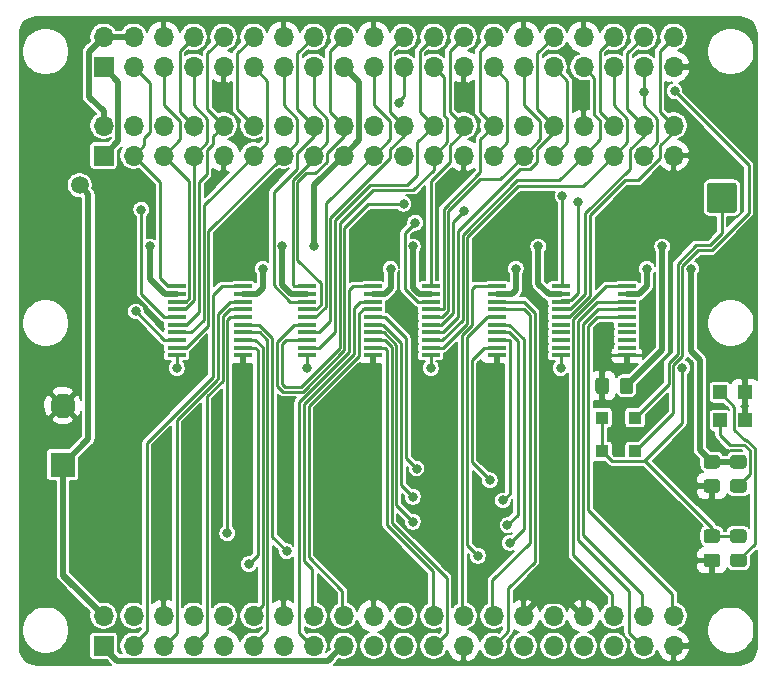
<source format=gbr>
G04 #@! TF.GenerationSoftware,KiCad,Pcbnew,5.1.6*
G04 #@! TF.CreationDate,2020-09-18T18:10:59+02:00*
G04 #@! TF.ProjectId,F010_rpi_logic_level_shifter_hat,46303130-5f72-4706-995f-6c6f6769635f,rev?*
G04 #@! TF.SameCoordinates,PXa52d280PY2b953a0*
G04 #@! TF.FileFunction,Copper,L1,Top*
G04 #@! TF.FilePolarity,Positive*
%FSLAX46Y46*%
G04 Gerber Fmt 4.6, Leading zero omitted, Abs format (unit mm)*
G04 Created by KiCad (PCBNEW 5.1.6) date 2020-09-18 18:11:00*
%MOMM*%
%LPD*%
G01*
G04 APERTURE LIST*
G04 #@! TA.AperFunction,SMDPad,CuDef*
%ADD10R,1.600000X0.300000*%
G04 #@! TD*
G04 #@! TA.AperFunction,SMDPad,CuDef*
%ADD11R,1.200000X1.200000*%
G04 #@! TD*
G04 #@! TA.AperFunction,SMDPad,CuDef*
%ADD12R,1.100000X1.100000*%
G04 #@! TD*
G04 #@! TA.AperFunction,ComponentPad*
%ADD13O,1.700000X1.700000*%
G04 #@! TD*
G04 #@! TA.AperFunction,ComponentPad*
%ADD14R,1.700000X1.700000*%
G04 #@! TD*
G04 #@! TA.AperFunction,ComponentPad*
%ADD15C,2.100000*%
G04 #@! TD*
G04 #@! TA.AperFunction,ComponentPad*
%ADD16R,2.100000X2.100000*%
G04 #@! TD*
G04 #@! TA.AperFunction,ViaPad*
%ADD17C,0.800000*%
G04 #@! TD*
G04 #@! TA.AperFunction,ViaPad*
%ADD18C,1.500000*%
G04 #@! TD*
G04 #@! TA.AperFunction,Conductor*
%ADD19C,0.500000*%
G04 #@! TD*
G04 #@! TA.AperFunction,Conductor*
%ADD20C,0.250000*%
G04 #@! TD*
G04 #@! TA.AperFunction,Conductor*
%ADD21C,0.200000*%
G04 #@! TD*
G04 APERTURE END LIST*
G04 #@! TO.P,J2,1*
G04 #@! TO.N,Net-(D1-Pad2)*
G04 #@! TA.AperFunction,ComponentPad*
G36*
G01*
X-2125000Y-13895001D02*
X-2125000Y-11844999D01*
G75*
G02*
X-1875001Y-11595000I249999J0D01*
G01*
X175001Y-11595000D01*
G75*
G02*
X425000Y-11844999I0J-249999D01*
G01*
X425000Y-13895001D01*
G75*
G02*
X175001Y-14145000I-249999J0D01*
G01*
X-1875001Y-14145000D01*
G75*
G02*
X-2125000Y-13895001I0J249999D01*
G01*
G37*
G04 #@! TD.AperFunction*
G04 #@! TD*
D10*
G04 #@! TO.P,U4,20*
G04 #@! TO.N,rpi5_36*
X-8900000Y-20375000D03*
G04 #@! TO.P,U4,19*
G04 #@! TO.N,+5V*
X-8900000Y-21025000D03*
G04 #@! TO.P,U4,18*
G04 #@! TO.N,rpi5_37*
X-8900000Y-21675000D03*
G04 #@! TO.P,U4,17*
G04 #@! TO.N,rpi5_38*
X-8900000Y-22325000D03*
G04 #@! TO.P,U4,16*
G04 #@! TO.N,rpi5_40*
X-8900000Y-22975000D03*
G04 #@! TO.P,U4,15*
G04 #@! TO.N,N/C*
X-8900000Y-23625000D03*
G04 #@! TO.P,U4,14*
X-8900000Y-24275000D03*
G04 #@! TO.P,U4,13*
X-8900000Y-24925000D03*
G04 #@! TO.P,U4,12*
X-8900000Y-25575000D03*
G04 #@! TO.P,U4,11*
G04 #@! TO.N,GND*
X-8900000Y-26225000D03*
G04 #@! TO.P,U4,10*
G04 #@! TO.N,EN*
X-14500000Y-26225000D03*
G04 #@! TO.P,U4,9*
G04 #@! TO.N,N/C*
X-14500000Y-25575000D03*
G04 #@! TO.P,U4,8*
X-14500000Y-24925000D03*
G04 #@! TO.P,U4,7*
X-14500000Y-24275000D03*
G04 #@! TO.P,U4,6*
X-14500000Y-23625000D03*
G04 #@! TO.P,U4,5*
G04 #@! TO.N,rpi_40*
X-14500000Y-22975000D03*
G04 #@! TO.P,U4,4*
G04 #@! TO.N,rpi_38*
X-14500000Y-22325000D03*
G04 #@! TO.P,U4,3*
G04 #@! TO.N,rpi_37*
X-14500000Y-21675000D03*
G04 #@! TO.P,U4,2*
G04 #@! TO.N,+3V3*
X-14500000Y-21025000D03*
G04 #@! TO.P,U4,1*
G04 #@! TO.N,rpi_36*
X-14500000Y-20375000D03*
G04 #@! TD*
G04 #@! TO.P,U3,20*
G04 #@! TO.N,rpi5_26*
X-19900000Y-20375000D03*
G04 #@! TO.P,U3,19*
G04 #@! TO.N,+5V*
X-19900000Y-21025000D03*
G04 #@! TO.P,U3,18*
G04 #@! TO.N,rpi5_27*
X-19900000Y-21675000D03*
G04 #@! TO.P,U3,17*
G04 #@! TO.N,rpi5_28*
X-19900000Y-22325000D03*
G04 #@! TO.P,U3,16*
G04 #@! TO.N,rpi5_29*
X-19900000Y-22975000D03*
G04 #@! TO.P,U3,15*
G04 #@! TO.N,rpi5_31*
X-19900000Y-23625000D03*
G04 #@! TO.P,U3,14*
G04 #@! TO.N,rpi5_32*
X-19900000Y-24275000D03*
G04 #@! TO.P,U3,13*
G04 #@! TO.N,rpi5_33*
X-19900000Y-24925000D03*
G04 #@! TO.P,U3,12*
G04 #@! TO.N,rpi5_35*
X-19900000Y-25575000D03*
G04 #@! TO.P,U3,11*
G04 #@! TO.N,GND*
X-19900000Y-26225000D03*
G04 #@! TO.P,U3,10*
G04 #@! TO.N,EN*
X-25500000Y-26225000D03*
G04 #@! TO.P,U3,9*
G04 #@! TO.N,rpi_35*
X-25500000Y-25575000D03*
G04 #@! TO.P,U3,8*
G04 #@! TO.N,rpi_33*
X-25500000Y-24925000D03*
G04 #@! TO.P,U3,7*
G04 #@! TO.N,rpi_32*
X-25500000Y-24275000D03*
G04 #@! TO.P,U3,6*
G04 #@! TO.N,rpi_31*
X-25500000Y-23625000D03*
G04 #@! TO.P,U3,5*
G04 #@! TO.N,rpi_29*
X-25500000Y-22975000D03*
G04 #@! TO.P,U3,4*
G04 #@! TO.N,rpi_28*
X-25500000Y-22325000D03*
G04 #@! TO.P,U3,3*
G04 #@! TO.N,rpi_27*
X-25500000Y-21675000D03*
G04 #@! TO.P,U3,2*
G04 #@! TO.N,+3V3*
X-25500000Y-21025000D03*
G04 #@! TO.P,U3,1*
G04 #@! TO.N,rpi_26*
X-25500000Y-20375000D03*
G04 #@! TD*
G04 #@! TO.P,U2,20*
G04 #@! TO.N,rpi5_15*
X-30400000Y-20375000D03*
G04 #@! TO.P,U2,19*
G04 #@! TO.N,+5V*
X-30400000Y-21025000D03*
G04 #@! TO.P,U2,18*
G04 #@! TO.N,rpi5_16*
X-30400000Y-21675000D03*
G04 #@! TO.P,U2,17*
G04 #@! TO.N,rpi5_18*
X-30400000Y-22325000D03*
G04 #@! TO.P,U2,16*
G04 #@! TO.N,rpi5_19*
X-30400000Y-22975000D03*
G04 #@! TO.P,U2,15*
G04 #@! TO.N,rpi5_21*
X-30400000Y-23625000D03*
G04 #@! TO.P,U2,14*
G04 #@! TO.N,rpi5_22*
X-30400000Y-24275000D03*
G04 #@! TO.P,U2,13*
G04 #@! TO.N,rpi5_23*
X-30400000Y-24925000D03*
G04 #@! TO.P,U2,12*
G04 #@! TO.N,rpi5_24*
X-30400000Y-25575000D03*
G04 #@! TO.P,U2,11*
G04 #@! TO.N,GND*
X-30400000Y-26225000D03*
G04 #@! TO.P,U2,10*
G04 #@! TO.N,EN*
X-36000000Y-26225000D03*
G04 #@! TO.P,U2,9*
G04 #@! TO.N,rpi_24*
X-36000000Y-25575000D03*
G04 #@! TO.P,U2,8*
G04 #@! TO.N,rpi_23*
X-36000000Y-24925000D03*
G04 #@! TO.P,U2,7*
G04 #@! TO.N,rpi_22*
X-36000000Y-24275000D03*
G04 #@! TO.P,U2,6*
G04 #@! TO.N,rpi_21*
X-36000000Y-23625000D03*
G04 #@! TO.P,U2,5*
G04 #@! TO.N,rpi_19*
X-36000000Y-22975000D03*
G04 #@! TO.P,U2,4*
G04 #@! TO.N,rpi_18*
X-36000000Y-22325000D03*
G04 #@! TO.P,U2,3*
G04 #@! TO.N,rpi_16*
X-36000000Y-21675000D03*
G04 #@! TO.P,U2,2*
G04 #@! TO.N,+3V3*
X-36000000Y-21025000D03*
G04 #@! TO.P,U2,1*
G04 #@! TO.N,rpi_15*
X-36000000Y-20375000D03*
G04 #@! TD*
G04 #@! TO.P,U1,20*
G04 #@! TO.N,rpi5_3*
X-41400000Y-20375000D03*
G04 #@! TO.P,U1,19*
G04 #@! TO.N,+5V*
X-41400000Y-21025000D03*
G04 #@! TO.P,U1,18*
G04 #@! TO.N,rpi5_5*
X-41400000Y-21675000D03*
G04 #@! TO.P,U1,17*
G04 #@! TO.N,rpi5_7*
X-41400000Y-22325000D03*
G04 #@! TO.P,U1,16*
G04 #@! TO.N,rpi5_8*
X-41400000Y-22975000D03*
G04 #@! TO.P,U1,15*
G04 #@! TO.N,rpi5_10*
X-41400000Y-23625000D03*
G04 #@! TO.P,U1,14*
G04 #@! TO.N,rpi5_11*
X-41400000Y-24275000D03*
G04 #@! TO.P,U1,13*
G04 #@! TO.N,rpi5_12*
X-41400000Y-24925000D03*
G04 #@! TO.P,U1,12*
G04 #@! TO.N,rpi5_13*
X-41400000Y-25575000D03*
G04 #@! TO.P,U1,11*
G04 #@! TO.N,GND*
X-41400000Y-26225000D03*
G04 #@! TO.P,U1,10*
G04 #@! TO.N,EN*
X-47000000Y-26225000D03*
G04 #@! TO.P,U1,9*
G04 #@! TO.N,rpi_13*
X-47000000Y-25575000D03*
G04 #@! TO.P,U1,8*
G04 #@! TO.N,rpi_12*
X-47000000Y-24925000D03*
G04 #@! TO.P,U1,7*
G04 #@! TO.N,rpi_11*
X-47000000Y-24275000D03*
G04 #@! TO.P,U1,6*
G04 #@! TO.N,rpi_10*
X-47000000Y-23625000D03*
G04 #@! TO.P,U1,5*
G04 #@! TO.N,rpi_8*
X-47000000Y-22975000D03*
G04 #@! TO.P,U1,4*
G04 #@! TO.N,rpi_7*
X-47000000Y-22325000D03*
G04 #@! TO.P,U1,3*
G04 #@! TO.N,rpi_5*
X-47000000Y-21675000D03*
G04 #@! TO.P,U1,2*
G04 #@! TO.N,+3V3*
X-47000000Y-21025000D03*
G04 #@! TO.P,U1,1*
G04 #@! TO.N,rpi_3*
X-47000000Y-20375000D03*
G04 #@! TD*
G04 #@! TO.P,R2,2*
G04 #@! TO.N,Net-(D3-Pad1)*
G04 #@! TA.AperFunction,SMDPad,CuDef*
G36*
G01*
X99999Y-43000000D02*
X1000001Y-43000000D01*
G75*
G02*
X1250000Y-43249999I0J-249999D01*
G01*
X1250000Y-43900001D01*
G75*
G02*
X1000001Y-44150000I-249999J0D01*
G01*
X99999Y-44150000D01*
G75*
G02*
X-150000Y-43900001I0J249999D01*
G01*
X-150000Y-43249999D01*
G75*
G02*
X99999Y-43000000I249999J0D01*
G01*
G37*
G04 #@! TD.AperFunction*
G04 #@! TO.P,R2,1*
G04 #@! TO.N,EN*
G04 #@! TA.AperFunction,SMDPad,CuDef*
G36*
G01*
X99999Y-40950000D02*
X1000001Y-40950000D01*
G75*
G02*
X1250000Y-41199999I0J-249999D01*
G01*
X1250000Y-41850001D01*
G75*
G02*
X1000001Y-42100000I-249999J0D01*
G01*
X99999Y-42100000D01*
G75*
G02*
X-150000Y-41850001I0J249999D01*
G01*
X-150000Y-41199999D01*
G75*
G02*
X99999Y-40950000I249999J0D01*
G01*
G37*
G04 #@! TD.AperFunction*
G04 #@! TD*
G04 #@! TO.P,C2,2*
G04 #@! TO.N,GND*
G04 #@! TA.AperFunction,SMDPad,CuDef*
G36*
G01*
X-2150001Y-36700000D02*
X-1249999Y-36700000D01*
G75*
G02*
X-1000000Y-36949999I0J-249999D01*
G01*
X-1000000Y-37600001D01*
G75*
G02*
X-1249999Y-37850000I-249999J0D01*
G01*
X-2150001Y-37850000D01*
G75*
G02*
X-2400000Y-37600001I0J249999D01*
G01*
X-2400000Y-36949999D01*
G75*
G02*
X-2150001Y-36700000I249999J0D01*
G01*
G37*
G04 #@! TD.AperFunction*
G04 #@! TO.P,C2,1*
G04 #@! TO.N,+5V*
G04 #@! TA.AperFunction,SMDPad,CuDef*
G36*
G01*
X-2150001Y-34650000D02*
X-1249999Y-34650000D01*
G75*
G02*
X-1000000Y-34899999I0J-249999D01*
G01*
X-1000000Y-35550001D01*
G75*
G02*
X-1249999Y-35800000I-249999J0D01*
G01*
X-2150001Y-35800000D01*
G75*
G02*
X-2400000Y-35550001I0J249999D01*
G01*
X-2400000Y-34899999D01*
G75*
G02*
X-2150001Y-34650000I249999J0D01*
G01*
G37*
G04 #@! TD.AperFunction*
G04 #@! TD*
G04 #@! TO.P,R3,2*
G04 #@! TO.N,GND*
G04 #@! TA.AperFunction,SMDPad,CuDef*
G36*
G01*
X-2150001Y-43000000D02*
X-1249999Y-43000000D01*
G75*
G02*
X-1000000Y-43249999I0J-249999D01*
G01*
X-1000000Y-43900001D01*
G75*
G02*
X-1249999Y-44150000I-249999J0D01*
G01*
X-2150001Y-44150000D01*
G75*
G02*
X-2400000Y-43900001I0J249999D01*
G01*
X-2400000Y-43249999D01*
G75*
G02*
X-2150001Y-43000000I249999J0D01*
G01*
G37*
G04 #@! TD.AperFunction*
G04 #@! TO.P,R3,1*
G04 #@! TO.N,EN*
G04 #@! TA.AperFunction,SMDPad,CuDef*
G36*
G01*
X-2150001Y-40950000D02*
X-1249999Y-40950000D01*
G75*
G02*
X-1000000Y-41199999I0J-249999D01*
G01*
X-1000000Y-41850001D01*
G75*
G02*
X-1249999Y-42100000I-249999J0D01*
G01*
X-2150001Y-42100000D01*
G75*
G02*
X-2400000Y-41850001I0J249999D01*
G01*
X-2400000Y-41199999D01*
G75*
G02*
X-2150001Y-40950000I249999J0D01*
G01*
G37*
G04 #@! TD.AperFunction*
G04 #@! TD*
D11*
G04 #@! TO.P,D3,1*
G04 #@! TO.N,Net-(D3-Pad1)*
X-1010000Y-29350000D03*
G04 #@! TO.P,D3,2*
G04 #@! TO.N,GND*
X1090000Y-29350000D03*
G04 #@! TD*
D12*
G04 #@! TO.P,D1,2*
G04 #@! TO.N,Net-(D1-Pad2)*
X-8190000Y-31500000D03*
G04 #@! TO.P,D1,1*
G04 #@! TO.N,EN*
X-10990000Y-31500000D03*
G04 #@! TD*
G04 #@! TO.P,D2,2*
G04 #@! TO.N,rpi_37*
X-8190000Y-34350000D03*
G04 #@! TO.P,D2,1*
G04 #@! TO.N,EN*
X-10990000Y-34350000D03*
G04 #@! TD*
G04 #@! TO.P,R1,2*
G04 #@! TO.N,Net-(D4-Pad1)*
G04 #@! TA.AperFunction,SMDPad,CuDef*
G36*
G01*
X99999Y-36700000D02*
X1000001Y-36700000D01*
G75*
G02*
X1250000Y-36949999I0J-249999D01*
G01*
X1250000Y-37600001D01*
G75*
G02*
X1000001Y-37850000I-249999J0D01*
G01*
X99999Y-37850000D01*
G75*
G02*
X-150000Y-37600001I0J249999D01*
G01*
X-150000Y-36949999D01*
G75*
G02*
X99999Y-36700000I249999J0D01*
G01*
G37*
G04 #@! TD.AperFunction*
G04 #@! TO.P,R1,1*
G04 #@! TO.N,+5V*
G04 #@! TA.AperFunction,SMDPad,CuDef*
G36*
G01*
X99999Y-34650000D02*
X1000001Y-34650000D01*
G75*
G02*
X1250000Y-34899999I0J-249999D01*
G01*
X1250000Y-35550001D01*
G75*
G02*
X1000001Y-35800000I-249999J0D01*
G01*
X99999Y-35800000D01*
G75*
G02*
X-150000Y-35550001I0J249999D01*
G01*
X-150000Y-34899999D01*
G75*
G02*
X99999Y-34650000I249999J0D01*
G01*
G37*
G04 #@! TD.AperFunction*
G04 #@! TD*
D11*
G04 #@! TO.P,D4,1*
G04 #@! TO.N,Net-(D4-Pad1)*
X-1010000Y-31725000D03*
G04 #@! TO.P,D4,2*
G04 #@! TO.N,GND*
X1090000Y-31725000D03*
G04 #@! TD*
D13*
G04 #@! TO.P,J4,40*
G04 #@! TO.N,rpi_40*
X-4940000Y-6760000D03*
G04 #@! TO.P,J4,39*
G04 #@! TO.N,GND*
X-4940000Y-9300000D03*
G04 #@! TO.P,J4,38*
G04 #@! TO.N,rpi_38*
X-7480000Y-6760000D03*
G04 #@! TO.P,J4,37*
G04 #@! TO.N,rpi_37*
X-7480000Y-9300000D03*
G04 #@! TO.P,J4,36*
G04 #@! TO.N,rpi_36*
X-10020000Y-6760000D03*
G04 #@! TO.P,J4,35*
G04 #@! TO.N,rpi_35*
X-10020000Y-9300000D03*
G04 #@! TO.P,J4,34*
G04 #@! TO.N,GND*
X-12560000Y-6760000D03*
G04 #@! TO.P,J4,33*
G04 #@! TO.N,rpi_33*
X-12560000Y-9300000D03*
G04 #@! TO.P,J4,32*
G04 #@! TO.N,rpi_32*
X-15100000Y-6760000D03*
G04 #@! TO.P,J4,31*
G04 #@! TO.N,rpi_31*
X-15100000Y-9300000D03*
G04 #@! TO.P,J4,30*
G04 #@! TO.N,GND*
X-17640000Y-6760000D03*
G04 #@! TO.P,J4,29*
G04 #@! TO.N,rpi_29*
X-17640000Y-9300000D03*
G04 #@! TO.P,J4,28*
G04 #@! TO.N,rpi_28*
X-20180000Y-6760000D03*
G04 #@! TO.P,J4,27*
G04 #@! TO.N,rpi_27*
X-20180000Y-9300000D03*
G04 #@! TO.P,J4,26*
G04 #@! TO.N,rpi_26*
X-22720000Y-6760000D03*
G04 #@! TO.P,J4,25*
G04 #@! TO.N,GND*
X-22720000Y-9300000D03*
G04 #@! TO.P,J4,24*
G04 #@! TO.N,rpi_24*
X-25260000Y-6760000D03*
G04 #@! TO.P,J4,23*
G04 #@! TO.N,rpi_23*
X-25260000Y-9300000D03*
G04 #@! TO.P,J4,22*
G04 #@! TO.N,rpi_22*
X-27800000Y-6760000D03*
G04 #@! TO.P,J4,21*
G04 #@! TO.N,rpi_21*
X-27800000Y-9300000D03*
G04 #@! TO.P,J4,20*
G04 #@! TO.N,GND*
X-30340000Y-6760000D03*
G04 #@! TO.P,J4,19*
G04 #@! TO.N,rpi_19*
X-30340000Y-9300000D03*
G04 #@! TO.P,J4,18*
G04 #@! TO.N,rpi_18*
X-32880000Y-6760000D03*
G04 #@! TO.P,J4,17*
G04 #@! TO.N,+3V3*
X-32880000Y-9300000D03*
G04 #@! TO.P,J4,16*
G04 #@! TO.N,rpi_16*
X-35420000Y-6760000D03*
G04 #@! TO.P,J4,15*
G04 #@! TO.N,rpi_15*
X-35420000Y-9300000D03*
G04 #@! TO.P,J4,14*
G04 #@! TO.N,GND*
X-37960000Y-6760000D03*
G04 #@! TO.P,J4,13*
G04 #@! TO.N,rpi_13*
X-37960000Y-9300000D03*
G04 #@! TO.P,J4,12*
G04 #@! TO.N,rpi_12*
X-40500000Y-6760000D03*
G04 #@! TO.P,J4,11*
G04 #@! TO.N,rpi_11*
X-40500000Y-9300000D03*
G04 #@! TO.P,J4,10*
G04 #@! TO.N,rpi_10*
X-43040000Y-6760000D03*
G04 #@! TO.P,J4,9*
G04 #@! TO.N,GND*
X-43040000Y-9300000D03*
G04 #@! TO.P,J4,8*
G04 #@! TO.N,rpi_8*
X-45580000Y-6760000D03*
G04 #@! TO.P,J4,7*
G04 #@! TO.N,rpi_7*
X-45580000Y-9300000D03*
G04 #@! TO.P,J4,6*
G04 #@! TO.N,GND*
X-48120000Y-6760000D03*
G04 #@! TO.P,J4,5*
G04 #@! TO.N,rpi_5*
X-48120000Y-9300000D03*
G04 #@! TO.P,J4,4*
G04 #@! TO.N,+5V*
X-50660000Y-6760000D03*
G04 #@! TO.P,J4,3*
G04 #@! TO.N,rpi_3*
X-50660000Y-9300000D03*
G04 #@! TO.P,J4,2*
G04 #@! TO.N,+5V*
X-53200000Y-6760000D03*
D14*
G04 #@! TO.P,J4,1*
G04 #@! TO.N,+3V3*
X-53200000Y-9300000D03*
G04 #@! TD*
D13*
G04 #@! TO.P,J5,40*
G04 #@! TO.N,rpi5_40*
X-4940000Y-48270000D03*
G04 #@! TO.P,J5,39*
G04 #@! TO.N,GND*
X-4940000Y-50810000D03*
G04 #@! TO.P,J5,38*
G04 #@! TO.N,rpi5_38*
X-7480000Y-48270000D03*
G04 #@! TO.P,J5,37*
G04 #@! TO.N,rpi5_37*
X-7480000Y-50810000D03*
G04 #@! TO.P,J5,36*
G04 #@! TO.N,rpi5_36*
X-10020000Y-48270000D03*
G04 #@! TO.P,J5,35*
G04 #@! TO.N,rpi5_35*
X-10020000Y-50810000D03*
G04 #@! TO.P,J5,34*
G04 #@! TO.N,GND*
X-12560000Y-48270000D03*
G04 #@! TO.P,J5,33*
G04 #@! TO.N,rpi5_33*
X-12560000Y-50810000D03*
G04 #@! TO.P,J5,32*
G04 #@! TO.N,rpi5_32*
X-15100000Y-48270000D03*
G04 #@! TO.P,J5,31*
G04 #@! TO.N,rpi5_31*
X-15100000Y-50810000D03*
G04 #@! TO.P,J5,30*
G04 #@! TO.N,GND*
X-17640000Y-48270000D03*
G04 #@! TO.P,J5,29*
G04 #@! TO.N,rpi5_29*
X-17640000Y-50810000D03*
G04 #@! TO.P,J5,28*
G04 #@! TO.N,rpi5_28*
X-20180000Y-48270000D03*
G04 #@! TO.P,J5,27*
G04 #@! TO.N,rpi5_27*
X-20180000Y-50810000D03*
G04 #@! TO.P,J5,26*
G04 #@! TO.N,rpi5_26*
X-22720000Y-48270000D03*
G04 #@! TO.P,J5,25*
G04 #@! TO.N,GND*
X-22720000Y-50810000D03*
G04 #@! TO.P,J5,24*
G04 #@! TO.N,rpi5_24*
X-25260000Y-48270000D03*
G04 #@! TO.P,J5,23*
G04 #@! TO.N,rpi5_23*
X-25260000Y-50810000D03*
G04 #@! TO.P,J5,22*
G04 #@! TO.N,rpi5_22*
X-27800000Y-48270000D03*
G04 #@! TO.P,J5,21*
G04 #@! TO.N,rpi5_21*
X-27800000Y-50810000D03*
G04 #@! TO.P,J5,20*
G04 #@! TO.N,GND*
X-30340000Y-48270000D03*
G04 #@! TO.P,J5,19*
G04 #@! TO.N,rpi5_19*
X-30340000Y-50810000D03*
G04 #@! TO.P,J5,18*
G04 #@! TO.N,rpi5_18*
X-32880000Y-48270000D03*
G04 #@! TO.P,J5,17*
G04 #@! TO.N,+5V*
X-32880000Y-50810000D03*
G04 #@! TO.P,J5,16*
G04 #@! TO.N,rpi5_16*
X-35420000Y-48270000D03*
G04 #@! TO.P,J5,15*
G04 #@! TO.N,rpi5_15*
X-35420000Y-50810000D03*
G04 #@! TO.P,J5,14*
G04 #@! TO.N,GND*
X-37960000Y-48270000D03*
G04 #@! TO.P,J5,13*
G04 #@! TO.N,rpi5_13*
X-37960000Y-50810000D03*
G04 #@! TO.P,J5,12*
G04 #@! TO.N,rpi5_12*
X-40500000Y-48270000D03*
G04 #@! TO.P,J5,11*
G04 #@! TO.N,rpi5_11*
X-40500000Y-50810000D03*
G04 #@! TO.P,J5,10*
G04 #@! TO.N,rpi5_10*
X-43040000Y-48270000D03*
G04 #@! TO.P,J5,9*
G04 #@! TO.N,GND*
X-43040000Y-50810000D03*
G04 #@! TO.P,J5,8*
G04 #@! TO.N,rpi5_8*
X-45580000Y-48270000D03*
G04 #@! TO.P,J5,7*
G04 #@! TO.N,rpi5_7*
X-45580000Y-50810000D03*
G04 #@! TO.P,J5,6*
G04 #@! TO.N,GND*
X-48120000Y-48270000D03*
G04 #@! TO.P,J5,5*
G04 #@! TO.N,rpi5_5*
X-48120000Y-50810000D03*
G04 #@! TO.P,J5,4*
G04 #@! TO.N,+5V*
X-50660000Y-48270000D03*
G04 #@! TO.P,J5,3*
G04 #@! TO.N,rpi5_3*
X-50660000Y-50810000D03*
G04 #@! TO.P,J5,2*
G04 #@! TO.N,+5V*
X-53200000Y-48270000D03*
D14*
G04 #@! TO.P,J5,1*
X-53200000Y-50810000D03*
G04 #@! TD*
D13*
G04 #@! TO.P,J1,40*
G04 #@! TO.N,rpi_40*
X-4940000Y740000D03*
G04 #@! TO.P,J1,39*
G04 #@! TO.N,GND*
X-4940000Y-1800000D03*
G04 #@! TO.P,J1,38*
G04 #@! TO.N,rpi_38*
X-7480000Y740000D03*
G04 #@! TO.P,J1,37*
G04 #@! TO.N,rpi_37*
X-7480000Y-1800000D03*
G04 #@! TO.P,J1,36*
G04 #@! TO.N,rpi_36*
X-10020000Y740000D03*
G04 #@! TO.P,J1,35*
G04 #@! TO.N,rpi_35*
X-10020000Y-1800000D03*
G04 #@! TO.P,J1,34*
G04 #@! TO.N,GND*
X-12560000Y740000D03*
G04 #@! TO.P,J1,33*
G04 #@! TO.N,rpi_33*
X-12560000Y-1800000D03*
G04 #@! TO.P,J1,32*
G04 #@! TO.N,rpi_32*
X-15100000Y740000D03*
G04 #@! TO.P,J1,31*
G04 #@! TO.N,rpi_31*
X-15100000Y-1800000D03*
G04 #@! TO.P,J1,30*
G04 #@! TO.N,GND*
X-17640000Y740000D03*
G04 #@! TO.P,J1,29*
G04 #@! TO.N,rpi_29*
X-17640000Y-1800000D03*
G04 #@! TO.P,J1,28*
G04 #@! TO.N,rpi_28*
X-20180000Y740000D03*
G04 #@! TO.P,J1,27*
G04 #@! TO.N,rpi_27*
X-20180000Y-1800000D03*
G04 #@! TO.P,J1,26*
G04 #@! TO.N,rpi_26*
X-22720000Y740000D03*
G04 #@! TO.P,J1,25*
G04 #@! TO.N,GND*
X-22720000Y-1800000D03*
G04 #@! TO.P,J1,24*
G04 #@! TO.N,rpi_24*
X-25260000Y740000D03*
G04 #@! TO.P,J1,23*
G04 #@! TO.N,rpi_23*
X-25260000Y-1800000D03*
G04 #@! TO.P,J1,22*
G04 #@! TO.N,rpi_22*
X-27800000Y740000D03*
G04 #@! TO.P,J1,21*
G04 #@! TO.N,rpi_21*
X-27800000Y-1800000D03*
G04 #@! TO.P,J1,20*
G04 #@! TO.N,GND*
X-30340000Y740000D03*
G04 #@! TO.P,J1,19*
G04 #@! TO.N,rpi_19*
X-30340000Y-1800000D03*
G04 #@! TO.P,J1,18*
G04 #@! TO.N,rpi_18*
X-32880000Y740000D03*
G04 #@! TO.P,J1,17*
G04 #@! TO.N,+3V3*
X-32880000Y-1800000D03*
G04 #@! TO.P,J1,16*
G04 #@! TO.N,rpi_16*
X-35420000Y740000D03*
G04 #@! TO.P,J1,15*
G04 #@! TO.N,rpi_15*
X-35420000Y-1800000D03*
G04 #@! TO.P,J1,14*
G04 #@! TO.N,GND*
X-37960000Y740000D03*
G04 #@! TO.P,J1,13*
G04 #@! TO.N,rpi_13*
X-37960000Y-1800000D03*
G04 #@! TO.P,J1,12*
G04 #@! TO.N,rpi_12*
X-40500000Y740000D03*
G04 #@! TO.P,J1,11*
G04 #@! TO.N,rpi_11*
X-40500000Y-1800000D03*
G04 #@! TO.P,J1,10*
G04 #@! TO.N,rpi_10*
X-43040000Y740000D03*
G04 #@! TO.P,J1,9*
G04 #@! TO.N,GND*
X-43040000Y-1800000D03*
G04 #@! TO.P,J1,8*
G04 #@! TO.N,rpi_8*
X-45580000Y740000D03*
G04 #@! TO.P,J1,7*
G04 #@! TO.N,rpi_7*
X-45580000Y-1800000D03*
G04 #@! TO.P,J1,6*
G04 #@! TO.N,GND*
X-48120000Y740000D03*
G04 #@! TO.P,J1,5*
G04 #@! TO.N,rpi_5*
X-48120000Y-1800000D03*
G04 #@! TO.P,J1,4*
G04 #@! TO.N,+5V*
X-50660000Y740000D03*
G04 #@! TO.P,J1,3*
G04 #@! TO.N,rpi_3*
X-50660000Y-1800000D03*
G04 #@! TO.P,J1,2*
G04 #@! TO.N,+5V*
X-53200000Y740000D03*
D14*
G04 #@! TO.P,J1,1*
G04 #@! TO.N,+3V3*
X-53200000Y-1800000D03*
G04 #@! TD*
D15*
G04 #@! TO.P,J3,2*
G04 #@! TO.N,GND*
X-56660000Y-30470000D03*
D16*
G04 #@! TO.P,J3,1*
G04 #@! TO.N,+5V*
X-56660000Y-35470000D03*
G04 #@! TD*
G04 #@! TO.P,C1,2*
G04 #@! TO.N,GND*
G04 #@! TA.AperFunction,SMDPad,CuDef*
G36*
G01*
X-10400000Y-28349999D02*
X-10400000Y-29250001D01*
G75*
G02*
X-10649999Y-29500000I-249999J0D01*
G01*
X-11300001Y-29500000D01*
G75*
G02*
X-11550000Y-29250001I0J249999D01*
G01*
X-11550000Y-28349999D01*
G75*
G02*
X-11300001Y-28100000I249999J0D01*
G01*
X-10649999Y-28100000D01*
G75*
G02*
X-10400000Y-28349999I0J-249999D01*
G01*
G37*
G04 #@! TD.AperFunction*
G04 #@! TO.P,C1,1*
G04 #@! TO.N,+3V3*
G04 #@! TA.AperFunction,SMDPad,CuDef*
G36*
G01*
X-8350000Y-28349999D02*
X-8350000Y-29250001D01*
G75*
G02*
X-8599999Y-29500000I-249999J0D01*
G01*
X-9250001Y-29500000D01*
G75*
G02*
X-9500000Y-29250001I0J249999D01*
G01*
X-9500000Y-28349999D01*
G75*
G02*
X-9250001Y-28100000I249999J0D01*
G01*
X-8599999Y-28100000D01*
G75*
G02*
X-8350000Y-28349999I0J-249999D01*
G01*
G37*
G04 #@! TD.AperFunction*
G04 #@! TD*
D17*
G04 #@! TO.N,GND*
X-10900000Y-24750000D03*
X-20500000Y-28950000D03*
X-41450000Y-28750000D03*
X-31200000Y-28650000D03*
X-26700000Y-31410000D03*
X-37640000Y-35880000D03*
X-45790000Y-35880000D03*
X-39590000Y-13060000D03*
X-29230000Y-14610000D03*
X-200000Y-27300000D03*
X-1200000Y-19300000D03*
X-4200000Y-35300000D03*
G04 #@! TO.N,rpi_37*
X-13000000Y-13200000D03*
X-4850000Y-3850000D03*
X-7480000Y-3880000D03*
G04 #@! TO.N,rpi_36*
X-14347499Y-12752501D03*
G04 #@! TO.N,rpi_31*
X-22700000Y-14000000D03*
G04 #@! TO.N,rpi_27*
X-26800000Y-15000000D03*
G04 #@! TO.N,rpi_21*
X-28200000Y-4850000D03*
X-27800000Y-13400000D03*
G04 #@! TO.N,+3V3*
X-49300000Y-17000000D03*
X-38100000Y-17000000D03*
X-27000000Y-17000000D03*
X-16400000Y-17000000D03*
X-5900000Y-17000000D03*
X-35400000Y-17000000D03*
G04 #@! TO.N,rpi_12*
X-50475000Y-22500000D03*
G04 #@! TO.N,rpi_8*
X-50000000Y-13900000D03*
D18*
G04 #@! TO.N,+5V*
X-55225000Y-11800000D03*
D17*
X-7200000Y-18900000D03*
X-18300000Y-18900000D03*
X-28900000Y-18900000D03*
X-39700000Y-18900000D03*
X-3450000Y-18900000D03*
G04 #@! TO.N,rpi5_35*
X-20500000Y-36800000D03*
G04 #@! TO.N,rpi5_33*
X-19400000Y-38500000D03*
G04 #@! TO.N,rpi5_32*
X-19000000Y-40600000D03*
G04 #@! TO.N,rpi5_31*
X-18800000Y-42100000D03*
G04 #@! TO.N,rpi5_29*
X-21500000Y-43200000D03*
G04 #@! TO.N,rpi5_22*
X-27000000Y-40300000D03*
G04 #@! TO.N,rpi5_21*
X-27000000Y-38200000D03*
G04 #@! TO.N,rpi5_19*
X-26700000Y-35800000D03*
G04 #@! TO.N,rpi5_13*
X-40900000Y-43900000D03*
G04 #@! TO.N,rpi5_10*
X-37700000Y-42800000D03*
G04 #@! TO.N,rpi5_8*
X-42724919Y-41275081D03*
G04 #@! TO.N,EN*
X-25500000Y-27300000D03*
X-14500000Y-27300000D03*
X-47000000Y-27300000D03*
X-36000000Y-27300000D03*
X-4200000Y-27300000D03*
G04 #@! TD*
D19*
G04 #@! TO.N,GND*
X-13910001Y-47019999D02*
X-12660000Y-48270000D01*
X-16489999Y-47019999D02*
X-13910001Y-47019999D01*
X-17740000Y-48270000D02*
X-16489999Y-47019999D01*
D20*
G04 #@! TO.N,rpi_40*
X-6115001Y-5584999D02*
X-4940000Y-6760000D01*
X-6115001Y-435001D02*
X-6115001Y-5584999D01*
X-4940000Y740000D02*
X-6115001Y-435001D01*
X-13789299Y-22975000D02*
X-11999990Y-21185691D01*
X-14500000Y-22975000D02*
X-13789299Y-22975000D01*
X-11999990Y-21185691D02*
X-11999990Y-14365688D01*
X-11999990Y-14365688D02*
X-9034302Y-11400000D01*
X-4940000Y-7325699D02*
X-4940000Y-6760000D01*
X-6065001Y-8450700D02*
X-4940000Y-7325699D01*
X-6065001Y-9550003D02*
X-6065001Y-8450700D01*
X-7914998Y-11400000D02*
X-6065001Y-9550003D01*
X-9034302Y-11400000D02*
X-7914998Y-11400000D01*
G04 #@! TO.N,rpi_38*
X-8844999Y-5395001D02*
X-7480000Y-6760000D01*
X-8844999Y-624999D02*
X-8844999Y-5395001D01*
X-7480000Y740000D02*
X-8844999Y-624999D01*
X-8605001Y-8759999D02*
X-8605001Y-10405001D01*
X-7480000Y-7634998D02*
X-8605001Y-8759999D01*
X-7480000Y-6760000D02*
X-7480000Y-7634998D01*
X-8605001Y-10405001D02*
X-12400000Y-14200000D01*
X-13704998Y-22325000D02*
X-14500000Y-22325000D01*
X-12400000Y-21020002D02*
X-13704998Y-22325000D01*
X-12400000Y-14200000D02*
X-12400000Y-21020002D01*
G04 #@! TO.N,rpi_37*
X-7480000Y-5020998D02*
X-6304999Y-6195999D01*
X-6304999Y-8124999D02*
X-7480000Y-9300000D01*
X-6304999Y-6195999D02*
X-6304999Y-8124999D01*
X-7480000Y-1800000D02*
X-7480000Y-3880000D01*
X-13580008Y-21550010D02*
X-13000000Y-20970002D01*
X-14450010Y-21550010D02*
X-13580008Y-21550010D01*
X-14500000Y-21600000D02*
X-14450010Y-21550010D01*
X-14500000Y-21675000D02*
X-14500000Y-21600000D01*
X-13000000Y-20970002D02*
X-13000000Y-13200000D01*
X-7480000Y-3880000D02*
X-7480000Y-5020998D01*
X-4200000Y-26300998D02*
X-4950000Y-27050998D01*
X-4950000Y-27050998D02*
X-4950000Y-31110000D01*
X-4200000Y-18650998D02*
X-4200000Y-26300998D01*
X-2849002Y-17300000D02*
X-4200000Y-18650998D01*
X-4950000Y-31110000D02*
X-8190000Y-34350000D01*
X-1700000Y-17300000D02*
X-2849002Y-17300000D01*
X1425001Y-14174999D02*
X-1700000Y-17300000D01*
X1425001Y-10125001D02*
X1425001Y-14174999D01*
X-4850000Y-3850000D02*
X1425001Y-10125001D01*
G04 #@! TO.N,rpi_36*
X-11195001Y-5584999D02*
X-10020000Y-6760000D01*
X-11195001Y-435001D02*
X-11195001Y-5584999D01*
X-10020000Y740000D02*
X-11195001Y-435001D01*
X-14347499Y-20222499D02*
X-14500000Y-20375000D01*
X-14347499Y-12752501D02*
X-14347499Y-20222499D01*
G04 #@! TO.N,rpi_35*
X-8844999Y-6195999D02*
X-8844999Y-8124999D01*
X-8844999Y-8124999D02*
X-10020000Y-9300000D01*
X-10020000Y-5020998D02*
X-8844999Y-6195999D01*
X-10020000Y-1800000D02*
X-10020000Y-5020998D01*
X-12620000Y-11900000D02*
X-10020000Y-9300000D01*
X-18134302Y-11900000D02*
X-12620000Y-11900000D01*
X-22399950Y-16165648D02*
X-18134302Y-11900000D01*
X-22399950Y-23524950D02*
X-22399950Y-16165648D01*
X-24450000Y-25575000D02*
X-22399950Y-23524950D01*
X-25500000Y-25575000D02*
X-24450000Y-25575000D01*
G04 #@! TO.N,rpi_33*
X-11200000Y-7940000D02*
X-12560000Y-9300000D01*
X-11200000Y-6300000D02*
X-11200000Y-7940000D01*
X-11645011Y-2714989D02*
X-11645011Y-5854989D01*
X-11645011Y-5854989D02*
X-11200000Y-6300000D01*
X-12560000Y-1800000D02*
X-11645011Y-2714989D01*
X-24534301Y-24925000D02*
X-22800000Y-23190699D01*
X-25500000Y-24925000D02*
X-24534301Y-24925000D01*
X-22800000Y-22937796D02*
X-22799960Y-22937756D01*
X-22800000Y-23190699D02*
X-22800000Y-22937796D01*
X-22799960Y-22937756D02*
X-22799960Y-15999960D01*
X-22799960Y-15999960D02*
X-18200000Y-11400000D01*
X-14660000Y-11400000D02*
X-12560000Y-9300000D01*
X-18200000Y-11400000D02*
X-14660000Y-11400000D01*
G04 #@! TO.N,rpi_32*
X-16464999Y-624999D02*
X-16464999Y-5395001D01*
X-16464999Y-5395001D02*
X-15100000Y-6760000D01*
X-15100000Y740000D02*
X-16464999Y-624999D01*
X-15100000Y-6760000D02*
X-15160000Y-6760000D01*
X-23599980Y-23424980D02*
X-24450000Y-24275000D01*
X-24450000Y-24275000D02*
X-25500000Y-24275000D01*
X-15100000Y-7345000D02*
X-16514999Y-8759999D01*
X-15100000Y-6760000D02*
X-15100000Y-7345000D01*
X-23599980Y-23424980D02*
X-23599980Y-23399980D01*
X-23599980Y-23399980D02*
X-23200000Y-23000000D01*
X-23200000Y-22772097D02*
X-23199970Y-22772067D01*
X-23200000Y-23000000D02*
X-23200000Y-22772097D01*
X-23199970Y-22772067D02*
X-23199970Y-15699970D01*
X-17125001Y-10425001D02*
X-16514999Y-9814999D01*
X-17925001Y-10425001D02*
X-17125001Y-10425001D01*
X-23199970Y-15699970D02*
X-17925001Y-10425001D01*
X-16514999Y-9814999D02*
X-16514999Y-9840001D01*
X-16514999Y-8759999D02*
X-16514999Y-9814999D01*
G04 #@! TO.N,rpi_31*
X-13924999Y-8124999D02*
X-15100000Y-9300000D01*
X-13924999Y-2975001D02*
X-13924999Y-8124999D01*
X-15100000Y-1800000D02*
X-13924999Y-2975001D01*
X-24618603Y-23625000D02*
X-23599980Y-22606378D01*
X-25500000Y-23625000D02*
X-24618603Y-23625000D01*
X-23599980Y-22606378D02*
X-23599980Y-14899980D01*
X-23599980Y-14899980D02*
X-22700000Y-14000000D01*
G04 #@! TO.N,rpi_29*
X-16275001Y-7935001D02*
X-17640000Y-9300000D01*
X-16275001Y-6385997D02*
X-16275001Y-7935001D01*
X-17640000Y-5020998D02*
X-16275001Y-6385997D01*
X-17640000Y-1800000D02*
X-17640000Y-5020998D01*
X-17640000Y-9300000D02*
X-19640000Y-11300000D01*
X-19640000Y-11300000D02*
X-21334302Y-11300000D01*
X-21334302Y-11300000D02*
X-23999990Y-13965688D01*
X-24534301Y-22975000D02*
X-25500000Y-22975000D01*
X-23999990Y-22440689D02*
X-24534301Y-22975000D01*
X-23999990Y-13965688D02*
X-23999990Y-22440689D01*
G04 #@! TO.N,rpi_28*
X-21355001Y-5584999D02*
X-20180000Y-6760000D01*
X-21355001Y-435001D02*
X-21355001Y-5584999D01*
X-20180000Y740000D02*
X-21355001Y-435001D01*
X-24400000Y-22275000D02*
X-24450000Y-22325000D01*
X-21305001Y-10705001D02*
X-24400000Y-13800000D01*
X-24450000Y-22325000D02*
X-25500000Y-22325000D01*
X-24400000Y-13800000D02*
X-24400000Y-22275000D01*
X-21305001Y-7885001D02*
X-21305001Y-10705001D01*
X-20180000Y-6760000D02*
X-21305001Y-7885001D01*
G04 #@! TO.N,rpi_27*
X-19004999Y-8124999D02*
X-20180000Y-9300000D01*
X-19004999Y-2975001D02*
X-19004999Y-8124999D01*
X-20180000Y-1800000D02*
X-19004999Y-2975001D01*
X-27675001Y-20612477D02*
X-27675001Y-15875001D01*
X-26612478Y-21675000D02*
X-27675001Y-20612477D01*
X-25500000Y-21675000D02*
X-26612478Y-21675000D01*
X-27675001Y-15875001D02*
X-26800000Y-15000000D01*
G04 #@! TO.N,rpi_26*
X-23895001Y-5584999D02*
X-22720000Y-6760000D01*
X-23895001Y-435001D02*
X-23895001Y-5584999D01*
X-22720000Y740000D02*
X-23895001Y-435001D01*
X-22720000Y-6760000D02*
X-23634989Y-5845011D01*
X-22720000Y-6760000D02*
X-22720000Y-7345000D01*
X-22720000Y-7325699D02*
X-22720000Y-6760000D01*
X-23845001Y-9840001D02*
X-23845001Y-8450700D01*
X-25500000Y-11495000D02*
X-23845001Y-9840001D01*
X-23845001Y-8450700D02*
X-22720000Y-7325699D01*
X-25500000Y-20375000D02*
X-25500000Y-11495000D01*
G04 #@! TO.N,rpi_24*
X-26435001Y-5584999D02*
X-25260000Y-6760000D01*
X-26435001Y-435001D02*
X-26435001Y-5584999D01*
X-25260000Y740000D02*
X-26435001Y-435001D01*
X-26674999Y-10974001D02*
X-27500998Y-11800000D01*
X-26674999Y-8174999D02*
X-26674999Y-10974001D01*
X-25260000Y-6760000D02*
X-26674999Y-8174999D01*
X-27500998Y-11800000D02*
X-30634302Y-11800000D01*
X-33599970Y-24224970D02*
X-34950000Y-25575000D01*
X-33599970Y-14765668D02*
X-33599970Y-24224970D01*
X-34950000Y-25575000D02*
X-36000000Y-25575000D01*
X-30634302Y-11800000D02*
X-33599970Y-14765668D01*
G04 #@! TO.N,rpi_23*
X-24084999Y-8124999D02*
X-25260000Y-9300000D01*
X-24410001Y-5870997D02*
X-24084999Y-6195999D01*
X-24084999Y-6195999D02*
X-24084999Y-8124999D01*
X-24410001Y-2649999D02*
X-24410001Y-5870997D01*
X-25260000Y-1800000D02*
X-24410001Y-2649999D01*
X-37784302Y-24925000D02*
X-36000000Y-24925000D01*
X-37834302Y-28900000D02*
X-38124970Y-28609332D01*
X-36499999Y-28900000D02*
X-37834302Y-28900000D01*
X-33199960Y-14999960D02*
X-33199960Y-25599960D01*
X-38124970Y-28609332D02*
X-38124970Y-25265668D01*
X-30400010Y-12200010D02*
X-33199960Y-14999960D01*
X-33199960Y-25599960D02*
X-36499999Y-28900000D01*
X-26957929Y-12200010D02*
X-30400010Y-12200010D01*
X-25260000Y-10502081D02*
X-26957929Y-12200010D01*
X-38124970Y-25265668D02*
X-37784302Y-24925000D01*
X-25260000Y-9300000D02*
X-25260000Y-10502081D01*
G04 #@! TO.N,rpi_22*
X-28975001Y-5584999D02*
X-27800000Y-6760000D01*
X-28975001Y-435001D02*
X-28975001Y-5584999D01*
X-27800000Y740000D02*
X-28975001Y-435001D01*
X-28925001Y-8759999D02*
X-28925001Y-9525001D01*
X-27800000Y-7634998D02*
X-28925001Y-8759999D01*
X-28925001Y-9525001D02*
X-33999980Y-14599980D01*
X-27800000Y-6760000D02*
X-27800000Y-7634998D01*
X-34950000Y-24275000D02*
X-36000000Y-24275000D01*
X-33999980Y-23324980D02*
X-34950000Y-24275000D01*
X-33999980Y-14599980D02*
X-33999980Y-23324980D01*
G04 #@! TO.N,rpi_21*
X-27800000Y-1800000D02*
X-27800000Y-4250000D01*
X-27800000Y-4250000D02*
X-28200000Y-4650000D01*
X-28200000Y-4650000D02*
X-28200000Y-4850000D01*
X-37050000Y-23625000D02*
X-36000000Y-23625000D01*
X-38524980Y-28775020D02*
X-38524980Y-25099980D01*
X-38000000Y-29300000D02*
X-38524980Y-28775020D01*
X-32799950Y-25765649D02*
X-36334300Y-29300000D01*
X-38524980Y-25099980D02*
X-37050000Y-23625000D01*
X-36334300Y-29300000D02*
X-38000000Y-29300000D01*
X-32799950Y-15399950D02*
X-32799950Y-25765649D01*
X-30800000Y-13400000D02*
X-32799950Y-15399950D01*
X-27800000Y-13400000D02*
X-30800000Y-13400000D01*
G04 #@! TO.N,rpi_19*
X-28975001Y-7935001D02*
X-30340000Y-9300000D01*
X-28975001Y-6385997D02*
X-28975001Y-7935001D01*
X-30340000Y-5020998D02*
X-28975001Y-6385997D01*
X-30340000Y-1800000D02*
X-30340000Y-5020998D01*
X-30340000Y-9300000D02*
X-34399990Y-13359990D01*
X-34399990Y-22085691D02*
X-35289299Y-22975000D01*
X-35289299Y-22975000D02*
X-36000000Y-22975000D01*
X-34399990Y-13359990D02*
X-34399990Y-22085691D01*
G04 #@! TO.N,rpi_18*
X-34055001Y-5584999D02*
X-32880000Y-6760000D01*
X-34055001Y-435001D02*
X-34055001Y-5584999D01*
X-32880000Y740000D02*
X-34055001Y-435001D01*
X-34294999Y-9840001D02*
X-34294999Y-9049997D01*
X-34294999Y-9049997D02*
X-32880000Y-7634998D01*
X-35254998Y-10800000D02*
X-34294999Y-9840001D01*
X-32880000Y-7634998D02*
X-32880000Y-6760000D01*
X-36068602Y-10800000D02*
X-35254998Y-10800000D01*
X-36799990Y-11531388D02*
X-36068602Y-10800000D01*
X-34800000Y-20129998D02*
X-36799990Y-18130008D01*
X-34800000Y-21920002D02*
X-34800000Y-20129998D01*
X-36799990Y-18130008D02*
X-36799990Y-11531388D01*
X-35204998Y-22325000D02*
X-34800000Y-21920002D01*
X-36000000Y-22325000D02*
X-35204998Y-22325000D01*
G04 #@! TO.N,+3V3*
X-33450000Y-9870000D02*
X-32880000Y-9300000D01*
D19*
X-49300000Y-19745002D02*
X-49300000Y-17000000D01*
X-48020002Y-21025000D02*
X-49300000Y-19745002D01*
X-47000000Y-21025000D02*
X-48020002Y-21025000D01*
X-38100000Y-20225000D02*
X-38100000Y-17000000D01*
X-37300000Y-21025000D02*
X-38100000Y-20225000D01*
X-36000000Y-21025000D02*
X-37300000Y-21025000D01*
X-16400000Y-20145002D02*
X-16400000Y-17000000D01*
X-15520002Y-21025000D02*
X-16400000Y-20145002D01*
X-14500000Y-21025000D02*
X-15520002Y-21025000D01*
X-26520002Y-21025000D02*
X-25500000Y-21025000D01*
X-27000000Y-20545002D02*
X-26520002Y-21025000D01*
X-27000000Y-17000000D02*
X-27000000Y-20545002D01*
X-35400000Y-11820000D02*
X-32880000Y-9300000D01*
X-35400000Y-17000000D02*
X-35400000Y-11820000D01*
X-31590001Y-8010001D02*
X-32880000Y-9300000D01*
X-31590001Y-3089999D02*
X-31590001Y-8010001D01*
X-32880000Y-1800000D02*
X-31590001Y-3089999D01*
X-51949999Y-8049999D02*
X-53200000Y-9300000D01*
X-51949999Y-3050001D02*
X-51949999Y-8049999D01*
X-53200000Y-1800000D02*
X-51949999Y-3050001D01*
X-5900000Y-25775000D02*
X-5900000Y-17000000D01*
X-8925000Y-28800000D02*
X-5900000Y-25775000D01*
D20*
G04 #@! TO.N,rpi_16*
X-36784999Y-5395001D02*
X-35420000Y-6760000D01*
X-36784999Y-624999D02*
X-36784999Y-5395001D01*
X-35420000Y740000D02*
X-36784999Y-624999D01*
X-36834999Y-10434999D02*
X-36834999Y-9049997D01*
X-38775001Y-12375001D02*
X-36834999Y-10434999D01*
X-38775001Y-20292475D02*
X-38775001Y-12375001D01*
X-37392476Y-21675000D02*
X-38775001Y-20292475D01*
X-35420000Y-7634998D02*
X-35420000Y-6760000D01*
X-36834999Y-9049997D02*
X-35420000Y-7634998D01*
X-36000000Y-21675000D02*
X-37392476Y-21675000D01*
G04 #@! TO.N,rpi_15*
X-34244999Y-8124999D02*
X-35420000Y-9300000D01*
X-34244999Y-6195999D02*
X-34244999Y-8124999D01*
X-35420000Y-5020998D02*
X-34244999Y-6195999D01*
X-35420000Y-1800000D02*
X-35420000Y-5020998D01*
X-37200000Y-20225000D02*
X-37200000Y-11365699D01*
X-35420000Y-9585699D02*
X-35420000Y-9300000D01*
X-37050000Y-20375000D02*
X-37200000Y-20225000D01*
X-37200000Y-11365699D02*
X-35420000Y-9585699D01*
X-36000000Y-20375000D02*
X-37050000Y-20375000D01*
G04 #@! TO.N,rpi_13*
X-36784999Y-8124999D02*
X-37960000Y-9300000D01*
X-36784999Y-6195999D02*
X-36784999Y-8124999D01*
X-37960000Y-5020998D02*
X-36784999Y-6195999D01*
X-37960000Y-1800000D02*
X-37960000Y-5020998D01*
X-46204998Y-25575000D02*
X-47000000Y-25575000D01*
X-44324959Y-23694961D02*
X-46204998Y-25575000D01*
X-44324959Y-15664959D02*
X-44324959Y-23694961D01*
X-37960000Y-9300000D02*
X-44324959Y-15664959D01*
G04 #@! TO.N,rpi_12*
X-41864999Y-5395001D02*
X-40500000Y-6760000D01*
X-41864999Y-624999D02*
X-41864999Y-5395001D01*
X-40500000Y740000D02*
X-41864999Y-624999D01*
X-48050000Y-24925000D02*
X-50475000Y-22500000D01*
X-47000000Y-24925000D02*
X-48050000Y-24925000D01*
G04 #@! TO.N,rpi_11*
X-39324999Y-8124999D02*
X-40500000Y-9300000D01*
X-39324999Y-2975001D02*
X-39324999Y-8124999D01*
X-40500000Y-1800000D02*
X-39324999Y-2975001D01*
X-40500000Y-9300000D02*
X-44724969Y-13524969D01*
X-45755000Y-24275000D02*
X-47000000Y-24275000D01*
X-44724969Y-23244969D02*
X-45755000Y-24275000D01*
X-44724969Y-13524969D02*
X-44724969Y-23244969D01*
G04 #@! TO.N,rpi_10*
X-44404999Y-5395001D02*
X-43040000Y-6760000D01*
X-44404999Y-624999D02*
X-44404999Y-5395001D01*
X-43040000Y740000D02*
X-44404999Y-624999D01*
X-45124979Y-22544981D02*
X-46204998Y-23625000D01*
X-45124979Y-11524979D02*
X-45124979Y-22544981D01*
X-44454999Y-10854999D02*
X-45124979Y-11524979D01*
X-44454998Y-8854998D02*
X-44454999Y-10854999D01*
X-46204998Y-23625000D02*
X-47000000Y-23625000D01*
X-43889999Y-7609999D02*
X-43889999Y-8289999D01*
X-43889999Y-8289999D02*
X-44454998Y-8854998D01*
X-43040000Y-6760000D02*
X-43889999Y-7609999D01*
G04 #@! TO.N,rpi_8*
X-46755001Y-5584999D02*
X-45580000Y-6760000D01*
X-46755001Y-435001D02*
X-46755001Y-5584999D01*
X-45580000Y740000D02*
X-46755001Y-435001D01*
X-45580000Y-6760000D02*
X-45580000Y-7560998D01*
X-48050000Y-22975000D02*
X-50000000Y-21025000D01*
X-47000000Y-22975000D02*
X-48050000Y-22975000D01*
X-50000000Y-21025000D02*
X-50000000Y-13900000D01*
G04 #@! TO.N,rpi_7*
X-44404999Y-8124999D02*
X-45580000Y-9300000D01*
X-45580000Y-5020998D02*
X-44404999Y-6195999D01*
X-44404999Y-6195999D02*
X-44404999Y-8124999D01*
X-45580000Y-1800000D02*
X-45580000Y-5020998D01*
X-45580000Y-9300000D02*
X-45524989Y-9355011D01*
X-46289299Y-22325000D02*
X-47000000Y-22325000D01*
X-45524989Y-21560690D02*
X-46289299Y-22325000D01*
X-45524989Y-9355011D02*
X-45524989Y-21560690D01*
G04 #@! TO.N,rpi_5*
X-46755001Y-7935001D02*
X-48120000Y-9300000D01*
X-48120000Y-5020998D02*
X-46755001Y-6385997D01*
X-46755001Y-6385997D02*
X-46755001Y-7935001D01*
X-48120000Y-1800000D02*
X-48120000Y-5020998D01*
X-45924999Y-21395001D02*
X-46204998Y-21675000D01*
X-45924999Y-11495001D02*
X-45924999Y-21395001D01*
X-46204998Y-21675000D02*
X-47000000Y-21675000D01*
X-48120000Y-9300000D02*
X-45924999Y-11495001D01*
D19*
G04 #@! TO.N,+5V*
X-34230001Y-52060001D02*
X-32980000Y-50810000D01*
X-52049999Y-52060001D02*
X-34230001Y-52060001D01*
X-53300000Y-50810000D02*
X-52049999Y-52060001D01*
X-53200000Y740000D02*
X-50660000Y740000D01*
X-54450001Y-510001D02*
X-53200000Y740000D01*
X-54450001Y-4307918D02*
X-54450001Y-510001D01*
X-53200000Y-5557919D02*
X-54450001Y-4307918D01*
X-53200000Y-6760000D02*
X-53200000Y-5557919D01*
X-40180000Y-21025000D02*
X-41400000Y-21025000D01*
X-39700000Y-20545000D02*
X-40180000Y-21025000D01*
X-39700000Y-18900000D02*
X-39700000Y-20545000D01*
X-18600000Y-21025000D02*
X-19900000Y-21025000D01*
X-18300000Y-20725000D02*
X-18600000Y-21025000D01*
X-18300000Y-18900000D02*
X-18300000Y-20725000D01*
X-7879998Y-21025000D02*
X-8900000Y-21025000D01*
X-7200000Y-20345002D02*
X-7879998Y-21025000D01*
X-7200000Y-18900000D02*
X-7200000Y-20345002D01*
X-28900000Y-20545002D02*
X-29379998Y-21025000D01*
X-29379998Y-21025000D02*
X-30400000Y-21025000D01*
X-28900000Y-18900000D02*
X-28900000Y-20545002D01*
X-56600000Y-44870000D02*
X-53200000Y-48270000D01*
X-2700000Y-30800000D02*
X-2700000Y-34225000D01*
X-2725000Y-30775000D02*
X-2700000Y-30800000D01*
X-2725000Y-26575000D02*
X-2725000Y-30775000D01*
X-2700000Y-34225000D02*
X-1700000Y-35225000D01*
X-1700000Y-35225000D02*
X550000Y-35225000D01*
X-3450000Y-25850000D02*
X-2725000Y-26575000D01*
X-3450000Y-18900000D02*
X-3450000Y-25850000D01*
X-54475001Y-33285001D02*
X-56660000Y-35470000D01*
X-54475001Y-12549999D02*
X-54475001Y-33285001D01*
X-55225000Y-11800000D02*
X-54475001Y-12549999D01*
X-56660000Y-44810000D02*
X-53200000Y-48270000D01*
X-56660000Y-35470000D02*
X-56660000Y-44810000D01*
D20*
G04 #@! TO.N,rpi_3*
X-50660000Y-1800000D02*
X-49295001Y-3164999D01*
X-49810001Y-7835001D02*
X-49300000Y-7325000D01*
X-49810001Y-8450001D02*
X-49810001Y-7835001D01*
X-50660000Y-9300000D02*
X-49810001Y-8450001D01*
X-49295001Y-3164999D02*
X-49300000Y-7325000D01*
X-50660000Y-9300000D02*
X-48400000Y-11560000D01*
X-47725000Y-20375000D02*
X-47000000Y-20375000D01*
X-48400000Y-19700000D02*
X-47725000Y-20375000D01*
X-48400000Y-11560000D02*
X-48400000Y-19700000D01*
G04 #@! TO.N,rpi5_40*
X-10200000Y-41300000D02*
X-5040000Y-46460000D01*
X-12150000Y-39350000D02*
X-5040000Y-46460000D01*
X-12150000Y-23750000D02*
X-12150000Y-39350000D01*
X-12192151Y-23707849D02*
X-12150000Y-23750000D01*
X-11459302Y-22975000D02*
X-12192151Y-23707849D01*
X-8900000Y-22975000D02*
X-11459302Y-22975000D01*
X-5040000Y-46460000D02*
X-5040000Y-48270000D01*
G04 #@! TO.N,rpi5_38*
X-8900000Y-22325000D02*
X-11375000Y-22325000D01*
X-11390680Y-42649320D02*
X-7580000Y-46460000D01*
X-11699980Y-42340020D02*
X-7580000Y-46460000D01*
X-11375000Y-22325000D02*
X-12624979Y-23574979D01*
X-12624979Y-41415021D02*
X-7580000Y-46460000D01*
X-12624979Y-23574979D02*
X-12624979Y-41415021D01*
X-7580000Y-46460000D02*
X-7580000Y-48270000D01*
G04 #@! TO.N,rpi5_37*
X-8705001Y-46209997D02*
X-8705001Y-49684999D01*
X-13024989Y-41890009D02*
X-8705001Y-46209997D01*
X-13024989Y-23342086D02*
X-13024989Y-41890009D01*
X-11382903Y-21700000D02*
X-13024989Y-23342086D01*
X-9975000Y-21700000D02*
X-11382903Y-21700000D01*
X-8705001Y-49684999D02*
X-7580000Y-50810000D01*
X-9950000Y-21675000D02*
X-9975000Y-21700000D01*
X-8900000Y-21675000D02*
X-9950000Y-21675000D01*
G04 #@! TO.N,rpi5_36*
X-13424999Y-43155001D02*
X-10120000Y-46460000D01*
X-13424999Y-23176398D02*
X-13424999Y-43155001D01*
X-10623601Y-20375000D02*
X-13424999Y-23176398D01*
X-8900000Y-20375000D02*
X-10623601Y-20375000D01*
X-10120000Y-46460000D02*
X-10120000Y-48270000D01*
G04 #@! TO.N,rpi5_35*
X-20950000Y-25575000D02*
X-22019980Y-26644980D01*
X-19900000Y-25575000D02*
X-20950000Y-25575000D01*
X-22019980Y-26644980D02*
X-22019980Y-35280020D01*
X-22019980Y-35280020D02*
X-20500000Y-36800000D01*
G04 #@! TO.N,rpi5_33*
X-18824999Y-24950001D02*
X-18824999Y-37924999D01*
X-18850000Y-24925000D02*
X-18824999Y-24950001D01*
X-19900000Y-24925000D02*
X-18850000Y-24925000D01*
X-18824999Y-37924999D02*
X-19400000Y-38500000D01*
G04 #@! TO.N,rpi5_32*
X-18850000Y-24275000D02*
X-18100000Y-25025000D01*
X-19900000Y-24275000D02*
X-18850000Y-24275000D01*
X-18100000Y-25025000D02*
X-18100000Y-39700000D01*
X-18100000Y-39700000D02*
X-19000000Y-40600000D01*
G04 #@! TO.N,rpi5_31*
X-18850000Y-23625000D02*
X-17600000Y-24875000D01*
X-19900000Y-23625000D02*
X-18850000Y-23625000D01*
X-17600000Y-24875000D02*
X-17600000Y-40900000D01*
X-17600000Y-40900000D02*
X-18800000Y-42100000D01*
G04 #@! TO.N,rpi5_29*
X-20695002Y-22975000D02*
X-22419990Y-24699988D01*
X-19900000Y-22975000D02*
X-20695002Y-22975000D01*
X-22419990Y-24699988D02*
X-22419990Y-42280010D01*
X-22419990Y-42280010D02*
X-21500000Y-43200000D01*
G04 #@! TO.N,rpi5_28*
X-19900000Y-22325000D02*
X-17575000Y-22325000D01*
X-17575000Y-22325000D02*
X-17100000Y-22800000D01*
X-17100000Y-22800000D02*
X-17100000Y-42100000D01*
X-20280000Y-45280000D02*
X-20280000Y-48270000D01*
X-17100000Y-42100000D02*
X-20280000Y-45280000D01*
G04 #@! TO.N,rpi5_27*
X-19900000Y-21675000D02*
X-17625000Y-21675000D01*
X-17625000Y-21675000D02*
X-16700000Y-22600000D01*
X-16700000Y-22600000D02*
X-16700000Y-43700000D01*
X-20180000Y-50810000D02*
X-18950000Y-49580000D01*
X-18950000Y-45950000D02*
X-16700000Y-43700000D01*
X-18950000Y-49580000D02*
X-18950000Y-45950000D01*
G04 #@! TO.N,rpi5_26*
X-19900000Y-20375000D02*
X-21774940Y-20375000D01*
X-21774940Y-20375000D02*
X-21999940Y-20600000D01*
X-21999940Y-23690639D02*
X-22820000Y-24510699D01*
X-22820000Y-24510699D02*
X-22820000Y-48270000D01*
X-21999940Y-20600000D02*
X-21999940Y-23690639D01*
G04 #@! TO.N,rpi5_24*
X-25300000Y-48210000D02*
X-25360000Y-48270000D01*
X-25300000Y-44500000D02*
X-25300000Y-48210000D01*
X-29200000Y-40600000D02*
X-25300000Y-44500000D01*
X-29200000Y-25725000D02*
X-29200000Y-40600000D01*
X-29350000Y-25575000D02*
X-29200000Y-25725000D01*
X-30400000Y-25575000D02*
X-29350000Y-25575000D01*
G04 #@! TO.N,rpi5_23*
X-28799990Y-25475010D02*
X-28799990Y-40434312D01*
X-29350000Y-24925000D02*
X-28799990Y-25475010D01*
X-30400000Y-24925000D02*
X-29350000Y-24925000D01*
X-24134999Y-45099303D02*
X-25242151Y-43992151D01*
X-24134999Y-49684999D02*
X-24134999Y-45099303D01*
X-25260000Y-50810000D02*
X-24134999Y-49684999D01*
X-25242151Y-43992151D02*
X-24234999Y-44999303D01*
X-28799990Y-40434312D02*
X-25242151Y-43992151D01*
G04 #@! TO.N,rpi5_22*
X-29434304Y-24275000D02*
X-28399980Y-25309321D01*
X-30400000Y-24275000D02*
X-29434304Y-24275000D01*
X-28399980Y-25309321D02*
X-28399980Y-38900020D01*
X-28399980Y-38900020D02*
X-27000000Y-40300000D01*
G04 #@! TO.N,rpi5_21*
X-29518602Y-23625000D02*
X-27999970Y-25143632D01*
X-30400000Y-23625000D02*
X-29518602Y-23625000D01*
X-27999970Y-25143632D02*
X-27999970Y-37200030D01*
X-27999970Y-37200030D02*
X-27000000Y-38200000D01*
G04 #@! TO.N,rpi5_19*
X-30440000Y-50810000D02*
X-30440000Y-50173590D01*
X-29350000Y-22975000D02*
X-27599960Y-24725040D01*
X-30400000Y-22975000D02*
X-29350000Y-22975000D01*
X-27599960Y-24725040D02*
X-27599960Y-34900040D01*
X-27599960Y-34900040D02*
X-26700000Y-35800000D01*
G04 #@! TO.N,rpi5_18*
X-35844981Y-43300000D02*
X-32980000Y-46164981D01*
X-35844981Y-30507776D02*
X-35844981Y-43300000D01*
X-31599920Y-26262716D02*
X-35844981Y-30507776D01*
X-31599920Y-22729918D02*
X-31599920Y-26262716D01*
X-31195002Y-22325000D02*
X-31599920Y-22729918D01*
X-32980000Y-47974981D02*
X-32980000Y-48270000D01*
X-30400000Y-22325000D02*
X-31195002Y-22325000D01*
X-32980000Y-46164981D02*
X-32980000Y-48270000D01*
G04 #@! TO.N,rpi5_16*
X-31450000Y-21675000D02*
X-30400000Y-21675000D01*
X-31999930Y-22224930D02*
X-31450000Y-21675000D01*
X-31999930Y-26097027D02*
X-31999930Y-22224930D01*
X-36244991Y-30342087D02*
X-31999930Y-26097027D01*
X-35520000Y-44324991D02*
X-36244991Y-43600000D01*
X-36244991Y-43600000D02*
X-36244991Y-30342087D01*
X-35520000Y-48270000D02*
X-35520000Y-44324991D01*
G04 #@! TO.N,rpi5_15*
X-32399940Y-20700000D02*
X-32399940Y-25931338D01*
X-32399940Y-25931338D02*
X-36645001Y-30176399D01*
X-32074940Y-20375000D02*
X-32399940Y-20700000D01*
X-30400000Y-20375000D02*
X-32074940Y-20375000D01*
X-36645001Y-49684999D02*
X-35520000Y-50810000D01*
X-36645001Y-30276399D02*
X-36645001Y-49684999D01*
G04 #@! TO.N,rpi5_13*
X-40350000Y-25575000D02*
X-40125020Y-25799980D01*
X-41400000Y-25575000D02*
X-40350000Y-25575000D01*
X-40125020Y-43000000D02*
X-40125020Y-43125020D01*
X-40125020Y-43125020D02*
X-40900000Y-43900000D01*
X-40125020Y-25799980D02*
X-40125020Y-43000000D01*
X-40125020Y-40800000D02*
X-40125020Y-43000000D01*
G04 #@! TO.N,rpi5_12*
X-39725010Y-47395010D02*
X-40600000Y-48270000D01*
X-39725010Y-25549990D02*
X-39725010Y-47395010D01*
X-40350000Y-24925000D02*
X-39725010Y-25549990D01*
X-41400000Y-24925000D02*
X-40350000Y-24925000D01*
G04 #@! TO.N,rpi5_11*
X-39975000Y-24275000D02*
X-39325000Y-24925000D01*
X-41400000Y-24275000D02*
X-39975000Y-24275000D01*
X-39325000Y-49535000D02*
X-40600000Y-50810000D01*
X-39325000Y-25025000D02*
X-39325000Y-49535000D01*
G04 #@! TO.N,rpi5_10*
X-38924990Y-41575010D02*
X-37700000Y-42800000D01*
X-38924990Y-24745010D02*
X-38924990Y-41575010D01*
X-38939292Y-24745010D02*
X-38924990Y-24745010D01*
X-40059302Y-23625000D02*
X-38939292Y-24745010D01*
X-41400000Y-23625000D02*
X-40059302Y-23625000D01*
G04 #@! TO.N,rpi5_8*
X-42450000Y-22975000D02*
X-42724919Y-23249919D01*
X-41400000Y-22975000D02*
X-42450000Y-22975000D01*
X-42724919Y-23249919D02*
X-42724919Y-41275081D01*
G04 #@! TO.N,rpi5_7*
X-44554999Y-49684999D02*
X-45680000Y-50810000D01*
X-42534302Y-22325000D02*
X-41400000Y-22325000D01*
X-43124929Y-22915627D02*
X-42534302Y-22325000D01*
X-43124929Y-28356326D02*
X-43124929Y-22915627D01*
X-44454999Y-29686396D02*
X-43124929Y-28356326D01*
X-45580000Y-50810000D02*
X-44454999Y-49684999D01*
X-44454999Y-49684999D02*
X-44454999Y-29686396D01*
G04 #@! TO.N,rpi5_5*
X-42450000Y-21675000D02*
X-43524939Y-22749939D01*
X-41400000Y-21675000D02*
X-42450000Y-21675000D01*
X-43524939Y-22749939D02*
X-43524939Y-28190638D01*
X-48220000Y-50530000D02*
X-48220000Y-50810000D01*
X-46994999Y-49684999D02*
X-48120000Y-50810000D01*
X-46994999Y-31660698D02*
X-46994999Y-49684999D01*
X-43607151Y-28272850D02*
X-46994999Y-31660698D01*
G04 #@! TO.N,rpi5_3*
X-41400000Y-20375000D02*
X-43199949Y-20375000D01*
X-43199949Y-20375000D02*
X-43924949Y-21100000D01*
X-43924949Y-21100000D02*
X-43924949Y-28024949D01*
X-49534999Y-49584999D02*
X-49534999Y-33634999D01*
X-49534999Y-33634999D02*
X-43924949Y-28024949D01*
X-49850000Y-49900000D02*
X-49534999Y-49584999D01*
X-49634999Y-49684999D02*
X-49850000Y-49900000D01*
X-49850000Y-49900000D02*
X-50760000Y-50810000D01*
G04 #@! TO.N,Net-(D4-Pad1)*
X1525010Y-36299990D02*
X1525010Y-34260010D01*
X550000Y-37275000D02*
X1525010Y-36299990D01*
X-1010000Y-31725000D02*
X-1010000Y-32990000D01*
X-1010000Y-32990000D02*
X-200000Y-33800000D01*
X1065000Y-33800000D02*
X1525010Y-34260010D01*
X-200000Y-33800000D02*
X1065000Y-33800000D01*
G04 #@! TO.N,EN*
X-47000000Y-27300000D02*
X-47000000Y-26225000D01*
X-36000000Y-27300000D02*
X-36000000Y-26225000D01*
X-25500000Y-27300000D02*
X-25500000Y-26225000D01*
X-14500000Y-27300000D02*
X-14500000Y-26225000D01*
X550000Y-41525000D02*
X-1700000Y-41525000D01*
X-10990000Y-31500000D02*
X-10990000Y-34350000D01*
X-4200000Y-31955002D02*
X-4200000Y-27300000D01*
X-7419999Y-35175001D02*
X-4200000Y-31955002D01*
X-10164999Y-35175001D02*
X-7419999Y-35175001D01*
X-10990000Y-34350000D02*
X-10164999Y-35175001D01*
X-1700000Y-41525000D02*
X-1700000Y-40800000D01*
X-7324999Y-35175001D02*
X-7419999Y-35175001D01*
X-1700000Y-40800000D02*
X-7324999Y-35175001D01*
G04 #@! TO.N,Net-(D1-Pad2)*
X-5350010Y-26885309D02*
X-5350010Y-28660010D01*
X-4600010Y-26135310D02*
X-5350010Y-26885309D01*
X-5350010Y-28660010D02*
X-8190000Y-31500000D01*
X-4600010Y-18485309D02*
X-4600010Y-26135310D01*
X-3006852Y-16892151D02*
X-4600010Y-18485309D01*
X-1857849Y-16892151D02*
X-3006852Y-16892151D01*
X-850000Y-15884302D02*
X-1857849Y-16892151D01*
X-850000Y-12870000D02*
X-850000Y-15884302D01*
G04 #@! TO.N,Net-(D3-Pad1)*
X1925020Y-42199980D02*
X550000Y-43575000D01*
X1925020Y-34094321D02*
X1925020Y-42199980D01*
X1230689Y-33399990D02*
X1925020Y-34094321D01*
X1069988Y-33399990D02*
X1230689Y-33399990D01*
X214999Y-32545001D02*
X1069988Y-33399990D01*
X214999Y-30574999D02*
X214999Y-32545001D01*
X-1010000Y-29350000D02*
X214999Y-30574999D01*
G04 #@! TD*
D21*
G04 #@! TO.N,GND*
G36*
X-30246000Y-26175000D02*
G01*
X-30226000Y-26175000D01*
X-30226000Y-26275000D01*
X-30246000Y-26275000D01*
X-30246000Y-26831000D01*
X-30094000Y-26983000D01*
X-29675000Y-26985423D01*
X-29674999Y-40576658D01*
X-29677298Y-40600000D01*
X-29668127Y-40693116D01*
X-29645372Y-40768127D01*
X-29640965Y-40782654D01*
X-29596858Y-40865173D01*
X-29537500Y-40937501D01*
X-29519371Y-40952379D01*
X-25775000Y-44696752D01*
X-25774999Y-47184449D01*
X-25828413Y-47206574D01*
X-26024955Y-47337899D01*
X-26192101Y-47505045D01*
X-26323426Y-47701587D01*
X-26413884Y-47919973D01*
X-26460000Y-48151810D01*
X-26460000Y-48388190D01*
X-26413884Y-48620027D01*
X-26323426Y-48838413D01*
X-26192101Y-49034955D01*
X-26024955Y-49202101D01*
X-25828413Y-49333426D01*
X-25610027Y-49423884D01*
X-25378190Y-49470000D01*
X-25141810Y-49470000D01*
X-24909973Y-49423884D01*
X-24691587Y-49333426D01*
X-24609999Y-49278911D01*
X-24609999Y-49488247D01*
X-24816560Y-49694809D01*
X-24909973Y-49656116D01*
X-25141810Y-49610000D01*
X-25378190Y-49610000D01*
X-25610027Y-49656116D01*
X-25828413Y-49746574D01*
X-26024955Y-49877899D01*
X-26192101Y-50045045D01*
X-26323426Y-50241587D01*
X-26413884Y-50459973D01*
X-26460000Y-50691810D01*
X-26460000Y-50928190D01*
X-26413884Y-51160027D01*
X-26323426Y-51378413D01*
X-26192101Y-51574955D01*
X-26024955Y-51742101D01*
X-25828413Y-51873426D01*
X-25610027Y-51963884D01*
X-25378190Y-52010000D01*
X-25141810Y-52010000D01*
X-24909973Y-51963884D01*
X-24691587Y-51873426D01*
X-24495045Y-51742101D01*
X-24327899Y-51574955D01*
X-24196574Y-51378413D01*
X-24123222Y-51201324D01*
X-24026935Y-51456300D01*
X-23875736Y-51698852D01*
X-23680122Y-51907246D01*
X-23447611Y-52073473D01*
X-23187139Y-52191146D01*
X-23098910Y-52217903D01*
X-22874000Y-52106889D01*
X-22874000Y-50964000D01*
X-22894000Y-50964000D01*
X-22894000Y-50656000D01*
X-22874000Y-50656000D01*
X-22874000Y-50636000D01*
X-22566000Y-50636000D01*
X-22566000Y-50656000D01*
X-22546000Y-50656000D01*
X-22546000Y-50964000D01*
X-22566000Y-50964000D01*
X-22566000Y-52106889D01*
X-22341090Y-52217903D01*
X-22252861Y-52191146D01*
X-21992389Y-52073473D01*
X-21759878Y-51907246D01*
X-21564264Y-51698852D01*
X-21413065Y-51456300D01*
X-21316778Y-51201324D01*
X-21243426Y-51378413D01*
X-21112101Y-51574955D01*
X-20944955Y-51742101D01*
X-20748413Y-51873426D01*
X-20530027Y-51963884D01*
X-20298190Y-52010000D01*
X-20061810Y-52010000D01*
X-19829973Y-51963884D01*
X-19611587Y-51873426D01*
X-19415045Y-51742101D01*
X-19247899Y-51574955D01*
X-19116574Y-51378413D01*
X-19026116Y-51160027D01*
X-18980000Y-50928190D01*
X-18980000Y-50691810D01*
X-19026116Y-50459973D01*
X-19064809Y-50366560D01*
X-18630623Y-49932375D01*
X-18612499Y-49917501D01*
X-18553141Y-49845173D01*
X-18509034Y-49762654D01*
X-18481873Y-49673116D01*
X-18475000Y-49603332D01*
X-18475000Y-49603331D01*
X-18472702Y-49580000D01*
X-18475000Y-49556668D01*
X-18475000Y-49456698D01*
X-18367611Y-49533473D01*
X-18107139Y-49651146D01*
X-18032601Y-49673751D01*
X-18208413Y-49746574D01*
X-18404955Y-49877899D01*
X-18572101Y-50045045D01*
X-18703426Y-50241587D01*
X-18793884Y-50459973D01*
X-18840000Y-50691810D01*
X-18840000Y-50928190D01*
X-18793884Y-51160027D01*
X-18703426Y-51378413D01*
X-18572101Y-51574955D01*
X-18404955Y-51742101D01*
X-18208413Y-51873426D01*
X-17990027Y-51963884D01*
X-17758190Y-52010000D01*
X-17521810Y-52010000D01*
X-17289973Y-51963884D01*
X-17071587Y-51873426D01*
X-16875045Y-51742101D01*
X-16707899Y-51574955D01*
X-16576574Y-51378413D01*
X-16486116Y-51160027D01*
X-16440000Y-50928190D01*
X-16440000Y-50691810D01*
X-16300000Y-50691810D01*
X-16300000Y-50928190D01*
X-16253884Y-51160027D01*
X-16163426Y-51378413D01*
X-16032101Y-51574955D01*
X-15864955Y-51742101D01*
X-15668413Y-51873426D01*
X-15450027Y-51963884D01*
X-15218190Y-52010000D01*
X-14981810Y-52010000D01*
X-14749973Y-51963884D01*
X-14531587Y-51873426D01*
X-14335045Y-51742101D01*
X-14167899Y-51574955D01*
X-14036574Y-51378413D01*
X-13946116Y-51160027D01*
X-13900000Y-50928190D01*
X-13900000Y-50691810D01*
X-13946116Y-50459973D01*
X-14036574Y-50241587D01*
X-14167899Y-50045045D01*
X-14335045Y-49877899D01*
X-14531587Y-49746574D01*
X-14749973Y-49656116D01*
X-14981810Y-49610000D01*
X-15218190Y-49610000D01*
X-15450027Y-49656116D01*
X-15668413Y-49746574D01*
X-15864955Y-49877899D01*
X-16032101Y-50045045D01*
X-16163426Y-50241587D01*
X-16253884Y-50459973D01*
X-16300000Y-50691810D01*
X-16440000Y-50691810D01*
X-16486116Y-50459973D01*
X-16576574Y-50241587D01*
X-16707899Y-50045045D01*
X-16875045Y-49877899D01*
X-17071587Y-49746574D01*
X-17247399Y-49673751D01*
X-17172861Y-49651146D01*
X-16912389Y-49533473D01*
X-16679878Y-49367246D01*
X-16484264Y-49158852D01*
X-16333065Y-48916300D01*
X-16236778Y-48661324D01*
X-16163426Y-48838413D01*
X-16032101Y-49034955D01*
X-15864955Y-49202101D01*
X-15668413Y-49333426D01*
X-15450027Y-49423884D01*
X-15218190Y-49470000D01*
X-14981810Y-49470000D01*
X-14749973Y-49423884D01*
X-14531587Y-49333426D01*
X-14335045Y-49202101D01*
X-14167899Y-49034955D01*
X-14036574Y-48838413D01*
X-13963222Y-48661324D01*
X-13866935Y-48916300D01*
X-13715736Y-49158852D01*
X-13520122Y-49367246D01*
X-13287611Y-49533473D01*
X-13027139Y-49651146D01*
X-12952601Y-49673751D01*
X-13128413Y-49746574D01*
X-13324955Y-49877899D01*
X-13492101Y-50045045D01*
X-13623426Y-50241587D01*
X-13713884Y-50459973D01*
X-13760000Y-50691810D01*
X-13760000Y-50928190D01*
X-13713884Y-51160027D01*
X-13623426Y-51378413D01*
X-13492101Y-51574955D01*
X-13324955Y-51742101D01*
X-13128413Y-51873426D01*
X-12910027Y-51963884D01*
X-12678190Y-52010000D01*
X-12441810Y-52010000D01*
X-12209973Y-51963884D01*
X-11991587Y-51873426D01*
X-11795045Y-51742101D01*
X-11627899Y-51574955D01*
X-11496574Y-51378413D01*
X-11406116Y-51160027D01*
X-11360000Y-50928190D01*
X-11360000Y-50691810D01*
X-11220000Y-50691810D01*
X-11220000Y-50928190D01*
X-11173884Y-51160027D01*
X-11083426Y-51378413D01*
X-10952101Y-51574955D01*
X-10784955Y-51742101D01*
X-10588413Y-51873426D01*
X-10370027Y-51963884D01*
X-10138190Y-52010000D01*
X-9901810Y-52010000D01*
X-9669973Y-51963884D01*
X-9451587Y-51873426D01*
X-9255045Y-51742101D01*
X-9087899Y-51574955D01*
X-8956574Y-51378413D01*
X-8866116Y-51160027D01*
X-8820000Y-50928190D01*
X-8820000Y-50691810D01*
X-8866116Y-50459973D01*
X-8956574Y-50241587D01*
X-9087899Y-50045045D01*
X-9255045Y-49877899D01*
X-9451587Y-49746574D01*
X-9669973Y-49656116D01*
X-9901810Y-49610000D01*
X-10138190Y-49610000D01*
X-10370027Y-49656116D01*
X-10588413Y-49746574D01*
X-10784955Y-49877899D01*
X-10952101Y-50045045D01*
X-11083426Y-50241587D01*
X-11173884Y-50459973D01*
X-11220000Y-50691810D01*
X-11360000Y-50691810D01*
X-11406116Y-50459973D01*
X-11496574Y-50241587D01*
X-11627899Y-50045045D01*
X-11795045Y-49877899D01*
X-11991587Y-49746574D01*
X-12167399Y-49673751D01*
X-12092861Y-49651146D01*
X-11832389Y-49533473D01*
X-11599878Y-49367246D01*
X-11404264Y-49158852D01*
X-11253065Y-48916300D01*
X-11156778Y-48661324D01*
X-11083426Y-48838413D01*
X-10952101Y-49034955D01*
X-10784955Y-49202101D01*
X-10588413Y-49333426D01*
X-10370027Y-49423884D01*
X-10138190Y-49470000D01*
X-9901810Y-49470000D01*
X-9669973Y-49423884D01*
X-9451587Y-49333426D01*
X-9255045Y-49202101D01*
X-9180000Y-49127056D01*
X-9180000Y-49661657D01*
X-9182299Y-49684999D01*
X-9173128Y-49778115D01*
X-9155541Y-49836089D01*
X-9145966Y-49867653D01*
X-9101859Y-49950172D01*
X-9042501Y-50022500D01*
X-9024372Y-50037378D01*
X-8624480Y-50437270D01*
X-8633884Y-50459973D01*
X-8680000Y-50691810D01*
X-8680000Y-50928190D01*
X-8633884Y-51160027D01*
X-8543426Y-51378413D01*
X-8412101Y-51574955D01*
X-8244955Y-51742101D01*
X-8048413Y-51873426D01*
X-7830027Y-51963884D01*
X-7598190Y-52010000D01*
X-7361810Y-52010000D01*
X-7129973Y-51963884D01*
X-6911587Y-51873426D01*
X-6715045Y-51742101D01*
X-6547899Y-51574955D01*
X-6416574Y-51378413D01*
X-6343222Y-51201324D01*
X-6246935Y-51456300D01*
X-6095736Y-51698852D01*
X-5900122Y-51907246D01*
X-5667611Y-52073473D01*
X-5407139Y-52191146D01*
X-5318910Y-52217903D01*
X-5094000Y-52106889D01*
X-5094000Y-50964000D01*
X-4786000Y-50964000D01*
X-4786000Y-52106889D01*
X-4561090Y-52217903D01*
X-4472861Y-52191146D01*
X-4212389Y-52073473D01*
X-3979878Y-51907246D01*
X-3784264Y-51698852D01*
X-3633065Y-51456300D01*
X-3532091Y-51188911D01*
X-3642150Y-50964000D01*
X-4786000Y-50964000D01*
X-5094000Y-50964000D01*
X-5114000Y-50964000D01*
X-5114000Y-50656000D01*
X-5094000Y-50656000D01*
X-5094000Y-50636000D01*
X-4786000Y-50636000D01*
X-4786000Y-50656000D01*
X-3642150Y-50656000D01*
X-3532091Y-50431089D01*
X-3633065Y-50163700D01*
X-3784264Y-49921148D01*
X-3979878Y-49712754D01*
X-4212389Y-49546527D01*
X-4472861Y-49428854D01*
X-4547399Y-49406249D01*
X-4371587Y-49333426D01*
X-4324563Y-49302005D01*
X-2110273Y-49302005D01*
X-2110273Y-49697995D01*
X-2033019Y-50086375D01*
X-1881481Y-50452221D01*
X-1661481Y-50781474D01*
X-1381474Y-51061481D01*
X-1052221Y-51281481D01*
X-686375Y-51433019D01*
X-297995Y-51510273D01*
X97995Y-51510273D01*
X486375Y-51433019D01*
X852221Y-51281481D01*
X1181474Y-51061481D01*
X1461481Y-50781474D01*
X1681481Y-50452221D01*
X1833019Y-50086375D01*
X1910273Y-49697995D01*
X1910273Y-49302005D01*
X1833019Y-48913625D01*
X1681481Y-48547779D01*
X1461481Y-48218526D01*
X1181474Y-47938519D01*
X852221Y-47718519D01*
X486375Y-47566981D01*
X97995Y-47489727D01*
X-297995Y-47489727D01*
X-686375Y-47566981D01*
X-1052221Y-47718519D01*
X-1381474Y-47938519D01*
X-1661481Y-48218526D01*
X-1881481Y-48547779D01*
X-2033019Y-48913625D01*
X-2110273Y-49302005D01*
X-4324563Y-49302005D01*
X-4175045Y-49202101D01*
X-4007899Y-49034955D01*
X-3876574Y-48838413D01*
X-3786116Y-48620027D01*
X-3740000Y-48388190D01*
X-3740000Y-48151810D01*
X-3786116Y-47919973D01*
X-3876574Y-47701587D01*
X-4007899Y-47505045D01*
X-4175045Y-47337899D01*
X-4371587Y-47206574D01*
X-4565000Y-47126460D01*
X-4565000Y-46483332D01*
X-4562702Y-46460000D01*
X-4571873Y-46366883D01*
X-4591218Y-46303113D01*
X-4599034Y-46277346D01*
X-4643141Y-46194827D01*
X-4702499Y-46122499D01*
X-4720628Y-46107621D01*
X-6678249Y-44150000D01*
X-3010942Y-44150000D01*
X-2999203Y-44269189D01*
X-2964437Y-44383797D01*
X-2907980Y-44489421D01*
X-2832001Y-44582001D01*
X-2739421Y-44657980D01*
X-2633797Y-44714437D01*
X-2519189Y-44749203D01*
X-2400000Y-44760942D01*
X-2006000Y-44758000D01*
X-1854000Y-44606000D01*
X-1854000Y-43729000D01*
X-2856000Y-43729000D01*
X-3008000Y-43881000D01*
X-3010942Y-44150000D01*
X-6678249Y-44150000D01*
X-11675000Y-39153250D01*
X-11675000Y-35224701D01*
X-11674587Y-35224922D01*
X-11608612Y-35244935D01*
X-11540000Y-35251693D01*
X-10760058Y-35251693D01*
X-10517374Y-35494378D01*
X-10502500Y-35512502D01*
X-10444678Y-35559955D01*
X-10430172Y-35571860D01*
X-10347653Y-35615967D01*
X-10258115Y-35643128D01*
X-10164999Y-35652299D01*
X-10141667Y-35650001D01*
X-7521749Y-35650001D01*
X-2476306Y-40695446D01*
X-2484283Y-40699710D01*
X-2575461Y-40774539D01*
X-2650290Y-40865717D01*
X-2705892Y-40969741D01*
X-2740132Y-41082615D01*
X-2751693Y-41199999D01*
X-2751693Y-41850001D01*
X-2740132Y-41967385D01*
X-2705892Y-42080259D01*
X-2650290Y-42184283D01*
X-2575461Y-42275461D01*
X-2484283Y-42350290D01*
X-2409924Y-42390035D01*
X-2519189Y-42400797D01*
X-2633797Y-42435563D01*
X-2739421Y-42492020D01*
X-2832001Y-42567999D01*
X-2907980Y-42660579D01*
X-2964437Y-42766203D01*
X-2999203Y-42880811D01*
X-3010942Y-43000000D01*
X-3008000Y-43269000D01*
X-2856000Y-43421000D01*
X-1854000Y-43421000D01*
X-1854000Y-43401000D01*
X-1546000Y-43401000D01*
X-1546000Y-43421000D01*
X-1526000Y-43421000D01*
X-1526000Y-43729000D01*
X-1546000Y-43729000D01*
X-1546000Y-44606000D01*
X-1394000Y-44758000D01*
X-1000000Y-44760942D01*
X-880811Y-44749203D01*
X-766203Y-44714437D01*
X-660579Y-44657980D01*
X-567999Y-44582001D01*
X-492020Y-44489421D01*
X-435563Y-44383797D01*
X-400797Y-44269189D01*
X-397673Y-44237472D01*
X-325461Y-44325461D01*
X-234283Y-44400290D01*
X-130259Y-44455892D01*
X-17385Y-44490132D01*
X99999Y-44501693D01*
X1000001Y-44501693D01*
X1117385Y-44490132D01*
X1230259Y-44455892D01*
X1334283Y-44400290D01*
X1425461Y-44325461D01*
X1500290Y-44234283D01*
X1555892Y-44130259D01*
X1590132Y-44017385D01*
X1601693Y-43900001D01*
X1601693Y-43249999D01*
X1596767Y-43199983D01*
X2100001Y-42696750D01*
X2100001Y-50970649D01*
X2070515Y-51271367D01*
X1991703Y-51532405D01*
X1863694Y-51773153D01*
X1691354Y-51984463D01*
X1481261Y-52158268D01*
X1241409Y-52287955D01*
X980930Y-52368586D01*
X682053Y-52400000D01*
X-33721473Y-52400000D01*
X-33269151Y-51947679D01*
X-33230027Y-51963884D01*
X-32998190Y-52010000D01*
X-32761810Y-52010000D01*
X-32529973Y-51963884D01*
X-32311587Y-51873426D01*
X-32115045Y-51742101D01*
X-31947899Y-51574955D01*
X-31816574Y-51378413D01*
X-31726116Y-51160027D01*
X-31680000Y-50928190D01*
X-31680000Y-50691810D01*
X-31726116Y-50459973D01*
X-31816574Y-50241587D01*
X-31947899Y-50045045D01*
X-32115045Y-49877899D01*
X-32311587Y-49746574D01*
X-32529973Y-49656116D01*
X-32761810Y-49610000D01*
X-32998190Y-49610000D01*
X-33230027Y-49656116D01*
X-33448413Y-49746574D01*
X-33644955Y-49877899D01*
X-33812101Y-50045045D01*
X-33943426Y-50241587D01*
X-34033884Y-50459973D01*
X-34080000Y-50691810D01*
X-34080000Y-50928190D01*
X-34057887Y-51039359D01*
X-34328031Y-51309503D01*
X-34266116Y-51160027D01*
X-34220000Y-50928190D01*
X-34220000Y-50691810D01*
X-34266116Y-50459973D01*
X-34356574Y-50241587D01*
X-34487899Y-50045045D01*
X-34655045Y-49877899D01*
X-34851587Y-49746574D01*
X-35069973Y-49656116D01*
X-35301810Y-49610000D01*
X-35538190Y-49610000D01*
X-35770027Y-49656116D01*
X-35934151Y-49724098D01*
X-36170001Y-49488249D01*
X-36170001Y-49212093D01*
X-35988413Y-49333426D01*
X-35770027Y-49423884D01*
X-35538190Y-49470000D01*
X-35301810Y-49470000D01*
X-35069973Y-49423884D01*
X-34851587Y-49333426D01*
X-34655045Y-49202101D01*
X-34487899Y-49034955D01*
X-34356574Y-48838413D01*
X-34266116Y-48620027D01*
X-34220000Y-48388190D01*
X-34220000Y-48151810D01*
X-34266116Y-47919973D01*
X-34356574Y-47701587D01*
X-34487899Y-47505045D01*
X-34655045Y-47337899D01*
X-34851587Y-47206574D01*
X-35045000Y-47126460D01*
X-35045000Y-44771731D01*
X-33455000Y-46361732D01*
X-33455000Y-47210975D01*
X-33644955Y-47337899D01*
X-33812101Y-47505045D01*
X-33943426Y-47701587D01*
X-34033884Y-47919973D01*
X-34080000Y-48151810D01*
X-34080000Y-48388190D01*
X-34033884Y-48620027D01*
X-33943426Y-48838413D01*
X-33812101Y-49034955D01*
X-33644955Y-49202101D01*
X-33448413Y-49333426D01*
X-33230027Y-49423884D01*
X-32998190Y-49470000D01*
X-32761810Y-49470000D01*
X-32529973Y-49423884D01*
X-32311587Y-49333426D01*
X-32115045Y-49202101D01*
X-31947899Y-49034955D01*
X-31816574Y-48838413D01*
X-31743222Y-48661324D01*
X-31646935Y-48916300D01*
X-31495736Y-49158852D01*
X-31300122Y-49367246D01*
X-31067611Y-49533473D01*
X-30807139Y-49651146D01*
X-30732601Y-49673751D01*
X-30908413Y-49746574D01*
X-31104955Y-49877899D01*
X-31272101Y-50045045D01*
X-31403426Y-50241587D01*
X-31493884Y-50459973D01*
X-31540000Y-50691810D01*
X-31540000Y-50928190D01*
X-31493884Y-51160027D01*
X-31403426Y-51378413D01*
X-31272101Y-51574955D01*
X-31104955Y-51742101D01*
X-30908413Y-51873426D01*
X-30690027Y-51963884D01*
X-30458190Y-52010000D01*
X-30221810Y-52010000D01*
X-29989973Y-51963884D01*
X-29771587Y-51873426D01*
X-29575045Y-51742101D01*
X-29407899Y-51574955D01*
X-29276574Y-51378413D01*
X-29186116Y-51160027D01*
X-29140000Y-50928190D01*
X-29140000Y-50691810D01*
X-29000000Y-50691810D01*
X-29000000Y-50928190D01*
X-28953884Y-51160027D01*
X-28863426Y-51378413D01*
X-28732101Y-51574955D01*
X-28564955Y-51742101D01*
X-28368413Y-51873426D01*
X-28150027Y-51963884D01*
X-27918190Y-52010000D01*
X-27681810Y-52010000D01*
X-27449973Y-51963884D01*
X-27231587Y-51873426D01*
X-27035045Y-51742101D01*
X-26867899Y-51574955D01*
X-26736574Y-51378413D01*
X-26646116Y-51160027D01*
X-26600000Y-50928190D01*
X-26600000Y-50691810D01*
X-26646116Y-50459973D01*
X-26736574Y-50241587D01*
X-26867899Y-50045045D01*
X-27035045Y-49877899D01*
X-27231587Y-49746574D01*
X-27449973Y-49656116D01*
X-27681810Y-49610000D01*
X-27918190Y-49610000D01*
X-28150027Y-49656116D01*
X-28368413Y-49746574D01*
X-28564955Y-49877899D01*
X-28732101Y-50045045D01*
X-28863426Y-50241587D01*
X-28953884Y-50459973D01*
X-29000000Y-50691810D01*
X-29140000Y-50691810D01*
X-29186116Y-50459973D01*
X-29276574Y-50241587D01*
X-29407899Y-50045045D01*
X-29575045Y-49877899D01*
X-29771587Y-49746574D01*
X-29947399Y-49673751D01*
X-29872861Y-49651146D01*
X-29612389Y-49533473D01*
X-29379878Y-49367246D01*
X-29184264Y-49158852D01*
X-29033065Y-48916300D01*
X-28936778Y-48661324D01*
X-28863426Y-48838413D01*
X-28732101Y-49034955D01*
X-28564955Y-49202101D01*
X-28368413Y-49333426D01*
X-28150027Y-49423884D01*
X-27918190Y-49470000D01*
X-27681810Y-49470000D01*
X-27449973Y-49423884D01*
X-27231587Y-49333426D01*
X-27035045Y-49202101D01*
X-26867899Y-49034955D01*
X-26736574Y-48838413D01*
X-26646116Y-48620027D01*
X-26600000Y-48388190D01*
X-26600000Y-48151810D01*
X-26646116Y-47919973D01*
X-26736574Y-47701587D01*
X-26867899Y-47505045D01*
X-27035045Y-47337899D01*
X-27231587Y-47206574D01*
X-27449973Y-47116116D01*
X-27681810Y-47070000D01*
X-27918190Y-47070000D01*
X-28150027Y-47116116D01*
X-28368413Y-47206574D01*
X-28564955Y-47337899D01*
X-28732101Y-47505045D01*
X-28863426Y-47701587D01*
X-28936778Y-47878676D01*
X-29033065Y-47623700D01*
X-29184264Y-47381148D01*
X-29379878Y-47172754D01*
X-29612389Y-47006527D01*
X-29872861Y-46888854D01*
X-29961090Y-46862097D01*
X-30186000Y-46973111D01*
X-30186000Y-48116000D01*
X-30166000Y-48116000D01*
X-30166000Y-48424000D01*
X-30186000Y-48424000D01*
X-30186000Y-48444000D01*
X-30494000Y-48444000D01*
X-30494000Y-48424000D01*
X-30514000Y-48424000D01*
X-30514000Y-48116000D01*
X-30494000Y-48116000D01*
X-30494000Y-46973111D01*
X-30718910Y-46862097D01*
X-30807139Y-46888854D01*
X-31067611Y-47006527D01*
X-31300122Y-47172754D01*
X-31495736Y-47381148D01*
X-31646935Y-47623700D01*
X-31743222Y-47878676D01*
X-31816574Y-47701587D01*
X-31947899Y-47505045D01*
X-32115045Y-47337899D01*
X-32311587Y-47206574D01*
X-32505000Y-47126460D01*
X-32505000Y-46188313D01*
X-32502702Y-46164981D01*
X-32511873Y-46071864D01*
X-32527899Y-46019034D01*
X-32539034Y-45982327D01*
X-32583141Y-45899808D01*
X-32642499Y-45827480D01*
X-32660628Y-45812602D01*
X-35369981Y-43103250D01*
X-35369981Y-30704526D01*
X-31543594Y-26878141D01*
X-31527367Y-26890830D01*
X-31420443Y-26944785D01*
X-31305048Y-26976843D01*
X-31185616Y-26985773D01*
X-30706000Y-26983000D01*
X-30554000Y-26831000D01*
X-30554000Y-26275000D01*
X-30574000Y-26275000D01*
X-30574000Y-26175000D01*
X-30554000Y-26175000D01*
X-30554000Y-26076693D01*
X-30246000Y-26076693D01*
X-30246000Y-26175000D01*
G37*
X-30246000Y-26175000D02*
X-30226000Y-26175000D01*
X-30226000Y-26275000D01*
X-30246000Y-26275000D01*
X-30246000Y-26831000D01*
X-30094000Y-26983000D01*
X-29675000Y-26985423D01*
X-29674999Y-40576658D01*
X-29677298Y-40600000D01*
X-29668127Y-40693116D01*
X-29645372Y-40768127D01*
X-29640965Y-40782654D01*
X-29596858Y-40865173D01*
X-29537500Y-40937501D01*
X-29519371Y-40952379D01*
X-25775000Y-44696752D01*
X-25774999Y-47184449D01*
X-25828413Y-47206574D01*
X-26024955Y-47337899D01*
X-26192101Y-47505045D01*
X-26323426Y-47701587D01*
X-26413884Y-47919973D01*
X-26460000Y-48151810D01*
X-26460000Y-48388190D01*
X-26413884Y-48620027D01*
X-26323426Y-48838413D01*
X-26192101Y-49034955D01*
X-26024955Y-49202101D01*
X-25828413Y-49333426D01*
X-25610027Y-49423884D01*
X-25378190Y-49470000D01*
X-25141810Y-49470000D01*
X-24909973Y-49423884D01*
X-24691587Y-49333426D01*
X-24609999Y-49278911D01*
X-24609999Y-49488247D01*
X-24816560Y-49694809D01*
X-24909973Y-49656116D01*
X-25141810Y-49610000D01*
X-25378190Y-49610000D01*
X-25610027Y-49656116D01*
X-25828413Y-49746574D01*
X-26024955Y-49877899D01*
X-26192101Y-50045045D01*
X-26323426Y-50241587D01*
X-26413884Y-50459973D01*
X-26460000Y-50691810D01*
X-26460000Y-50928190D01*
X-26413884Y-51160027D01*
X-26323426Y-51378413D01*
X-26192101Y-51574955D01*
X-26024955Y-51742101D01*
X-25828413Y-51873426D01*
X-25610027Y-51963884D01*
X-25378190Y-52010000D01*
X-25141810Y-52010000D01*
X-24909973Y-51963884D01*
X-24691587Y-51873426D01*
X-24495045Y-51742101D01*
X-24327899Y-51574955D01*
X-24196574Y-51378413D01*
X-24123222Y-51201324D01*
X-24026935Y-51456300D01*
X-23875736Y-51698852D01*
X-23680122Y-51907246D01*
X-23447611Y-52073473D01*
X-23187139Y-52191146D01*
X-23098910Y-52217903D01*
X-22874000Y-52106889D01*
X-22874000Y-50964000D01*
X-22894000Y-50964000D01*
X-22894000Y-50656000D01*
X-22874000Y-50656000D01*
X-22874000Y-50636000D01*
X-22566000Y-50636000D01*
X-22566000Y-50656000D01*
X-22546000Y-50656000D01*
X-22546000Y-50964000D01*
X-22566000Y-50964000D01*
X-22566000Y-52106889D01*
X-22341090Y-52217903D01*
X-22252861Y-52191146D01*
X-21992389Y-52073473D01*
X-21759878Y-51907246D01*
X-21564264Y-51698852D01*
X-21413065Y-51456300D01*
X-21316778Y-51201324D01*
X-21243426Y-51378413D01*
X-21112101Y-51574955D01*
X-20944955Y-51742101D01*
X-20748413Y-51873426D01*
X-20530027Y-51963884D01*
X-20298190Y-52010000D01*
X-20061810Y-52010000D01*
X-19829973Y-51963884D01*
X-19611587Y-51873426D01*
X-19415045Y-51742101D01*
X-19247899Y-51574955D01*
X-19116574Y-51378413D01*
X-19026116Y-51160027D01*
X-18980000Y-50928190D01*
X-18980000Y-50691810D01*
X-19026116Y-50459973D01*
X-19064809Y-50366560D01*
X-18630623Y-49932375D01*
X-18612499Y-49917501D01*
X-18553141Y-49845173D01*
X-18509034Y-49762654D01*
X-18481873Y-49673116D01*
X-18475000Y-49603332D01*
X-18475000Y-49603331D01*
X-18472702Y-49580000D01*
X-18475000Y-49556668D01*
X-18475000Y-49456698D01*
X-18367611Y-49533473D01*
X-18107139Y-49651146D01*
X-18032601Y-49673751D01*
X-18208413Y-49746574D01*
X-18404955Y-49877899D01*
X-18572101Y-50045045D01*
X-18703426Y-50241587D01*
X-18793884Y-50459973D01*
X-18840000Y-50691810D01*
X-18840000Y-50928190D01*
X-18793884Y-51160027D01*
X-18703426Y-51378413D01*
X-18572101Y-51574955D01*
X-18404955Y-51742101D01*
X-18208413Y-51873426D01*
X-17990027Y-51963884D01*
X-17758190Y-52010000D01*
X-17521810Y-52010000D01*
X-17289973Y-51963884D01*
X-17071587Y-51873426D01*
X-16875045Y-51742101D01*
X-16707899Y-51574955D01*
X-16576574Y-51378413D01*
X-16486116Y-51160027D01*
X-16440000Y-50928190D01*
X-16440000Y-50691810D01*
X-16300000Y-50691810D01*
X-16300000Y-50928190D01*
X-16253884Y-51160027D01*
X-16163426Y-51378413D01*
X-16032101Y-51574955D01*
X-15864955Y-51742101D01*
X-15668413Y-51873426D01*
X-15450027Y-51963884D01*
X-15218190Y-52010000D01*
X-14981810Y-52010000D01*
X-14749973Y-51963884D01*
X-14531587Y-51873426D01*
X-14335045Y-51742101D01*
X-14167899Y-51574955D01*
X-14036574Y-51378413D01*
X-13946116Y-51160027D01*
X-13900000Y-50928190D01*
X-13900000Y-50691810D01*
X-13946116Y-50459973D01*
X-14036574Y-50241587D01*
X-14167899Y-50045045D01*
X-14335045Y-49877899D01*
X-14531587Y-49746574D01*
X-14749973Y-49656116D01*
X-14981810Y-49610000D01*
X-15218190Y-49610000D01*
X-15450027Y-49656116D01*
X-15668413Y-49746574D01*
X-15864955Y-49877899D01*
X-16032101Y-50045045D01*
X-16163426Y-50241587D01*
X-16253884Y-50459973D01*
X-16300000Y-50691810D01*
X-16440000Y-50691810D01*
X-16486116Y-50459973D01*
X-16576574Y-50241587D01*
X-16707899Y-50045045D01*
X-16875045Y-49877899D01*
X-17071587Y-49746574D01*
X-17247399Y-49673751D01*
X-17172861Y-49651146D01*
X-16912389Y-49533473D01*
X-16679878Y-49367246D01*
X-16484264Y-49158852D01*
X-16333065Y-48916300D01*
X-16236778Y-48661324D01*
X-16163426Y-48838413D01*
X-16032101Y-49034955D01*
X-15864955Y-49202101D01*
X-15668413Y-49333426D01*
X-15450027Y-49423884D01*
X-15218190Y-49470000D01*
X-14981810Y-49470000D01*
X-14749973Y-49423884D01*
X-14531587Y-49333426D01*
X-14335045Y-49202101D01*
X-14167899Y-49034955D01*
X-14036574Y-48838413D01*
X-13963222Y-48661324D01*
X-13866935Y-48916300D01*
X-13715736Y-49158852D01*
X-13520122Y-49367246D01*
X-13287611Y-49533473D01*
X-13027139Y-49651146D01*
X-12952601Y-49673751D01*
X-13128413Y-49746574D01*
X-13324955Y-49877899D01*
X-13492101Y-50045045D01*
X-13623426Y-50241587D01*
X-13713884Y-50459973D01*
X-13760000Y-50691810D01*
X-13760000Y-50928190D01*
X-13713884Y-51160027D01*
X-13623426Y-51378413D01*
X-13492101Y-51574955D01*
X-13324955Y-51742101D01*
X-13128413Y-51873426D01*
X-12910027Y-51963884D01*
X-12678190Y-52010000D01*
X-12441810Y-52010000D01*
X-12209973Y-51963884D01*
X-11991587Y-51873426D01*
X-11795045Y-51742101D01*
X-11627899Y-51574955D01*
X-11496574Y-51378413D01*
X-11406116Y-51160027D01*
X-11360000Y-50928190D01*
X-11360000Y-50691810D01*
X-11220000Y-50691810D01*
X-11220000Y-50928190D01*
X-11173884Y-51160027D01*
X-11083426Y-51378413D01*
X-10952101Y-51574955D01*
X-10784955Y-51742101D01*
X-10588413Y-51873426D01*
X-10370027Y-51963884D01*
X-10138190Y-52010000D01*
X-9901810Y-52010000D01*
X-9669973Y-51963884D01*
X-9451587Y-51873426D01*
X-9255045Y-51742101D01*
X-9087899Y-51574955D01*
X-8956574Y-51378413D01*
X-8866116Y-51160027D01*
X-8820000Y-50928190D01*
X-8820000Y-50691810D01*
X-8866116Y-50459973D01*
X-8956574Y-50241587D01*
X-9087899Y-50045045D01*
X-9255045Y-49877899D01*
X-9451587Y-49746574D01*
X-9669973Y-49656116D01*
X-9901810Y-49610000D01*
X-10138190Y-49610000D01*
X-10370027Y-49656116D01*
X-10588413Y-49746574D01*
X-10784955Y-49877899D01*
X-10952101Y-50045045D01*
X-11083426Y-50241587D01*
X-11173884Y-50459973D01*
X-11220000Y-50691810D01*
X-11360000Y-50691810D01*
X-11406116Y-50459973D01*
X-11496574Y-50241587D01*
X-11627899Y-50045045D01*
X-11795045Y-49877899D01*
X-11991587Y-49746574D01*
X-12167399Y-49673751D01*
X-12092861Y-49651146D01*
X-11832389Y-49533473D01*
X-11599878Y-49367246D01*
X-11404264Y-49158852D01*
X-11253065Y-48916300D01*
X-11156778Y-48661324D01*
X-11083426Y-48838413D01*
X-10952101Y-49034955D01*
X-10784955Y-49202101D01*
X-10588413Y-49333426D01*
X-10370027Y-49423884D01*
X-10138190Y-49470000D01*
X-9901810Y-49470000D01*
X-9669973Y-49423884D01*
X-9451587Y-49333426D01*
X-9255045Y-49202101D01*
X-9180000Y-49127056D01*
X-9180000Y-49661657D01*
X-9182299Y-49684999D01*
X-9173128Y-49778115D01*
X-9155541Y-49836089D01*
X-9145966Y-49867653D01*
X-9101859Y-49950172D01*
X-9042501Y-50022500D01*
X-9024372Y-50037378D01*
X-8624480Y-50437270D01*
X-8633884Y-50459973D01*
X-8680000Y-50691810D01*
X-8680000Y-50928190D01*
X-8633884Y-51160027D01*
X-8543426Y-51378413D01*
X-8412101Y-51574955D01*
X-8244955Y-51742101D01*
X-8048413Y-51873426D01*
X-7830027Y-51963884D01*
X-7598190Y-52010000D01*
X-7361810Y-52010000D01*
X-7129973Y-51963884D01*
X-6911587Y-51873426D01*
X-6715045Y-51742101D01*
X-6547899Y-51574955D01*
X-6416574Y-51378413D01*
X-6343222Y-51201324D01*
X-6246935Y-51456300D01*
X-6095736Y-51698852D01*
X-5900122Y-51907246D01*
X-5667611Y-52073473D01*
X-5407139Y-52191146D01*
X-5318910Y-52217903D01*
X-5094000Y-52106889D01*
X-5094000Y-50964000D01*
X-4786000Y-50964000D01*
X-4786000Y-52106889D01*
X-4561090Y-52217903D01*
X-4472861Y-52191146D01*
X-4212389Y-52073473D01*
X-3979878Y-51907246D01*
X-3784264Y-51698852D01*
X-3633065Y-51456300D01*
X-3532091Y-51188911D01*
X-3642150Y-50964000D01*
X-4786000Y-50964000D01*
X-5094000Y-50964000D01*
X-5114000Y-50964000D01*
X-5114000Y-50656000D01*
X-5094000Y-50656000D01*
X-5094000Y-50636000D01*
X-4786000Y-50636000D01*
X-4786000Y-50656000D01*
X-3642150Y-50656000D01*
X-3532091Y-50431089D01*
X-3633065Y-50163700D01*
X-3784264Y-49921148D01*
X-3979878Y-49712754D01*
X-4212389Y-49546527D01*
X-4472861Y-49428854D01*
X-4547399Y-49406249D01*
X-4371587Y-49333426D01*
X-4324563Y-49302005D01*
X-2110273Y-49302005D01*
X-2110273Y-49697995D01*
X-2033019Y-50086375D01*
X-1881481Y-50452221D01*
X-1661481Y-50781474D01*
X-1381474Y-51061481D01*
X-1052221Y-51281481D01*
X-686375Y-51433019D01*
X-297995Y-51510273D01*
X97995Y-51510273D01*
X486375Y-51433019D01*
X852221Y-51281481D01*
X1181474Y-51061481D01*
X1461481Y-50781474D01*
X1681481Y-50452221D01*
X1833019Y-50086375D01*
X1910273Y-49697995D01*
X1910273Y-49302005D01*
X1833019Y-48913625D01*
X1681481Y-48547779D01*
X1461481Y-48218526D01*
X1181474Y-47938519D01*
X852221Y-47718519D01*
X486375Y-47566981D01*
X97995Y-47489727D01*
X-297995Y-47489727D01*
X-686375Y-47566981D01*
X-1052221Y-47718519D01*
X-1381474Y-47938519D01*
X-1661481Y-48218526D01*
X-1881481Y-48547779D01*
X-2033019Y-48913625D01*
X-2110273Y-49302005D01*
X-4324563Y-49302005D01*
X-4175045Y-49202101D01*
X-4007899Y-49034955D01*
X-3876574Y-48838413D01*
X-3786116Y-48620027D01*
X-3740000Y-48388190D01*
X-3740000Y-48151810D01*
X-3786116Y-47919973D01*
X-3876574Y-47701587D01*
X-4007899Y-47505045D01*
X-4175045Y-47337899D01*
X-4371587Y-47206574D01*
X-4565000Y-47126460D01*
X-4565000Y-46483332D01*
X-4562702Y-46460000D01*
X-4571873Y-46366883D01*
X-4591218Y-46303113D01*
X-4599034Y-46277346D01*
X-4643141Y-46194827D01*
X-4702499Y-46122499D01*
X-4720628Y-46107621D01*
X-6678249Y-44150000D01*
X-3010942Y-44150000D01*
X-2999203Y-44269189D01*
X-2964437Y-44383797D01*
X-2907980Y-44489421D01*
X-2832001Y-44582001D01*
X-2739421Y-44657980D01*
X-2633797Y-44714437D01*
X-2519189Y-44749203D01*
X-2400000Y-44760942D01*
X-2006000Y-44758000D01*
X-1854000Y-44606000D01*
X-1854000Y-43729000D01*
X-2856000Y-43729000D01*
X-3008000Y-43881000D01*
X-3010942Y-44150000D01*
X-6678249Y-44150000D01*
X-11675000Y-39153250D01*
X-11675000Y-35224701D01*
X-11674587Y-35224922D01*
X-11608612Y-35244935D01*
X-11540000Y-35251693D01*
X-10760058Y-35251693D01*
X-10517374Y-35494378D01*
X-10502500Y-35512502D01*
X-10444678Y-35559955D01*
X-10430172Y-35571860D01*
X-10347653Y-35615967D01*
X-10258115Y-35643128D01*
X-10164999Y-35652299D01*
X-10141667Y-35650001D01*
X-7521749Y-35650001D01*
X-2476306Y-40695446D01*
X-2484283Y-40699710D01*
X-2575461Y-40774539D01*
X-2650290Y-40865717D01*
X-2705892Y-40969741D01*
X-2740132Y-41082615D01*
X-2751693Y-41199999D01*
X-2751693Y-41850001D01*
X-2740132Y-41967385D01*
X-2705892Y-42080259D01*
X-2650290Y-42184283D01*
X-2575461Y-42275461D01*
X-2484283Y-42350290D01*
X-2409924Y-42390035D01*
X-2519189Y-42400797D01*
X-2633797Y-42435563D01*
X-2739421Y-42492020D01*
X-2832001Y-42567999D01*
X-2907980Y-42660579D01*
X-2964437Y-42766203D01*
X-2999203Y-42880811D01*
X-3010942Y-43000000D01*
X-3008000Y-43269000D01*
X-2856000Y-43421000D01*
X-1854000Y-43421000D01*
X-1854000Y-43401000D01*
X-1546000Y-43401000D01*
X-1546000Y-43421000D01*
X-1526000Y-43421000D01*
X-1526000Y-43729000D01*
X-1546000Y-43729000D01*
X-1546000Y-44606000D01*
X-1394000Y-44758000D01*
X-1000000Y-44760942D01*
X-880811Y-44749203D01*
X-766203Y-44714437D01*
X-660579Y-44657980D01*
X-567999Y-44582001D01*
X-492020Y-44489421D01*
X-435563Y-44383797D01*
X-400797Y-44269189D01*
X-397673Y-44237472D01*
X-325461Y-44325461D01*
X-234283Y-44400290D01*
X-130259Y-44455892D01*
X-17385Y-44490132D01*
X99999Y-44501693D01*
X1000001Y-44501693D01*
X1117385Y-44490132D01*
X1230259Y-44455892D01*
X1334283Y-44400290D01*
X1425461Y-44325461D01*
X1500290Y-44234283D01*
X1555892Y-44130259D01*
X1590132Y-44017385D01*
X1601693Y-43900001D01*
X1601693Y-43249999D01*
X1596767Y-43199983D01*
X2100001Y-42696750D01*
X2100001Y-50970649D01*
X2070515Y-51271367D01*
X1991703Y-51532405D01*
X1863694Y-51773153D01*
X1691354Y-51984463D01*
X1481261Y-52158268D01*
X1241409Y-52287955D01*
X980930Y-52368586D01*
X682053Y-52400000D01*
X-33721473Y-52400000D01*
X-33269151Y-51947679D01*
X-33230027Y-51963884D01*
X-32998190Y-52010000D01*
X-32761810Y-52010000D01*
X-32529973Y-51963884D01*
X-32311587Y-51873426D01*
X-32115045Y-51742101D01*
X-31947899Y-51574955D01*
X-31816574Y-51378413D01*
X-31726116Y-51160027D01*
X-31680000Y-50928190D01*
X-31680000Y-50691810D01*
X-31726116Y-50459973D01*
X-31816574Y-50241587D01*
X-31947899Y-50045045D01*
X-32115045Y-49877899D01*
X-32311587Y-49746574D01*
X-32529973Y-49656116D01*
X-32761810Y-49610000D01*
X-32998190Y-49610000D01*
X-33230027Y-49656116D01*
X-33448413Y-49746574D01*
X-33644955Y-49877899D01*
X-33812101Y-50045045D01*
X-33943426Y-50241587D01*
X-34033884Y-50459973D01*
X-34080000Y-50691810D01*
X-34080000Y-50928190D01*
X-34057887Y-51039359D01*
X-34328031Y-51309503D01*
X-34266116Y-51160027D01*
X-34220000Y-50928190D01*
X-34220000Y-50691810D01*
X-34266116Y-50459973D01*
X-34356574Y-50241587D01*
X-34487899Y-50045045D01*
X-34655045Y-49877899D01*
X-34851587Y-49746574D01*
X-35069973Y-49656116D01*
X-35301810Y-49610000D01*
X-35538190Y-49610000D01*
X-35770027Y-49656116D01*
X-35934151Y-49724098D01*
X-36170001Y-49488249D01*
X-36170001Y-49212093D01*
X-35988413Y-49333426D01*
X-35770027Y-49423884D01*
X-35538190Y-49470000D01*
X-35301810Y-49470000D01*
X-35069973Y-49423884D01*
X-34851587Y-49333426D01*
X-34655045Y-49202101D01*
X-34487899Y-49034955D01*
X-34356574Y-48838413D01*
X-34266116Y-48620027D01*
X-34220000Y-48388190D01*
X-34220000Y-48151810D01*
X-34266116Y-47919973D01*
X-34356574Y-47701587D01*
X-34487899Y-47505045D01*
X-34655045Y-47337899D01*
X-34851587Y-47206574D01*
X-35045000Y-47126460D01*
X-35045000Y-44771731D01*
X-33455000Y-46361732D01*
X-33455000Y-47210975D01*
X-33644955Y-47337899D01*
X-33812101Y-47505045D01*
X-33943426Y-47701587D01*
X-34033884Y-47919973D01*
X-34080000Y-48151810D01*
X-34080000Y-48388190D01*
X-34033884Y-48620027D01*
X-33943426Y-48838413D01*
X-33812101Y-49034955D01*
X-33644955Y-49202101D01*
X-33448413Y-49333426D01*
X-33230027Y-49423884D01*
X-32998190Y-49470000D01*
X-32761810Y-49470000D01*
X-32529973Y-49423884D01*
X-32311587Y-49333426D01*
X-32115045Y-49202101D01*
X-31947899Y-49034955D01*
X-31816574Y-48838413D01*
X-31743222Y-48661324D01*
X-31646935Y-48916300D01*
X-31495736Y-49158852D01*
X-31300122Y-49367246D01*
X-31067611Y-49533473D01*
X-30807139Y-49651146D01*
X-30732601Y-49673751D01*
X-30908413Y-49746574D01*
X-31104955Y-49877899D01*
X-31272101Y-50045045D01*
X-31403426Y-50241587D01*
X-31493884Y-50459973D01*
X-31540000Y-50691810D01*
X-31540000Y-50928190D01*
X-31493884Y-51160027D01*
X-31403426Y-51378413D01*
X-31272101Y-51574955D01*
X-31104955Y-51742101D01*
X-30908413Y-51873426D01*
X-30690027Y-51963884D01*
X-30458190Y-52010000D01*
X-30221810Y-52010000D01*
X-29989973Y-51963884D01*
X-29771587Y-51873426D01*
X-29575045Y-51742101D01*
X-29407899Y-51574955D01*
X-29276574Y-51378413D01*
X-29186116Y-51160027D01*
X-29140000Y-50928190D01*
X-29140000Y-50691810D01*
X-29000000Y-50691810D01*
X-29000000Y-50928190D01*
X-28953884Y-51160027D01*
X-28863426Y-51378413D01*
X-28732101Y-51574955D01*
X-28564955Y-51742101D01*
X-28368413Y-51873426D01*
X-28150027Y-51963884D01*
X-27918190Y-52010000D01*
X-27681810Y-52010000D01*
X-27449973Y-51963884D01*
X-27231587Y-51873426D01*
X-27035045Y-51742101D01*
X-26867899Y-51574955D01*
X-26736574Y-51378413D01*
X-26646116Y-51160027D01*
X-26600000Y-50928190D01*
X-26600000Y-50691810D01*
X-26646116Y-50459973D01*
X-26736574Y-50241587D01*
X-26867899Y-50045045D01*
X-27035045Y-49877899D01*
X-27231587Y-49746574D01*
X-27449973Y-49656116D01*
X-27681810Y-49610000D01*
X-27918190Y-49610000D01*
X-28150027Y-49656116D01*
X-28368413Y-49746574D01*
X-28564955Y-49877899D01*
X-28732101Y-50045045D01*
X-28863426Y-50241587D01*
X-28953884Y-50459973D01*
X-29000000Y-50691810D01*
X-29140000Y-50691810D01*
X-29186116Y-50459973D01*
X-29276574Y-50241587D01*
X-29407899Y-50045045D01*
X-29575045Y-49877899D01*
X-29771587Y-49746574D01*
X-29947399Y-49673751D01*
X-29872861Y-49651146D01*
X-29612389Y-49533473D01*
X-29379878Y-49367246D01*
X-29184264Y-49158852D01*
X-29033065Y-48916300D01*
X-28936778Y-48661324D01*
X-28863426Y-48838413D01*
X-28732101Y-49034955D01*
X-28564955Y-49202101D01*
X-28368413Y-49333426D01*
X-28150027Y-49423884D01*
X-27918190Y-49470000D01*
X-27681810Y-49470000D01*
X-27449973Y-49423884D01*
X-27231587Y-49333426D01*
X-27035045Y-49202101D01*
X-26867899Y-49034955D01*
X-26736574Y-48838413D01*
X-26646116Y-48620027D01*
X-26600000Y-48388190D01*
X-26600000Y-48151810D01*
X-26646116Y-47919973D01*
X-26736574Y-47701587D01*
X-26867899Y-47505045D01*
X-27035045Y-47337899D01*
X-27231587Y-47206574D01*
X-27449973Y-47116116D01*
X-27681810Y-47070000D01*
X-27918190Y-47070000D01*
X-28150027Y-47116116D01*
X-28368413Y-47206574D01*
X-28564955Y-47337899D01*
X-28732101Y-47505045D01*
X-28863426Y-47701587D01*
X-28936778Y-47878676D01*
X-29033065Y-47623700D01*
X-29184264Y-47381148D01*
X-29379878Y-47172754D01*
X-29612389Y-47006527D01*
X-29872861Y-46888854D01*
X-29961090Y-46862097D01*
X-30186000Y-46973111D01*
X-30186000Y-48116000D01*
X-30166000Y-48116000D01*
X-30166000Y-48424000D01*
X-30186000Y-48424000D01*
X-30186000Y-48444000D01*
X-30494000Y-48444000D01*
X-30494000Y-48424000D01*
X-30514000Y-48424000D01*
X-30514000Y-48116000D01*
X-30494000Y-48116000D01*
X-30494000Y-46973111D01*
X-30718910Y-46862097D01*
X-30807139Y-46888854D01*
X-31067611Y-47006527D01*
X-31300122Y-47172754D01*
X-31495736Y-47381148D01*
X-31646935Y-47623700D01*
X-31743222Y-47878676D01*
X-31816574Y-47701587D01*
X-31947899Y-47505045D01*
X-32115045Y-47337899D01*
X-32311587Y-47206574D01*
X-32505000Y-47126460D01*
X-32505000Y-46188313D01*
X-32502702Y-46164981D01*
X-32511873Y-46071864D01*
X-32527899Y-46019034D01*
X-32539034Y-45982327D01*
X-32583141Y-45899808D01*
X-32642499Y-45827480D01*
X-32660628Y-45812602D01*
X-35369981Y-43103250D01*
X-35369981Y-30704526D01*
X-31543594Y-26878141D01*
X-31527367Y-26890830D01*
X-31420443Y-26944785D01*
X-31305048Y-26976843D01*
X-31185616Y-26985773D01*
X-30706000Y-26983000D01*
X-30554000Y-26831000D01*
X-30554000Y-26275000D01*
X-30574000Y-26275000D01*
X-30574000Y-26175000D01*
X-30554000Y-26175000D01*
X-30554000Y-26076693D01*
X-30246000Y-26076693D01*
X-30246000Y-26175000D01*
G36*
X971366Y2370515D02*
G01*
X1232403Y2291704D01*
X1473154Y2163694D01*
X1684461Y1991356D01*
X1858268Y1781261D01*
X1987955Y1541409D01*
X2068586Y1280931D01*
X2100000Y982053D01*
X2100001Y-28299944D01*
X2029421Y-28242020D01*
X1923797Y-28185563D01*
X1809189Y-28150797D01*
X1690000Y-28139058D01*
X1396000Y-28142000D01*
X1244000Y-28294000D01*
X1244000Y-29196000D01*
X1264000Y-29196000D01*
X1264000Y-29504000D01*
X1244000Y-29504000D01*
X1244000Y-30406000D01*
X1375500Y-30537500D01*
X1244000Y-30669000D01*
X1244000Y-31571000D01*
X1264000Y-31571000D01*
X1264000Y-31879000D01*
X1244000Y-31879000D01*
X1244000Y-31899000D01*
X936000Y-31899000D01*
X936000Y-31879000D01*
X916000Y-31879000D01*
X916000Y-31571000D01*
X936000Y-31571000D01*
X936000Y-30669000D01*
X804500Y-30537500D01*
X936000Y-30406000D01*
X936000Y-29504000D01*
X916000Y-29504000D01*
X916000Y-29196000D01*
X936000Y-29196000D01*
X936000Y-28294000D01*
X784000Y-28142000D01*
X490000Y-28139058D01*
X370811Y-28150797D01*
X256203Y-28185563D01*
X150579Y-28242020D01*
X57999Y-28317999D01*
X-17980Y-28410579D01*
X-74437Y-28516203D01*
X-97489Y-28592194D01*
X-117578Y-28554610D01*
X-161315Y-28501315D01*
X-214610Y-28457578D01*
X-275413Y-28425078D01*
X-341388Y-28405065D01*
X-410000Y-28398307D01*
X-1610000Y-28398307D01*
X-1678612Y-28405065D01*
X-1744587Y-28425078D01*
X-1805390Y-28457578D01*
X-1858685Y-28501315D01*
X-1902422Y-28554610D01*
X-1934922Y-28615413D01*
X-1954935Y-28681388D01*
X-1961693Y-28750000D01*
X-1961693Y-29950000D01*
X-1954935Y-30018612D01*
X-1934922Y-30084587D01*
X-1902422Y-30145390D01*
X-1858685Y-30198685D01*
X-1805390Y-30242422D01*
X-1744587Y-30274922D01*
X-1678612Y-30294935D01*
X-1610000Y-30301693D01*
X-730058Y-30301693D01*
X-260001Y-30771750D01*
X-260001Y-30808316D01*
X-275413Y-30800078D01*
X-341388Y-30780065D01*
X-410000Y-30773307D01*
X-1610000Y-30773307D01*
X-1678612Y-30780065D01*
X-1744587Y-30800078D01*
X-1805390Y-30832578D01*
X-1858685Y-30876315D01*
X-1902422Y-30929610D01*
X-1934922Y-30990413D01*
X-1954935Y-31056388D01*
X-1961693Y-31125000D01*
X-1961693Y-32325000D01*
X-1954935Y-32393612D01*
X-1934922Y-32459587D01*
X-1902422Y-32520390D01*
X-1858685Y-32573685D01*
X-1805390Y-32617422D01*
X-1744587Y-32649922D01*
X-1678612Y-32669935D01*
X-1610000Y-32676693D01*
X-1484999Y-32676693D01*
X-1484999Y-32966658D01*
X-1487298Y-32990000D01*
X-1478127Y-33083116D01*
X-1455501Y-33157701D01*
X-1450965Y-33172654D01*
X-1406858Y-33255173D01*
X-1347500Y-33327501D01*
X-1329371Y-33342379D01*
X-552380Y-34119371D01*
X-537501Y-34137501D01*
X-465173Y-34196859D01*
X-382654Y-34240966D01*
X-330179Y-34256884D01*
X-293117Y-34268127D01*
X-200000Y-34277298D01*
X-176668Y-34275000D01*
X868250Y-34275000D01*
X891557Y-34298307D01*
X99999Y-34298307D01*
X-17385Y-34309868D01*
X-130259Y-34344108D01*
X-234283Y-34399710D01*
X-325461Y-34474539D01*
X-400290Y-34565717D01*
X-431977Y-34625000D01*
X-718023Y-34625000D01*
X-749710Y-34565717D01*
X-824539Y-34474539D01*
X-915717Y-34399710D01*
X-1019741Y-34344108D01*
X-1132615Y-34309868D01*
X-1249999Y-34298307D01*
X-1778166Y-34298307D01*
X-2100000Y-33976473D01*
X-2100000Y-30829473D01*
X-2097097Y-30799999D01*
X-2108682Y-30682379D01*
X-2112730Y-30669035D01*
X-2125000Y-30628585D01*
X-2125000Y-26604474D01*
X-2122097Y-26575000D01*
X-2133682Y-26457379D01*
X-2167990Y-26344278D01*
X-2202518Y-26279682D01*
X-2223704Y-26240045D01*
X-2298683Y-26148683D01*
X-2321580Y-26129892D01*
X-2850000Y-25601473D01*
X-2850000Y-23302005D01*
X-2110273Y-23302005D01*
X-2110273Y-23697995D01*
X-2033019Y-24086375D01*
X-1881481Y-24452221D01*
X-1661481Y-24781474D01*
X-1381474Y-25061481D01*
X-1052221Y-25281481D01*
X-686375Y-25433019D01*
X-297995Y-25510273D01*
X97995Y-25510273D01*
X486375Y-25433019D01*
X852221Y-25281481D01*
X1181474Y-25061481D01*
X1461481Y-24781474D01*
X1681481Y-24452221D01*
X1833019Y-24086375D01*
X1910273Y-23697995D01*
X1910273Y-23302005D01*
X1833019Y-22913625D01*
X1681481Y-22547779D01*
X1461481Y-22218526D01*
X1181474Y-21938519D01*
X852221Y-21718519D01*
X486375Y-21566981D01*
X97995Y-21489727D01*
X-297995Y-21489727D01*
X-686375Y-21566981D01*
X-1052221Y-21718519D01*
X-1381474Y-21938519D01*
X-1661481Y-22218526D01*
X-1881481Y-22547779D01*
X-2033019Y-22913625D01*
X-2110273Y-23302005D01*
X-2850000Y-23302005D01*
X-2850000Y-19352001D01*
X-2785359Y-19255258D01*
X-2728822Y-19118767D01*
X-2700000Y-18973869D01*
X-2700000Y-18826131D01*
X-2728822Y-18681233D01*
X-2785359Y-18544742D01*
X-2867437Y-18421903D01*
X-2971903Y-18317437D01*
X-3094742Y-18235359D01*
X-3107376Y-18230126D01*
X-2652250Y-17775000D01*
X-1723332Y-17775000D01*
X-1700000Y-17777298D01*
X-1676668Y-17775000D01*
X-1606884Y-17768127D01*
X-1517346Y-17740966D01*
X-1434827Y-17696859D01*
X-1362499Y-17637501D01*
X-1347616Y-17619366D01*
X1744378Y-14527374D01*
X1762502Y-14512500D01*
X1821860Y-14440172D01*
X1860004Y-14368809D01*
X1865967Y-14357654D01*
X1893128Y-14268115D01*
X1902299Y-14174999D01*
X1900001Y-14151667D01*
X1900001Y-10148333D01*
X1902299Y-10125001D01*
X1893128Y-10031885D01*
X1865967Y-9942347D01*
X1821860Y-9859828D01*
X1777375Y-9805623D01*
X1762502Y-9787500D01*
X1744378Y-9772626D01*
X-4100727Y-3927523D01*
X-4100000Y-3923869D01*
X-4100000Y-3776131D01*
X-4128822Y-3631233D01*
X-4185359Y-3494742D01*
X-4267437Y-3371903D01*
X-4371903Y-3267437D01*
X-4492248Y-3187025D01*
X-4472861Y-3181146D01*
X-4212389Y-3063473D01*
X-3979878Y-2897246D01*
X-3784264Y-2688852D01*
X-3633065Y-2446300D01*
X-3532091Y-2178911D01*
X-3642150Y-1954000D01*
X-4786000Y-1954000D01*
X-4786000Y-1974000D01*
X-5094000Y-1974000D01*
X-5094000Y-1954000D01*
X-5114000Y-1954000D01*
X-5114000Y-1646000D01*
X-5094000Y-1646000D01*
X-5094000Y-1626000D01*
X-4786000Y-1626000D01*
X-4786000Y-1646000D01*
X-3642150Y-1646000D01*
X-3532091Y-1421089D01*
X-3633065Y-1153700D01*
X-3784264Y-911148D01*
X-3979878Y-702754D01*
X-4212389Y-536527D01*
X-4472861Y-418854D01*
X-4547399Y-396249D01*
X-4371587Y-323426D01*
X-4339529Y-302005D01*
X-2110273Y-302005D01*
X-2110273Y-697995D01*
X-2033019Y-1086375D01*
X-1881481Y-1452221D01*
X-1661481Y-1781474D01*
X-1381474Y-2061481D01*
X-1052221Y-2281481D01*
X-686375Y-2433019D01*
X-297995Y-2510273D01*
X97995Y-2510273D01*
X486375Y-2433019D01*
X852221Y-2281481D01*
X1181474Y-2061481D01*
X1461481Y-1781474D01*
X1681481Y-1452221D01*
X1833019Y-1086375D01*
X1910273Y-697995D01*
X1910273Y-302005D01*
X1833019Y86375D01*
X1681481Y452221D01*
X1461481Y781474D01*
X1181474Y1061481D01*
X852221Y1281481D01*
X486375Y1433019D01*
X97995Y1510273D01*
X-297995Y1510273D01*
X-686375Y1433019D01*
X-1052221Y1281481D01*
X-1381474Y1061481D01*
X-1661481Y781474D01*
X-1881481Y452221D01*
X-2033019Y86375D01*
X-2110273Y-302005D01*
X-4339529Y-302005D01*
X-4175045Y-192101D01*
X-4007899Y-24955D01*
X-3876574Y171587D01*
X-3786116Y389973D01*
X-3740000Y621810D01*
X-3740000Y858190D01*
X-3786116Y1090027D01*
X-3876574Y1308413D01*
X-4007899Y1504955D01*
X-4175045Y1672101D01*
X-4371587Y1803426D01*
X-4589973Y1893884D01*
X-4821810Y1940000D01*
X-5058190Y1940000D01*
X-5290027Y1893884D01*
X-5508413Y1803426D01*
X-5704955Y1672101D01*
X-5872101Y1504955D01*
X-6003426Y1308413D01*
X-6093884Y1090027D01*
X-6140000Y858190D01*
X-6140000Y621810D01*
X-6093884Y389973D01*
X-6055191Y296559D01*
X-6434367Y-82617D01*
X-6452502Y-97500D01*
X-6511860Y-169828D01*
X-6555967Y-252348D01*
X-6571030Y-302005D01*
X-6583128Y-341885D01*
X-6592299Y-435001D01*
X-6590001Y-458333D01*
X-6590001Y-992943D01*
X-6715045Y-867899D01*
X-6911587Y-736574D01*
X-7129973Y-646116D01*
X-7361810Y-600000D01*
X-7598190Y-600000D01*
X-7830027Y-646116D01*
X-8048413Y-736574D01*
X-8244955Y-867899D01*
X-8369999Y-992943D01*
X-8369999Y-821749D01*
X-7923441Y-375191D01*
X-7830027Y-413884D01*
X-7598190Y-460000D01*
X-7361810Y-460000D01*
X-7129973Y-413884D01*
X-6911587Y-323426D01*
X-6715045Y-192101D01*
X-6547899Y-24955D01*
X-6416574Y171587D01*
X-6326116Y389973D01*
X-6280000Y621810D01*
X-6280000Y858190D01*
X-6326116Y1090027D01*
X-6416574Y1308413D01*
X-6547899Y1504955D01*
X-6715045Y1672101D01*
X-6911587Y1803426D01*
X-7129973Y1893884D01*
X-7361810Y1940000D01*
X-7598190Y1940000D01*
X-7830027Y1893884D01*
X-8048413Y1803426D01*
X-8244955Y1672101D01*
X-8412101Y1504955D01*
X-8543426Y1308413D01*
X-8633884Y1090027D01*
X-8680000Y858190D01*
X-8680000Y621810D01*
X-8633884Y389973D01*
X-8595191Y296559D01*
X-9164365Y-272615D01*
X-9182500Y-287498D01*
X-9241858Y-359826D01*
X-9285965Y-442346D01*
X-9291320Y-460000D01*
X-9313126Y-531883D01*
X-9322297Y-624999D01*
X-9319999Y-648331D01*
X-9319999Y-824498D01*
X-9451587Y-736574D01*
X-9669973Y-646116D01*
X-9901810Y-600000D01*
X-10138190Y-600000D01*
X-10370027Y-646116D01*
X-10588413Y-736574D01*
X-10720001Y-824498D01*
X-10720001Y-631751D01*
X-10463441Y-375191D01*
X-10370027Y-413884D01*
X-10138190Y-460000D01*
X-9901810Y-460000D01*
X-9669973Y-413884D01*
X-9451587Y-323426D01*
X-9255045Y-192101D01*
X-9087899Y-24955D01*
X-8956574Y171587D01*
X-8866116Y389973D01*
X-8820000Y621810D01*
X-8820000Y858190D01*
X-8866116Y1090027D01*
X-8956574Y1308413D01*
X-9087899Y1504955D01*
X-9255045Y1672101D01*
X-9451587Y1803426D01*
X-9669973Y1893884D01*
X-9901810Y1940000D01*
X-10138190Y1940000D01*
X-10370027Y1893884D01*
X-10588413Y1803426D01*
X-10784955Y1672101D01*
X-10952101Y1504955D01*
X-11083426Y1308413D01*
X-11156778Y1131324D01*
X-11253065Y1386300D01*
X-11404264Y1628852D01*
X-11599878Y1837246D01*
X-11832389Y2003473D01*
X-12092861Y2121146D01*
X-12181090Y2147903D01*
X-12406000Y2036889D01*
X-12406000Y894000D01*
X-12386000Y894000D01*
X-12386000Y586000D01*
X-12406000Y586000D01*
X-12406000Y566000D01*
X-12714000Y566000D01*
X-12714000Y586000D01*
X-12734000Y586000D01*
X-12734000Y894000D01*
X-12714000Y894000D01*
X-12714000Y2036889D01*
X-12938910Y2147903D01*
X-13027139Y2121146D01*
X-13287611Y2003473D01*
X-13520122Y1837246D01*
X-13715736Y1628852D01*
X-13866935Y1386300D01*
X-13963222Y1131324D01*
X-14036574Y1308413D01*
X-14167899Y1504955D01*
X-14335045Y1672101D01*
X-14531587Y1803426D01*
X-14749973Y1893884D01*
X-14981810Y1940000D01*
X-15218190Y1940000D01*
X-15450027Y1893884D01*
X-15668413Y1803426D01*
X-15864955Y1672101D01*
X-16032101Y1504955D01*
X-16163426Y1308413D01*
X-16236778Y1131324D01*
X-16333065Y1386300D01*
X-16484264Y1628852D01*
X-16679878Y1837246D01*
X-16912389Y2003473D01*
X-17172861Y2121146D01*
X-17261090Y2147903D01*
X-17486000Y2036889D01*
X-17486000Y894000D01*
X-17466000Y894000D01*
X-17466000Y586000D01*
X-17486000Y586000D01*
X-17486000Y566000D01*
X-17794000Y566000D01*
X-17794000Y586000D01*
X-17814000Y586000D01*
X-17814000Y894000D01*
X-17794000Y894000D01*
X-17794000Y2036889D01*
X-18018910Y2147903D01*
X-18107139Y2121146D01*
X-18367611Y2003473D01*
X-18600122Y1837246D01*
X-18795736Y1628852D01*
X-18946935Y1386300D01*
X-19043222Y1131324D01*
X-19116574Y1308413D01*
X-19247899Y1504955D01*
X-19415045Y1672101D01*
X-19611587Y1803426D01*
X-19829973Y1893884D01*
X-20061810Y1940000D01*
X-20298190Y1940000D01*
X-20530027Y1893884D01*
X-20748413Y1803426D01*
X-20944955Y1672101D01*
X-21112101Y1504955D01*
X-21243426Y1308413D01*
X-21333884Y1090027D01*
X-21380000Y858190D01*
X-21380000Y621810D01*
X-21333884Y389973D01*
X-21295191Y296559D01*
X-21674367Y-82617D01*
X-21692502Y-97500D01*
X-21751860Y-169828D01*
X-21795967Y-252348D01*
X-21811030Y-302005D01*
X-21823128Y-341885D01*
X-21832299Y-435001D01*
X-21830001Y-458333D01*
X-21830001Y-652622D01*
X-21992389Y-536527D01*
X-22252861Y-418854D01*
X-22327399Y-396249D01*
X-22151587Y-323426D01*
X-21955045Y-192101D01*
X-21787899Y-24955D01*
X-21656574Y171587D01*
X-21566116Y389973D01*
X-21520000Y621810D01*
X-21520000Y858190D01*
X-21566116Y1090027D01*
X-21656574Y1308413D01*
X-21787899Y1504955D01*
X-21955045Y1672101D01*
X-22151587Y1803426D01*
X-22369973Y1893884D01*
X-22601810Y1940000D01*
X-22838190Y1940000D01*
X-23070027Y1893884D01*
X-23288413Y1803426D01*
X-23484955Y1672101D01*
X-23652101Y1504955D01*
X-23783426Y1308413D01*
X-23873884Y1090027D01*
X-23920000Y858190D01*
X-23920000Y621810D01*
X-23873884Y389973D01*
X-23835191Y296559D01*
X-24214367Y-82617D01*
X-24232502Y-97500D01*
X-24291860Y-169828D01*
X-24335967Y-252348D01*
X-24351030Y-302005D01*
X-24363128Y-341885D01*
X-24372299Y-435001D01*
X-24370001Y-458333D01*
X-24370001Y-992943D01*
X-24495045Y-867899D01*
X-24691587Y-736574D01*
X-24909973Y-646116D01*
X-25141810Y-600000D01*
X-25378190Y-600000D01*
X-25610027Y-646116D01*
X-25828413Y-736574D01*
X-25960001Y-824498D01*
X-25960001Y-631751D01*
X-25703441Y-375191D01*
X-25610027Y-413884D01*
X-25378190Y-460000D01*
X-25141810Y-460000D01*
X-24909973Y-413884D01*
X-24691587Y-323426D01*
X-24495045Y-192101D01*
X-24327899Y-24955D01*
X-24196574Y171587D01*
X-24106116Y389973D01*
X-24060000Y621810D01*
X-24060000Y858190D01*
X-24106116Y1090027D01*
X-24196574Y1308413D01*
X-24327899Y1504955D01*
X-24495045Y1672101D01*
X-24691587Y1803426D01*
X-24909973Y1893884D01*
X-25141810Y1940000D01*
X-25378190Y1940000D01*
X-25610027Y1893884D01*
X-25828413Y1803426D01*
X-26024955Y1672101D01*
X-26192101Y1504955D01*
X-26323426Y1308413D01*
X-26413884Y1090027D01*
X-26460000Y858190D01*
X-26460000Y621810D01*
X-26413884Y389973D01*
X-26375191Y296559D01*
X-26754367Y-82617D01*
X-26772502Y-97500D01*
X-26831860Y-169828D01*
X-26875967Y-252348D01*
X-26891030Y-302005D01*
X-26903128Y-341885D01*
X-26912299Y-435001D01*
X-26910001Y-458333D01*
X-26910001Y-992943D01*
X-27035045Y-867899D01*
X-27231587Y-736574D01*
X-27449973Y-646116D01*
X-27681810Y-600000D01*
X-27918190Y-600000D01*
X-28150027Y-646116D01*
X-28368413Y-736574D01*
X-28500001Y-824498D01*
X-28500001Y-631751D01*
X-28243441Y-375191D01*
X-28150027Y-413884D01*
X-27918190Y-460000D01*
X-27681810Y-460000D01*
X-27449973Y-413884D01*
X-27231587Y-323426D01*
X-27035045Y-192101D01*
X-26867899Y-24955D01*
X-26736574Y171587D01*
X-26646116Y389973D01*
X-26600000Y621810D01*
X-26600000Y858190D01*
X-26646116Y1090027D01*
X-26736574Y1308413D01*
X-26867899Y1504955D01*
X-27035045Y1672101D01*
X-27231587Y1803426D01*
X-27449973Y1893884D01*
X-27681810Y1940000D01*
X-27918190Y1940000D01*
X-28150027Y1893884D01*
X-28368413Y1803426D01*
X-28564955Y1672101D01*
X-28732101Y1504955D01*
X-28863426Y1308413D01*
X-28936778Y1131324D01*
X-29033065Y1386300D01*
X-29184264Y1628852D01*
X-29379878Y1837246D01*
X-29612389Y2003473D01*
X-29872861Y2121146D01*
X-29961090Y2147903D01*
X-30186000Y2036889D01*
X-30186000Y894000D01*
X-30166000Y894000D01*
X-30166000Y586000D01*
X-30186000Y586000D01*
X-30186000Y566000D01*
X-30494000Y566000D01*
X-30494000Y586000D01*
X-30514000Y586000D01*
X-30514000Y894000D01*
X-30494000Y894000D01*
X-30494000Y2036889D01*
X-30718910Y2147903D01*
X-30807139Y2121146D01*
X-31067611Y2003473D01*
X-31300122Y1837246D01*
X-31495736Y1628852D01*
X-31646935Y1386300D01*
X-31743222Y1131324D01*
X-31816574Y1308413D01*
X-31947899Y1504955D01*
X-32115045Y1672101D01*
X-32311587Y1803426D01*
X-32529973Y1893884D01*
X-32761810Y1940000D01*
X-32998190Y1940000D01*
X-33230027Y1893884D01*
X-33448413Y1803426D01*
X-33644955Y1672101D01*
X-33812101Y1504955D01*
X-33943426Y1308413D01*
X-34033884Y1090027D01*
X-34080000Y858190D01*
X-34080000Y621810D01*
X-34033884Y389973D01*
X-33995191Y296559D01*
X-34374367Y-82617D01*
X-34392502Y-97500D01*
X-34451860Y-169828D01*
X-34495967Y-252348D01*
X-34511030Y-302005D01*
X-34523128Y-341885D01*
X-34532299Y-435001D01*
X-34530001Y-458333D01*
X-34530001Y-992943D01*
X-34655045Y-867899D01*
X-34851587Y-736574D01*
X-35069973Y-646116D01*
X-35301810Y-600000D01*
X-35538190Y-600000D01*
X-35770027Y-646116D01*
X-35988413Y-736574D01*
X-36184955Y-867899D01*
X-36309999Y-992943D01*
X-36309999Y-821749D01*
X-35863441Y-375191D01*
X-35770027Y-413884D01*
X-35538190Y-460000D01*
X-35301810Y-460000D01*
X-35069973Y-413884D01*
X-34851587Y-323426D01*
X-34655045Y-192101D01*
X-34487899Y-24955D01*
X-34356574Y171587D01*
X-34266116Y389973D01*
X-34220000Y621810D01*
X-34220000Y858190D01*
X-34266116Y1090027D01*
X-34356574Y1308413D01*
X-34487899Y1504955D01*
X-34655045Y1672101D01*
X-34851587Y1803426D01*
X-35069973Y1893884D01*
X-35301810Y1940000D01*
X-35538190Y1940000D01*
X-35770027Y1893884D01*
X-35988413Y1803426D01*
X-36184955Y1672101D01*
X-36352101Y1504955D01*
X-36483426Y1308413D01*
X-36556778Y1131324D01*
X-36653065Y1386300D01*
X-36804264Y1628852D01*
X-36999878Y1837246D01*
X-37232389Y2003473D01*
X-37492861Y2121146D01*
X-37581090Y2147903D01*
X-37806000Y2036889D01*
X-37806000Y894000D01*
X-37786000Y894000D01*
X-37786000Y586000D01*
X-37806000Y586000D01*
X-37806000Y566000D01*
X-38114000Y566000D01*
X-38114000Y586000D01*
X-38134000Y586000D01*
X-38134000Y894000D01*
X-38114000Y894000D01*
X-38114000Y2036889D01*
X-38338910Y2147903D01*
X-38427139Y2121146D01*
X-38687611Y2003473D01*
X-38920122Y1837246D01*
X-39115736Y1628852D01*
X-39266935Y1386300D01*
X-39363222Y1131324D01*
X-39436574Y1308413D01*
X-39567899Y1504955D01*
X-39735045Y1672101D01*
X-39931587Y1803426D01*
X-40149973Y1893884D01*
X-40381810Y1940000D01*
X-40618190Y1940000D01*
X-40850027Y1893884D01*
X-41068413Y1803426D01*
X-41264955Y1672101D01*
X-41432101Y1504955D01*
X-41563426Y1308413D01*
X-41653884Y1090027D01*
X-41700000Y858190D01*
X-41700000Y621810D01*
X-41653884Y389973D01*
X-41615191Y296559D01*
X-42184365Y-272615D01*
X-42202500Y-287498D01*
X-42261858Y-359826D01*
X-42305965Y-442346D01*
X-42311320Y-460000D01*
X-42331866Y-527728D01*
X-42572861Y-418854D01*
X-42647399Y-396249D01*
X-42471587Y-323426D01*
X-42275045Y-192101D01*
X-42107899Y-24955D01*
X-41976574Y171587D01*
X-41886116Y389973D01*
X-41840000Y621810D01*
X-41840000Y858190D01*
X-41886116Y1090027D01*
X-41976574Y1308413D01*
X-42107899Y1504955D01*
X-42275045Y1672101D01*
X-42471587Y1803426D01*
X-42689973Y1893884D01*
X-42921810Y1940000D01*
X-43158190Y1940000D01*
X-43390027Y1893884D01*
X-43608413Y1803426D01*
X-43804955Y1672101D01*
X-43972101Y1504955D01*
X-44103426Y1308413D01*
X-44193884Y1090027D01*
X-44240000Y858190D01*
X-44240000Y621810D01*
X-44193884Y389973D01*
X-44155191Y296559D01*
X-44724365Y-272615D01*
X-44742500Y-287498D01*
X-44801858Y-359826D01*
X-44845965Y-442346D01*
X-44851320Y-460000D01*
X-44873126Y-531883D01*
X-44882297Y-624999D01*
X-44879999Y-648331D01*
X-44879999Y-824498D01*
X-45011587Y-736574D01*
X-45229973Y-646116D01*
X-45461810Y-600000D01*
X-45698190Y-600000D01*
X-45930027Y-646116D01*
X-46148413Y-736574D01*
X-46280001Y-824498D01*
X-46280001Y-631751D01*
X-46023441Y-375191D01*
X-45930027Y-413884D01*
X-45698190Y-460000D01*
X-45461810Y-460000D01*
X-45229973Y-413884D01*
X-45011587Y-323426D01*
X-44815045Y-192101D01*
X-44647899Y-24955D01*
X-44516574Y171587D01*
X-44426116Y389973D01*
X-44380000Y621810D01*
X-44380000Y858190D01*
X-44426116Y1090027D01*
X-44516574Y1308413D01*
X-44647899Y1504955D01*
X-44815045Y1672101D01*
X-45011587Y1803426D01*
X-45229973Y1893884D01*
X-45461810Y1940000D01*
X-45698190Y1940000D01*
X-45930027Y1893884D01*
X-46148413Y1803426D01*
X-46344955Y1672101D01*
X-46512101Y1504955D01*
X-46643426Y1308413D01*
X-46716778Y1131324D01*
X-46813065Y1386300D01*
X-46964264Y1628852D01*
X-47159878Y1837246D01*
X-47392389Y2003473D01*
X-47652861Y2121146D01*
X-47741090Y2147903D01*
X-47966000Y2036889D01*
X-47966000Y894000D01*
X-47946000Y894000D01*
X-47946000Y586000D01*
X-47966000Y586000D01*
X-47966000Y566000D01*
X-48274000Y566000D01*
X-48274000Y586000D01*
X-48294000Y586000D01*
X-48294000Y894000D01*
X-48274000Y894000D01*
X-48274000Y2036889D01*
X-48498910Y2147903D01*
X-48587139Y2121146D01*
X-48847611Y2003473D01*
X-49080122Y1837246D01*
X-49275736Y1628852D01*
X-49426935Y1386300D01*
X-49523222Y1131324D01*
X-49596574Y1308413D01*
X-49727899Y1504955D01*
X-49895045Y1672101D01*
X-50091587Y1803426D01*
X-50309973Y1893884D01*
X-50541810Y1940000D01*
X-50778190Y1940000D01*
X-51010027Y1893884D01*
X-51228413Y1803426D01*
X-51424955Y1672101D01*
X-51592101Y1504955D01*
X-51702320Y1340000D01*
X-52157680Y1340000D01*
X-52267899Y1504955D01*
X-52435045Y1672101D01*
X-52631587Y1803426D01*
X-52849973Y1893884D01*
X-53081810Y1940000D01*
X-53318190Y1940000D01*
X-53550027Y1893884D01*
X-53768413Y1803426D01*
X-53964955Y1672101D01*
X-54132101Y1504955D01*
X-54263426Y1308413D01*
X-54353884Y1090027D01*
X-54400000Y858190D01*
X-54400000Y621810D01*
X-54361295Y427232D01*
X-54853420Y-64893D01*
X-54876317Y-83684D01*
X-54951296Y-175046D01*
X-55000859Y-267772D01*
X-55007010Y-279280D01*
X-55041319Y-392381D01*
X-55052904Y-510001D01*
X-55050000Y-539485D01*
X-55050001Y-4278444D01*
X-55052904Y-4307918D01*
X-55050001Y-4337391D01*
X-55041319Y-4425538D01*
X-55007011Y-4538638D01*
X-54951297Y-4642872D01*
X-54876318Y-4734235D01*
X-54853415Y-4753031D01*
X-53853212Y-5753235D01*
X-53964955Y-5827899D01*
X-54132101Y-5995045D01*
X-54263426Y-6191587D01*
X-54353884Y-6409973D01*
X-54400000Y-6641810D01*
X-54400000Y-6878190D01*
X-54353884Y-7110027D01*
X-54263426Y-7328413D01*
X-54132101Y-7524955D01*
X-53964955Y-7692101D01*
X-53768413Y-7823426D01*
X-53550027Y-7913884D01*
X-53318190Y-7960000D01*
X-53081810Y-7960000D01*
X-52849973Y-7913884D01*
X-52631587Y-7823426D01*
X-52549998Y-7768910D01*
X-52549998Y-7801469D01*
X-52846835Y-8098307D01*
X-54050000Y-8098307D01*
X-54118612Y-8105065D01*
X-54184587Y-8125078D01*
X-54245390Y-8157578D01*
X-54298685Y-8201315D01*
X-54342422Y-8254610D01*
X-54374922Y-8315413D01*
X-54394935Y-8381388D01*
X-54401693Y-8450000D01*
X-54401693Y-10150000D01*
X-54394935Y-10218612D01*
X-54374922Y-10284587D01*
X-54342422Y-10345390D01*
X-54298685Y-10398685D01*
X-54245390Y-10442422D01*
X-54184587Y-10474922D01*
X-54118612Y-10494935D01*
X-54050000Y-10501693D01*
X-52350000Y-10501693D01*
X-52281388Y-10494935D01*
X-52215413Y-10474922D01*
X-52154610Y-10442422D01*
X-52101315Y-10398685D01*
X-52057578Y-10345390D01*
X-52025078Y-10284587D01*
X-52005065Y-10218612D01*
X-51998307Y-10150000D01*
X-51998307Y-8946835D01*
X-51603347Y-8551876D01*
X-51723426Y-8731587D01*
X-51813884Y-8949973D01*
X-51860000Y-9181810D01*
X-51860000Y-9418190D01*
X-51813884Y-9650027D01*
X-51723426Y-9868413D01*
X-51592101Y-10064955D01*
X-51424955Y-10232101D01*
X-51228413Y-10363426D01*
X-51010027Y-10453884D01*
X-50778190Y-10500000D01*
X-50541810Y-10500000D01*
X-50309973Y-10453884D01*
X-50216560Y-10415191D01*
X-48875000Y-11756752D01*
X-48874999Y-16381959D01*
X-48944742Y-16335359D01*
X-49081233Y-16278822D01*
X-49226131Y-16250000D01*
X-49373869Y-16250000D01*
X-49518767Y-16278822D01*
X-49525000Y-16281404D01*
X-49525000Y-14484632D01*
X-49521903Y-14482563D01*
X-49417437Y-14378097D01*
X-49335359Y-14255258D01*
X-49278822Y-14118767D01*
X-49250000Y-13973869D01*
X-49250000Y-13826131D01*
X-49278822Y-13681233D01*
X-49335359Y-13544742D01*
X-49417437Y-13421903D01*
X-49521903Y-13317437D01*
X-49644742Y-13235359D01*
X-49781233Y-13178822D01*
X-49926131Y-13150000D01*
X-50073869Y-13150000D01*
X-50218767Y-13178822D01*
X-50355258Y-13235359D01*
X-50478097Y-13317437D01*
X-50582563Y-13421903D01*
X-50664641Y-13544742D01*
X-50721178Y-13681233D01*
X-50750000Y-13826131D01*
X-50750000Y-13973869D01*
X-50721178Y-14118767D01*
X-50664641Y-14255258D01*
X-50582563Y-14378097D01*
X-50478097Y-14482563D01*
X-50474999Y-14484633D01*
X-50475000Y-21001668D01*
X-50477298Y-21025000D01*
X-50468127Y-21118116D01*
X-50464574Y-21129829D01*
X-50440966Y-21207653D01*
X-50396859Y-21290173D01*
X-50337501Y-21362501D01*
X-50319366Y-21377384D01*
X-48402379Y-23294372D01*
X-48387501Y-23312501D01*
X-48315173Y-23371859D01*
X-48232654Y-23415966D01*
X-48184336Y-23430623D01*
X-48148396Y-23441526D01*
X-48151693Y-23475000D01*
X-48151693Y-23775000D01*
X-48144935Y-23843612D01*
X-48124922Y-23909587D01*
X-48103321Y-23950000D01*
X-48124922Y-23990413D01*
X-48144935Y-24056388D01*
X-48151693Y-24125000D01*
X-48151693Y-24151555D01*
X-49725727Y-22577523D01*
X-49725000Y-22573869D01*
X-49725000Y-22426131D01*
X-49753822Y-22281233D01*
X-49810359Y-22144742D01*
X-49892437Y-22021903D01*
X-49996903Y-21917437D01*
X-50119742Y-21835359D01*
X-50256233Y-21778822D01*
X-50401131Y-21750000D01*
X-50548869Y-21750000D01*
X-50693767Y-21778822D01*
X-50830258Y-21835359D01*
X-50953097Y-21917437D01*
X-51057563Y-22021903D01*
X-51139641Y-22144742D01*
X-51196178Y-22281233D01*
X-51225000Y-22426131D01*
X-51225000Y-22573869D01*
X-51196178Y-22718767D01*
X-51139641Y-22855258D01*
X-51057563Y-22978097D01*
X-50953097Y-23082563D01*
X-50830258Y-23164641D01*
X-50693767Y-23221178D01*
X-50548869Y-23250000D01*
X-50401131Y-23250000D01*
X-50397477Y-23249273D01*
X-48402375Y-25244377D01*
X-48387501Y-25262501D01*
X-48315173Y-25321859D01*
X-48264947Y-25348705D01*
X-48232655Y-25365966D01*
X-48148396Y-25391525D01*
X-48151693Y-25425000D01*
X-48151693Y-25725000D01*
X-48144935Y-25793612D01*
X-48124922Y-25859587D01*
X-48103321Y-25900000D01*
X-48124922Y-25940413D01*
X-48144935Y-26006388D01*
X-48151693Y-26075000D01*
X-48151693Y-26375000D01*
X-48144935Y-26443612D01*
X-48124922Y-26509587D01*
X-48092422Y-26570390D01*
X-48048685Y-26623685D01*
X-47995390Y-26667422D01*
X-47934587Y-26699922D01*
X-47868612Y-26719935D01*
X-47800000Y-26726693D01*
X-47487353Y-26726693D01*
X-47582563Y-26821903D01*
X-47664641Y-26944742D01*
X-47721178Y-27081233D01*
X-47750000Y-27226131D01*
X-47750000Y-27373869D01*
X-47721178Y-27518767D01*
X-47664641Y-27655258D01*
X-47582563Y-27778097D01*
X-47478097Y-27882563D01*
X-47355258Y-27964641D01*
X-47218767Y-28021178D01*
X-47073869Y-28050000D01*
X-46926131Y-28050000D01*
X-46781233Y-28021178D01*
X-46644742Y-27964641D01*
X-46521903Y-27882563D01*
X-46417437Y-27778097D01*
X-46335359Y-27655258D01*
X-46278822Y-27518767D01*
X-46250000Y-27373869D01*
X-46250000Y-27226131D01*
X-46278822Y-27081233D01*
X-46335359Y-26944742D01*
X-46417437Y-26821903D01*
X-46512647Y-26726693D01*
X-46200000Y-26726693D01*
X-46131388Y-26719935D01*
X-46065413Y-26699922D01*
X-46004610Y-26667422D01*
X-45951315Y-26623685D01*
X-45907578Y-26570390D01*
X-45875078Y-26509587D01*
X-45855065Y-26443612D01*
X-45848307Y-26375000D01*
X-45848307Y-26075000D01*
X-45855065Y-26006388D01*
X-45875078Y-25940413D01*
X-45883137Y-25925336D01*
X-45867497Y-25912501D01*
X-45852614Y-25894366D01*
X-44399949Y-24441702D01*
X-44399948Y-27828196D01*
X-49854370Y-33282620D01*
X-49872499Y-33297498D01*
X-49931857Y-33369826D01*
X-49964537Y-33430966D01*
X-49975964Y-33452345D01*
X-50003126Y-33541883D01*
X-50012297Y-33634999D01*
X-50009998Y-33658341D01*
X-50009999Y-47261089D01*
X-50091587Y-47206574D01*
X-50309973Y-47116116D01*
X-50541810Y-47070000D01*
X-50778190Y-47070000D01*
X-51010027Y-47116116D01*
X-51228413Y-47206574D01*
X-51424955Y-47337899D01*
X-51592101Y-47505045D01*
X-51723426Y-47701587D01*
X-51813884Y-47919973D01*
X-51860000Y-48151810D01*
X-51860000Y-48388190D01*
X-51813884Y-48620027D01*
X-51723426Y-48838413D01*
X-51592101Y-49034955D01*
X-51424955Y-49202101D01*
X-51228413Y-49333426D01*
X-51010027Y-49423884D01*
X-50778190Y-49470000D01*
X-50541810Y-49470000D01*
X-50309973Y-49423884D01*
X-50091587Y-49333426D01*
X-50009999Y-49278911D01*
X-50009999Y-49388248D01*
X-50041576Y-49419826D01*
X-50169372Y-49547622D01*
X-50169378Y-49547627D01*
X-50287271Y-49665520D01*
X-50309973Y-49656116D01*
X-50541810Y-49610000D01*
X-50778190Y-49610000D01*
X-51010027Y-49656116D01*
X-51228413Y-49746574D01*
X-51424955Y-49877899D01*
X-51592101Y-50045045D01*
X-51723426Y-50241587D01*
X-51813884Y-50459973D01*
X-51860000Y-50691810D01*
X-51860000Y-50928190D01*
X-51813884Y-51160027D01*
X-51723426Y-51378413D01*
X-51668911Y-51460001D01*
X-51801470Y-51460001D01*
X-51998307Y-51263165D01*
X-51998307Y-49960000D01*
X-52005065Y-49891388D01*
X-52025078Y-49825413D01*
X-52057578Y-49764610D01*
X-52101315Y-49711315D01*
X-52154610Y-49667578D01*
X-52215413Y-49635078D01*
X-52281388Y-49615065D01*
X-52350000Y-49608307D01*
X-54050000Y-49608307D01*
X-54118612Y-49615065D01*
X-54184587Y-49635078D01*
X-54245390Y-49667578D01*
X-54298685Y-49711315D01*
X-54342422Y-49764610D01*
X-54374922Y-49825413D01*
X-54394935Y-49891388D01*
X-54401693Y-49960000D01*
X-54401693Y-51660000D01*
X-54394935Y-51728612D01*
X-54374922Y-51794587D01*
X-54342422Y-51855390D01*
X-54298685Y-51908685D01*
X-54245390Y-51952422D01*
X-54184587Y-51984922D01*
X-54118612Y-52004935D01*
X-54050000Y-52011693D01*
X-52946835Y-52011693D01*
X-52558529Y-52400000D01*
X-58870659Y-52400000D01*
X-59171367Y-52370515D01*
X-59432405Y-52291703D01*
X-59673153Y-52163694D01*
X-59884463Y-51991354D01*
X-60058268Y-51781261D01*
X-60187955Y-51541409D01*
X-60268586Y-51280930D01*
X-60300000Y-50982053D01*
X-60300000Y-49302005D01*
X-60110273Y-49302005D01*
X-60110273Y-49697995D01*
X-60033019Y-50086375D01*
X-59881481Y-50452221D01*
X-59661481Y-50781474D01*
X-59381474Y-51061481D01*
X-59052221Y-51281481D01*
X-58686375Y-51433019D01*
X-58297995Y-51510273D01*
X-57902005Y-51510273D01*
X-57513625Y-51433019D01*
X-57147779Y-51281481D01*
X-56818526Y-51061481D01*
X-56538519Y-50781474D01*
X-56318519Y-50452221D01*
X-56166981Y-50086375D01*
X-56089727Y-49697995D01*
X-56089727Y-49302005D01*
X-56166981Y-48913625D01*
X-56318519Y-48547779D01*
X-56538519Y-48218526D01*
X-56818526Y-47938519D01*
X-57147779Y-47718519D01*
X-57513625Y-47566981D01*
X-57902005Y-47489727D01*
X-58297995Y-47489727D01*
X-58686375Y-47566981D01*
X-59052221Y-47718519D01*
X-59381474Y-47938519D01*
X-59661481Y-48218526D01*
X-59881481Y-48547779D01*
X-60033019Y-48913625D01*
X-60110273Y-49302005D01*
X-60300000Y-49302005D01*
X-60300000Y-34420000D01*
X-58061693Y-34420000D01*
X-58061693Y-36520000D01*
X-58054935Y-36588612D01*
X-58034922Y-36654587D01*
X-58002422Y-36715390D01*
X-57958685Y-36768685D01*
X-57905390Y-36812422D01*
X-57844587Y-36844922D01*
X-57778612Y-36864935D01*
X-57710000Y-36871693D01*
X-57260000Y-36871693D01*
X-57259999Y-44780516D01*
X-57262903Y-44810000D01*
X-57251318Y-44927620D01*
X-57217009Y-45040721D01*
X-57161295Y-45144955D01*
X-57086316Y-45236317D01*
X-57063418Y-45255109D01*
X-55320376Y-46998152D01*
X-54361295Y-47957232D01*
X-54400000Y-48151810D01*
X-54400000Y-48388190D01*
X-54353884Y-48620027D01*
X-54263426Y-48838413D01*
X-54132101Y-49034955D01*
X-53964955Y-49202101D01*
X-53768413Y-49333426D01*
X-53550027Y-49423884D01*
X-53318190Y-49470000D01*
X-53081810Y-49470000D01*
X-52849973Y-49423884D01*
X-52631587Y-49333426D01*
X-52435045Y-49202101D01*
X-52267899Y-49034955D01*
X-52136574Y-48838413D01*
X-52046116Y-48620027D01*
X-52000000Y-48388190D01*
X-52000000Y-48151810D01*
X-52046116Y-47919973D01*
X-52136574Y-47701587D01*
X-52267899Y-47505045D01*
X-52435045Y-47337899D01*
X-52631587Y-47206574D01*
X-52849973Y-47116116D01*
X-53081810Y-47070000D01*
X-53318190Y-47070000D01*
X-53512768Y-47108705D01*
X-56060000Y-44561473D01*
X-56060000Y-36871693D01*
X-55610000Y-36871693D01*
X-55541388Y-36864935D01*
X-55475413Y-36844922D01*
X-55414610Y-36812422D01*
X-55361315Y-36768685D01*
X-55317578Y-36715390D01*
X-55285078Y-36654587D01*
X-55265065Y-36588612D01*
X-55258307Y-36520000D01*
X-55258307Y-34916834D01*
X-54071582Y-33730110D01*
X-54048684Y-33711318D01*
X-53973705Y-33619956D01*
X-53917991Y-33515722D01*
X-53892281Y-33430966D01*
X-53883683Y-33402623D01*
X-53872098Y-33285002D01*
X-53875001Y-33255528D01*
X-53875001Y-12579473D01*
X-53872098Y-12549999D01*
X-53883683Y-12432378D01*
X-53917991Y-12319278D01*
X-53931969Y-12293127D01*
X-53973705Y-12215044D01*
X-54048684Y-12123682D01*
X-54071581Y-12104891D01*
X-54148747Y-12027725D01*
X-54125000Y-11908341D01*
X-54125000Y-11691659D01*
X-54167273Y-11479142D01*
X-54250193Y-11278955D01*
X-54370575Y-11098791D01*
X-54523791Y-10945575D01*
X-54703955Y-10825193D01*
X-54904142Y-10742273D01*
X-55116659Y-10700000D01*
X-55333341Y-10700000D01*
X-55545858Y-10742273D01*
X-55746045Y-10825193D01*
X-55926209Y-10945575D01*
X-56079425Y-11098791D01*
X-56199807Y-11278955D01*
X-56282727Y-11479142D01*
X-56325000Y-11691659D01*
X-56325000Y-11908341D01*
X-56282727Y-12120858D01*
X-56199807Y-12321045D01*
X-56079425Y-12501209D01*
X-55926209Y-12654425D01*
X-55746045Y-12774807D01*
X-55545858Y-12857727D01*
X-55333341Y-12900000D01*
X-55116659Y-12900000D01*
X-55075001Y-12891714D01*
X-55075000Y-29977371D01*
X-55156947Y-29751349D01*
X-55227412Y-29619518D01*
X-55486083Y-29513871D01*
X-56442211Y-30470000D01*
X-55486083Y-31426129D01*
X-55227412Y-31320482D01*
X-55089018Y-31024656D01*
X-55075000Y-30967676D01*
X-55075000Y-33036472D01*
X-56106834Y-34068307D01*
X-57710000Y-34068307D01*
X-57778612Y-34075065D01*
X-57844587Y-34095078D01*
X-57905390Y-34127578D01*
X-57958685Y-34171315D01*
X-58002422Y-34224610D01*
X-58034922Y-34285413D01*
X-58054935Y-34351388D01*
X-58061693Y-34420000D01*
X-60300000Y-34420000D01*
X-60300000Y-31643917D01*
X-57616129Y-31643917D01*
X-57510482Y-31902588D01*
X-57214656Y-32040982D01*
X-56897515Y-32119003D01*
X-56571247Y-32133655D01*
X-56248389Y-32084374D01*
X-55941349Y-31973053D01*
X-55809518Y-31902588D01*
X-55703871Y-31643917D01*
X-56660000Y-30687789D01*
X-57616129Y-31643917D01*
X-60300000Y-31643917D01*
X-60300000Y-30558753D01*
X-58323655Y-30558753D01*
X-58274374Y-30881611D01*
X-58163053Y-31188651D01*
X-58092588Y-31320482D01*
X-57833917Y-31426129D01*
X-56877789Y-30470000D01*
X-57833917Y-29513871D01*
X-58092588Y-29619518D01*
X-58230982Y-29915344D01*
X-58309003Y-30232485D01*
X-58323655Y-30558753D01*
X-60300000Y-30558753D01*
X-60300000Y-29296083D01*
X-57616129Y-29296083D01*
X-56660000Y-30252211D01*
X-55703871Y-29296083D01*
X-55809518Y-29037412D01*
X-56105344Y-28899018D01*
X-56422485Y-28820997D01*
X-56748753Y-28806345D01*
X-57071611Y-28855626D01*
X-57378651Y-28966947D01*
X-57510482Y-29037412D01*
X-57616129Y-29296083D01*
X-60300000Y-29296083D01*
X-60300000Y-23302005D01*
X-60110273Y-23302005D01*
X-60110273Y-23697995D01*
X-60033019Y-24086375D01*
X-59881481Y-24452221D01*
X-59661481Y-24781474D01*
X-59381474Y-25061481D01*
X-59052221Y-25281481D01*
X-58686375Y-25433019D01*
X-58297995Y-25510273D01*
X-57902005Y-25510273D01*
X-57513625Y-25433019D01*
X-57147779Y-25281481D01*
X-56818526Y-25061481D01*
X-56538519Y-24781474D01*
X-56318519Y-24452221D01*
X-56166981Y-24086375D01*
X-56089727Y-23697995D01*
X-56089727Y-23302005D01*
X-56166981Y-22913625D01*
X-56318519Y-22547779D01*
X-56538519Y-22218526D01*
X-56818526Y-21938519D01*
X-57147779Y-21718519D01*
X-57513625Y-21566981D01*
X-57902005Y-21489727D01*
X-58297995Y-21489727D01*
X-58686375Y-21566981D01*
X-59052221Y-21718519D01*
X-59381474Y-21938519D01*
X-59661481Y-22218526D01*
X-59881481Y-22547779D01*
X-60033019Y-22913625D01*
X-60110273Y-23302005D01*
X-60300000Y-23302005D01*
X-60300000Y-302005D01*
X-60110273Y-302005D01*
X-60110273Y-697995D01*
X-60033019Y-1086375D01*
X-59881481Y-1452221D01*
X-59661481Y-1781474D01*
X-59381474Y-2061481D01*
X-59052221Y-2281481D01*
X-58686375Y-2433019D01*
X-58297995Y-2510273D01*
X-57902005Y-2510273D01*
X-57513625Y-2433019D01*
X-57147779Y-2281481D01*
X-56818526Y-2061481D01*
X-56538519Y-1781474D01*
X-56318519Y-1452221D01*
X-56166981Y-1086375D01*
X-56089727Y-697995D01*
X-56089727Y-302005D01*
X-56166981Y86375D01*
X-56318519Y452221D01*
X-56538519Y781474D01*
X-56818526Y1061481D01*
X-57147779Y1281481D01*
X-57513625Y1433019D01*
X-57902005Y1510273D01*
X-58297995Y1510273D01*
X-58686375Y1433019D01*
X-59052221Y1281481D01*
X-59381474Y1061481D01*
X-59661481Y781474D01*
X-59881481Y452221D01*
X-60033019Y86375D01*
X-60110273Y-302005D01*
X-60300000Y-302005D01*
X-60300000Y970659D01*
X-60270515Y1271366D01*
X-60191704Y1532403D01*
X-60063694Y1773154D01*
X-59891356Y1984461D01*
X-59681261Y2158268D01*
X-59441409Y2287955D01*
X-59180931Y2368586D01*
X-58882053Y2400000D01*
X670659Y2400000D01*
X971366Y2370515D01*
G37*
X971366Y2370515D02*
X1232403Y2291704D01*
X1473154Y2163694D01*
X1684461Y1991356D01*
X1858268Y1781261D01*
X1987955Y1541409D01*
X2068586Y1280931D01*
X2100000Y982053D01*
X2100001Y-28299944D01*
X2029421Y-28242020D01*
X1923797Y-28185563D01*
X1809189Y-28150797D01*
X1690000Y-28139058D01*
X1396000Y-28142000D01*
X1244000Y-28294000D01*
X1244000Y-29196000D01*
X1264000Y-29196000D01*
X1264000Y-29504000D01*
X1244000Y-29504000D01*
X1244000Y-30406000D01*
X1375500Y-30537500D01*
X1244000Y-30669000D01*
X1244000Y-31571000D01*
X1264000Y-31571000D01*
X1264000Y-31879000D01*
X1244000Y-31879000D01*
X1244000Y-31899000D01*
X936000Y-31899000D01*
X936000Y-31879000D01*
X916000Y-31879000D01*
X916000Y-31571000D01*
X936000Y-31571000D01*
X936000Y-30669000D01*
X804500Y-30537500D01*
X936000Y-30406000D01*
X936000Y-29504000D01*
X916000Y-29504000D01*
X916000Y-29196000D01*
X936000Y-29196000D01*
X936000Y-28294000D01*
X784000Y-28142000D01*
X490000Y-28139058D01*
X370811Y-28150797D01*
X256203Y-28185563D01*
X150579Y-28242020D01*
X57999Y-28317999D01*
X-17980Y-28410579D01*
X-74437Y-28516203D01*
X-97489Y-28592194D01*
X-117578Y-28554610D01*
X-161315Y-28501315D01*
X-214610Y-28457578D01*
X-275413Y-28425078D01*
X-341388Y-28405065D01*
X-410000Y-28398307D01*
X-1610000Y-28398307D01*
X-1678612Y-28405065D01*
X-1744587Y-28425078D01*
X-1805390Y-28457578D01*
X-1858685Y-28501315D01*
X-1902422Y-28554610D01*
X-1934922Y-28615413D01*
X-1954935Y-28681388D01*
X-1961693Y-28750000D01*
X-1961693Y-29950000D01*
X-1954935Y-30018612D01*
X-1934922Y-30084587D01*
X-1902422Y-30145390D01*
X-1858685Y-30198685D01*
X-1805390Y-30242422D01*
X-1744587Y-30274922D01*
X-1678612Y-30294935D01*
X-1610000Y-30301693D01*
X-730058Y-30301693D01*
X-260001Y-30771750D01*
X-260001Y-30808316D01*
X-275413Y-30800078D01*
X-341388Y-30780065D01*
X-410000Y-30773307D01*
X-1610000Y-30773307D01*
X-1678612Y-30780065D01*
X-1744587Y-30800078D01*
X-1805390Y-30832578D01*
X-1858685Y-30876315D01*
X-1902422Y-30929610D01*
X-1934922Y-30990413D01*
X-1954935Y-31056388D01*
X-1961693Y-31125000D01*
X-1961693Y-32325000D01*
X-1954935Y-32393612D01*
X-1934922Y-32459587D01*
X-1902422Y-32520390D01*
X-1858685Y-32573685D01*
X-1805390Y-32617422D01*
X-1744587Y-32649922D01*
X-1678612Y-32669935D01*
X-1610000Y-32676693D01*
X-1484999Y-32676693D01*
X-1484999Y-32966658D01*
X-1487298Y-32990000D01*
X-1478127Y-33083116D01*
X-1455501Y-33157701D01*
X-1450965Y-33172654D01*
X-1406858Y-33255173D01*
X-1347500Y-33327501D01*
X-1329371Y-33342379D01*
X-552380Y-34119371D01*
X-537501Y-34137501D01*
X-465173Y-34196859D01*
X-382654Y-34240966D01*
X-330179Y-34256884D01*
X-293117Y-34268127D01*
X-200000Y-34277298D01*
X-176668Y-34275000D01*
X868250Y-34275000D01*
X891557Y-34298307D01*
X99999Y-34298307D01*
X-17385Y-34309868D01*
X-130259Y-34344108D01*
X-234283Y-34399710D01*
X-325461Y-34474539D01*
X-400290Y-34565717D01*
X-431977Y-34625000D01*
X-718023Y-34625000D01*
X-749710Y-34565717D01*
X-824539Y-34474539D01*
X-915717Y-34399710D01*
X-1019741Y-34344108D01*
X-1132615Y-34309868D01*
X-1249999Y-34298307D01*
X-1778166Y-34298307D01*
X-2100000Y-33976473D01*
X-2100000Y-30829473D01*
X-2097097Y-30799999D01*
X-2108682Y-30682379D01*
X-2112730Y-30669035D01*
X-2125000Y-30628585D01*
X-2125000Y-26604474D01*
X-2122097Y-26575000D01*
X-2133682Y-26457379D01*
X-2167990Y-26344278D01*
X-2202518Y-26279682D01*
X-2223704Y-26240045D01*
X-2298683Y-26148683D01*
X-2321580Y-26129892D01*
X-2850000Y-25601473D01*
X-2850000Y-23302005D01*
X-2110273Y-23302005D01*
X-2110273Y-23697995D01*
X-2033019Y-24086375D01*
X-1881481Y-24452221D01*
X-1661481Y-24781474D01*
X-1381474Y-25061481D01*
X-1052221Y-25281481D01*
X-686375Y-25433019D01*
X-297995Y-25510273D01*
X97995Y-25510273D01*
X486375Y-25433019D01*
X852221Y-25281481D01*
X1181474Y-25061481D01*
X1461481Y-24781474D01*
X1681481Y-24452221D01*
X1833019Y-24086375D01*
X1910273Y-23697995D01*
X1910273Y-23302005D01*
X1833019Y-22913625D01*
X1681481Y-22547779D01*
X1461481Y-22218526D01*
X1181474Y-21938519D01*
X852221Y-21718519D01*
X486375Y-21566981D01*
X97995Y-21489727D01*
X-297995Y-21489727D01*
X-686375Y-21566981D01*
X-1052221Y-21718519D01*
X-1381474Y-21938519D01*
X-1661481Y-22218526D01*
X-1881481Y-22547779D01*
X-2033019Y-22913625D01*
X-2110273Y-23302005D01*
X-2850000Y-23302005D01*
X-2850000Y-19352001D01*
X-2785359Y-19255258D01*
X-2728822Y-19118767D01*
X-2700000Y-18973869D01*
X-2700000Y-18826131D01*
X-2728822Y-18681233D01*
X-2785359Y-18544742D01*
X-2867437Y-18421903D01*
X-2971903Y-18317437D01*
X-3094742Y-18235359D01*
X-3107376Y-18230126D01*
X-2652250Y-17775000D01*
X-1723332Y-17775000D01*
X-1700000Y-17777298D01*
X-1676668Y-17775000D01*
X-1606884Y-17768127D01*
X-1517346Y-17740966D01*
X-1434827Y-17696859D01*
X-1362499Y-17637501D01*
X-1347616Y-17619366D01*
X1744378Y-14527374D01*
X1762502Y-14512500D01*
X1821860Y-14440172D01*
X1860004Y-14368809D01*
X1865967Y-14357654D01*
X1893128Y-14268115D01*
X1902299Y-14174999D01*
X1900001Y-14151667D01*
X1900001Y-10148333D01*
X1902299Y-10125001D01*
X1893128Y-10031885D01*
X1865967Y-9942347D01*
X1821860Y-9859828D01*
X1777375Y-9805623D01*
X1762502Y-9787500D01*
X1744378Y-9772626D01*
X-4100727Y-3927523D01*
X-4100000Y-3923869D01*
X-4100000Y-3776131D01*
X-4128822Y-3631233D01*
X-4185359Y-3494742D01*
X-4267437Y-3371903D01*
X-4371903Y-3267437D01*
X-4492248Y-3187025D01*
X-4472861Y-3181146D01*
X-4212389Y-3063473D01*
X-3979878Y-2897246D01*
X-3784264Y-2688852D01*
X-3633065Y-2446300D01*
X-3532091Y-2178911D01*
X-3642150Y-1954000D01*
X-4786000Y-1954000D01*
X-4786000Y-1974000D01*
X-5094000Y-1974000D01*
X-5094000Y-1954000D01*
X-5114000Y-1954000D01*
X-5114000Y-1646000D01*
X-5094000Y-1646000D01*
X-5094000Y-1626000D01*
X-4786000Y-1626000D01*
X-4786000Y-1646000D01*
X-3642150Y-1646000D01*
X-3532091Y-1421089D01*
X-3633065Y-1153700D01*
X-3784264Y-911148D01*
X-3979878Y-702754D01*
X-4212389Y-536527D01*
X-4472861Y-418854D01*
X-4547399Y-396249D01*
X-4371587Y-323426D01*
X-4339529Y-302005D01*
X-2110273Y-302005D01*
X-2110273Y-697995D01*
X-2033019Y-1086375D01*
X-1881481Y-1452221D01*
X-1661481Y-1781474D01*
X-1381474Y-2061481D01*
X-1052221Y-2281481D01*
X-686375Y-2433019D01*
X-297995Y-2510273D01*
X97995Y-2510273D01*
X486375Y-2433019D01*
X852221Y-2281481D01*
X1181474Y-2061481D01*
X1461481Y-1781474D01*
X1681481Y-1452221D01*
X1833019Y-1086375D01*
X1910273Y-697995D01*
X1910273Y-302005D01*
X1833019Y86375D01*
X1681481Y452221D01*
X1461481Y781474D01*
X1181474Y1061481D01*
X852221Y1281481D01*
X486375Y1433019D01*
X97995Y1510273D01*
X-297995Y1510273D01*
X-686375Y1433019D01*
X-1052221Y1281481D01*
X-1381474Y1061481D01*
X-1661481Y781474D01*
X-1881481Y452221D01*
X-2033019Y86375D01*
X-2110273Y-302005D01*
X-4339529Y-302005D01*
X-4175045Y-192101D01*
X-4007899Y-24955D01*
X-3876574Y171587D01*
X-3786116Y389973D01*
X-3740000Y621810D01*
X-3740000Y858190D01*
X-3786116Y1090027D01*
X-3876574Y1308413D01*
X-4007899Y1504955D01*
X-4175045Y1672101D01*
X-4371587Y1803426D01*
X-4589973Y1893884D01*
X-4821810Y1940000D01*
X-5058190Y1940000D01*
X-5290027Y1893884D01*
X-5508413Y1803426D01*
X-5704955Y1672101D01*
X-5872101Y1504955D01*
X-6003426Y1308413D01*
X-6093884Y1090027D01*
X-6140000Y858190D01*
X-6140000Y621810D01*
X-6093884Y389973D01*
X-6055191Y296559D01*
X-6434367Y-82617D01*
X-6452502Y-97500D01*
X-6511860Y-169828D01*
X-6555967Y-252348D01*
X-6571030Y-302005D01*
X-6583128Y-341885D01*
X-6592299Y-435001D01*
X-6590001Y-458333D01*
X-6590001Y-992943D01*
X-6715045Y-867899D01*
X-6911587Y-736574D01*
X-7129973Y-646116D01*
X-7361810Y-600000D01*
X-7598190Y-600000D01*
X-7830027Y-646116D01*
X-8048413Y-736574D01*
X-8244955Y-867899D01*
X-8369999Y-992943D01*
X-8369999Y-821749D01*
X-7923441Y-375191D01*
X-7830027Y-413884D01*
X-7598190Y-460000D01*
X-7361810Y-460000D01*
X-7129973Y-413884D01*
X-6911587Y-323426D01*
X-6715045Y-192101D01*
X-6547899Y-24955D01*
X-6416574Y171587D01*
X-6326116Y389973D01*
X-6280000Y621810D01*
X-6280000Y858190D01*
X-6326116Y1090027D01*
X-6416574Y1308413D01*
X-6547899Y1504955D01*
X-6715045Y1672101D01*
X-6911587Y1803426D01*
X-7129973Y1893884D01*
X-7361810Y1940000D01*
X-7598190Y1940000D01*
X-7830027Y1893884D01*
X-8048413Y1803426D01*
X-8244955Y1672101D01*
X-8412101Y1504955D01*
X-8543426Y1308413D01*
X-8633884Y1090027D01*
X-8680000Y858190D01*
X-8680000Y621810D01*
X-8633884Y389973D01*
X-8595191Y296559D01*
X-9164365Y-272615D01*
X-9182500Y-287498D01*
X-9241858Y-359826D01*
X-9285965Y-442346D01*
X-9291320Y-460000D01*
X-9313126Y-531883D01*
X-9322297Y-624999D01*
X-9319999Y-648331D01*
X-9319999Y-824498D01*
X-9451587Y-736574D01*
X-9669973Y-646116D01*
X-9901810Y-600000D01*
X-10138190Y-600000D01*
X-10370027Y-646116D01*
X-10588413Y-736574D01*
X-10720001Y-824498D01*
X-10720001Y-631751D01*
X-10463441Y-375191D01*
X-10370027Y-413884D01*
X-10138190Y-460000D01*
X-9901810Y-460000D01*
X-9669973Y-413884D01*
X-9451587Y-323426D01*
X-9255045Y-192101D01*
X-9087899Y-24955D01*
X-8956574Y171587D01*
X-8866116Y389973D01*
X-8820000Y621810D01*
X-8820000Y858190D01*
X-8866116Y1090027D01*
X-8956574Y1308413D01*
X-9087899Y1504955D01*
X-9255045Y1672101D01*
X-9451587Y1803426D01*
X-9669973Y1893884D01*
X-9901810Y1940000D01*
X-10138190Y1940000D01*
X-10370027Y1893884D01*
X-10588413Y1803426D01*
X-10784955Y1672101D01*
X-10952101Y1504955D01*
X-11083426Y1308413D01*
X-11156778Y1131324D01*
X-11253065Y1386300D01*
X-11404264Y1628852D01*
X-11599878Y1837246D01*
X-11832389Y2003473D01*
X-12092861Y2121146D01*
X-12181090Y2147903D01*
X-12406000Y2036889D01*
X-12406000Y894000D01*
X-12386000Y894000D01*
X-12386000Y586000D01*
X-12406000Y586000D01*
X-12406000Y566000D01*
X-12714000Y566000D01*
X-12714000Y586000D01*
X-12734000Y586000D01*
X-12734000Y894000D01*
X-12714000Y894000D01*
X-12714000Y2036889D01*
X-12938910Y2147903D01*
X-13027139Y2121146D01*
X-13287611Y2003473D01*
X-13520122Y1837246D01*
X-13715736Y1628852D01*
X-13866935Y1386300D01*
X-13963222Y1131324D01*
X-14036574Y1308413D01*
X-14167899Y1504955D01*
X-14335045Y1672101D01*
X-14531587Y1803426D01*
X-14749973Y1893884D01*
X-14981810Y1940000D01*
X-15218190Y1940000D01*
X-15450027Y1893884D01*
X-15668413Y1803426D01*
X-15864955Y1672101D01*
X-16032101Y1504955D01*
X-16163426Y1308413D01*
X-16236778Y1131324D01*
X-16333065Y1386300D01*
X-16484264Y1628852D01*
X-16679878Y1837246D01*
X-16912389Y2003473D01*
X-17172861Y2121146D01*
X-17261090Y2147903D01*
X-17486000Y2036889D01*
X-17486000Y894000D01*
X-17466000Y894000D01*
X-17466000Y586000D01*
X-17486000Y586000D01*
X-17486000Y566000D01*
X-17794000Y566000D01*
X-17794000Y586000D01*
X-17814000Y586000D01*
X-17814000Y894000D01*
X-17794000Y894000D01*
X-17794000Y2036889D01*
X-18018910Y2147903D01*
X-18107139Y2121146D01*
X-18367611Y2003473D01*
X-18600122Y1837246D01*
X-18795736Y1628852D01*
X-18946935Y1386300D01*
X-19043222Y1131324D01*
X-19116574Y1308413D01*
X-19247899Y1504955D01*
X-19415045Y1672101D01*
X-19611587Y1803426D01*
X-19829973Y1893884D01*
X-20061810Y1940000D01*
X-20298190Y1940000D01*
X-20530027Y1893884D01*
X-20748413Y1803426D01*
X-20944955Y1672101D01*
X-21112101Y1504955D01*
X-21243426Y1308413D01*
X-21333884Y1090027D01*
X-21380000Y858190D01*
X-21380000Y621810D01*
X-21333884Y389973D01*
X-21295191Y296559D01*
X-21674367Y-82617D01*
X-21692502Y-97500D01*
X-21751860Y-169828D01*
X-21795967Y-252348D01*
X-21811030Y-302005D01*
X-21823128Y-341885D01*
X-21832299Y-435001D01*
X-21830001Y-458333D01*
X-21830001Y-652622D01*
X-21992389Y-536527D01*
X-22252861Y-418854D01*
X-22327399Y-396249D01*
X-22151587Y-323426D01*
X-21955045Y-192101D01*
X-21787899Y-24955D01*
X-21656574Y171587D01*
X-21566116Y389973D01*
X-21520000Y621810D01*
X-21520000Y858190D01*
X-21566116Y1090027D01*
X-21656574Y1308413D01*
X-21787899Y1504955D01*
X-21955045Y1672101D01*
X-22151587Y1803426D01*
X-22369973Y1893884D01*
X-22601810Y1940000D01*
X-22838190Y1940000D01*
X-23070027Y1893884D01*
X-23288413Y1803426D01*
X-23484955Y1672101D01*
X-23652101Y1504955D01*
X-23783426Y1308413D01*
X-23873884Y1090027D01*
X-23920000Y858190D01*
X-23920000Y621810D01*
X-23873884Y389973D01*
X-23835191Y296559D01*
X-24214367Y-82617D01*
X-24232502Y-97500D01*
X-24291860Y-169828D01*
X-24335967Y-252348D01*
X-24351030Y-302005D01*
X-24363128Y-341885D01*
X-24372299Y-435001D01*
X-24370001Y-458333D01*
X-24370001Y-992943D01*
X-24495045Y-867899D01*
X-24691587Y-736574D01*
X-24909973Y-646116D01*
X-25141810Y-600000D01*
X-25378190Y-600000D01*
X-25610027Y-646116D01*
X-25828413Y-736574D01*
X-25960001Y-824498D01*
X-25960001Y-631751D01*
X-25703441Y-375191D01*
X-25610027Y-413884D01*
X-25378190Y-460000D01*
X-25141810Y-460000D01*
X-24909973Y-413884D01*
X-24691587Y-323426D01*
X-24495045Y-192101D01*
X-24327899Y-24955D01*
X-24196574Y171587D01*
X-24106116Y389973D01*
X-24060000Y621810D01*
X-24060000Y858190D01*
X-24106116Y1090027D01*
X-24196574Y1308413D01*
X-24327899Y1504955D01*
X-24495045Y1672101D01*
X-24691587Y1803426D01*
X-24909973Y1893884D01*
X-25141810Y1940000D01*
X-25378190Y1940000D01*
X-25610027Y1893884D01*
X-25828413Y1803426D01*
X-26024955Y1672101D01*
X-26192101Y1504955D01*
X-26323426Y1308413D01*
X-26413884Y1090027D01*
X-26460000Y858190D01*
X-26460000Y621810D01*
X-26413884Y389973D01*
X-26375191Y296559D01*
X-26754367Y-82617D01*
X-26772502Y-97500D01*
X-26831860Y-169828D01*
X-26875967Y-252348D01*
X-26891030Y-302005D01*
X-26903128Y-341885D01*
X-26912299Y-435001D01*
X-26910001Y-458333D01*
X-26910001Y-992943D01*
X-27035045Y-867899D01*
X-27231587Y-736574D01*
X-27449973Y-646116D01*
X-27681810Y-600000D01*
X-27918190Y-600000D01*
X-28150027Y-646116D01*
X-28368413Y-736574D01*
X-28500001Y-824498D01*
X-28500001Y-631751D01*
X-28243441Y-375191D01*
X-28150027Y-413884D01*
X-27918190Y-460000D01*
X-27681810Y-460000D01*
X-27449973Y-413884D01*
X-27231587Y-323426D01*
X-27035045Y-192101D01*
X-26867899Y-24955D01*
X-26736574Y171587D01*
X-26646116Y389973D01*
X-26600000Y621810D01*
X-26600000Y858190D01*
X-26646116Y1090027D01*
X-26736574Y1308413D01*
X-26867899Y1504955D01*
X-27035045Y1672101D01*
X-27231587Y1803426D01*
X-27449973Y1893884D01*
X-27681810Y1940000D01*
X-27918190Y1940000D01*
X-28150027Y1893884D01*
X-28368413Y1803426D01*
X-28564955Y1672101D01*
X-28732101Y1504955D01*
X-28863426Y1308413D01*
X-28936778Y1131324D01*
X-29033065Y1386300D01*
X-29184264Y1628852D01*
X-29379878Y1837246D01*
X-29612389Y2003473D01*
X-29872861Y2121146D01*
X-29961090Y2147903D01*
X-30186000Y2036889D01*
X-30186000Y894000D01*
X-30166000Y894000D01*
X-30166000Y586000D01*
X-30186000Y586000D01*
X-30186000Y566000D01*
X-30494000Y566000D01*
X-30494000Y586000D01*
X-30514000Y586000D01*
X-30514000Y894000D01*
X-30494000Y894000D01*
X-30494000Y2036889D01*
X-30718910Y2147903D01*
X-30807139Y2121146D01*
X-31067611Y2003473D01*
X-31300122Y1837246D01*
X-31495736Y1628852D01*
X-31646935Y1386300D01*
X-31743222Y1131324D01*
X-31816574Y1308413D01*
X-31947899Y1504955D01*
X-32115045Y1672101D01*
X-32311587Y1803426D01*
X-32529973Y1893884D01*
X-32761810Y1940000D01*
X-32998190Y1940000D01*
X-33230027Y1893884D01*
X-33448413Y1803426D01*
X-33644955Y1672101D01*
X-33812101Y1504955D01*
X-33943426Y1308413D01*
X-34033884Y1090027D01*
X-34080000Y858190D01*
X-34080000Y621810D01*
X-34033884Y389973D01*
X-33995191Y296559D01*
X-34374367Y-82617D01*
X-34392502Y-97500D01*
X-34451860Y-169828D01*
X-34495967Y-252348D01*
X-34511030Y-302005D01*
X-34523128Y-341885D01*
X-34532299Y-435001D01*
X-34530001Y-458333D01*
X-34530001Y-992943D01*
X-34655045Y-867899D01*
X-34851587Y-736574D01*
X-35069973Y-646116D01*
X-35301810Y-600000D01*
X-35538190Y-600000D01*
X-35770027Y-646116D01*
X-35988413Y-736574D01*
X-36184955Y-867899D01*
X-36309999Y-992943D01*
X-36309999Y-821749D01*
X-35863441Y-375191D01*
X-35770027Y-413884D01*
X-35538190Y-460000D01*
X-35301810Y-460000D01*
X-35069973Y-413884D01*
X-34851587Y-323426D01*
X-34655045Y-192101D01*
X-34487899Y-24955D01*
X-34356574Y171587D01*
X-34266116Y389973D01*
X-34220000Y621810D01*
X-34220000Y858190D01*
X-34266116Y1090027D01*
X-34356574Y1308413D01*
X-34487899Y1504955D01*
X-34655045Y1672101D01*
X-34851587Y1803426D01*
X-35069973Y1893884D01*
X-35301810Y1940000D01*
X-35538190Y1940000D01*
X-35770027Y1893884D01*
X-35988413Y1803426D01*
X-36184955Y1672101D01*
X-36352101Y1504955D01*
X-36483426Y1308413D01*
X-36556778Y1131324D01*
X-36653065Y1386300D01*
X-36804264Y1628852D01*
X-36999878Y1837246D01*
X-37232389Y2003473D01*
X-37492861Y2121146D01*
X-37581090Y2147903D01*
X-37806000Y2036889D01*
X-37806000Y894000D01*
X-37786000Y894000D01*
X-37786000Y586000D01*
X-37806000Y586000D01*
X-37806000Y566000D01*
X-38114000Y566000D01*
X-38114000Y586000D01*
X-38134000Y586000D01*
X-38134000Y894000D01*
X-38114000Y894000D01*
X-38114000Y2036889D01*
X-38338910Y2147903D01*
X-38427139Y2121146D01*
X-38687611Y2003473D01*
X-38920122Y1837246D01*
X-39115736Y1628852D01*
X-39266935Y1386300D01*
X-39363222Y1131324D01*
X-39436574Y1308413D01*
X-39567899Y1504955D01*
X-39735045Y1672101D01*
X-39931587Y1803426D01*
X-40149973Y1893884D01*
X-40381810Y1940000D01*
X-40618190Y1940000D01*
X-40850027Y1893884D01*
X-41068413Y1803426D01*
X-41264955Y1672101D01*
X-41432101Y1504955D01*
X-41563426Y1308413D01*
X-41653884Y1090027D01*
X-41700000Y858190D01*
X-41700000Y621810D01*
X-41653884Y389973D01*
X-41615191Y296559D01*
X-42184365Y-272615D01*
X-42202500Y-287498D01*
X-42261858Y-359826D01*
X-42305965Y-442346D01*
X-42311320Y-460000D01*
X-42331866Y-527728D01*
X-42572861Y-418854D01*
X-42647399Y-396249D01*
X-42471587Y-323426D01*
X-42275045Y-192101D01*
X-42107899Y-24955D01*
X-41976574Y171587D01*
X-41886116Y389973D01*
X-41840000Y621810D01*
X-41840000Y858190D01*
X-41886116Y1090027D01*
X-41976574Y1308413D01*
X-42107899Y1504955D01*
X-42275045Y1672101D01*
X-42471587Y1803426D01*
X-42689973Y1893884D01*
X-42921810Y1940000D01*
X-43158190Y1940000D01*
X-43390027Y1893884D01*
X-43608413Y1803426D01*
X-43804955Y1672101D01*
X-43972101Y1504955D01*
X-44103426Y1308413D01*
X-44193884Y1090027D01*
X-44240000Y858190D01*
X-44240000Y621810D01*
X-44193884Y389973D01*
X-44155191Y296559D01*
X-44724365Y-272615D01*
X-44742500Y-287498D01*
X-44801858Y-359826D01*
X-44845965Y-442346D01*
X-44851320Y-460000D01*
X-44873126Y-531883D01*
X-44882297Y-624999D01*
X-44879999Y-648331D01*
X-44879999Y-824498D01*
X-45011587Y-736574D01*
X-45229973Y-646116D01*
X-45461810Y-600000D01*
X-45698190Y-600000D01*
X-45930027Y-646116D01*
X-46148413Y-736574D01*
X-46280001Y-824498D01*
X-46280001Y-631751D01*
X-46023441Y-375191D01*
X-45930027Y-413884D01*
X-45698190Y-460000D01*
X-45461810Y-460000D01*
X-45229973Y-413884D01*
X-45011587Y-323426D01*
X-44815045Y-192101D01*
X-44647899Y-24955D01*
X-44516574Y171587D01*
X-44426116Y389973D01*
X-44380000Y621810D01*
X-44380000Y858190D01*
X-44426116Y1090027D01*
X-44516574Y1308413D01*
X-44647899Y1504955D01*
X-44815045Y1672101D01*
X-45011587Y1803426D01*
X-45229973Y1893884D01*
X-45461810Y1940000D01*
X-45698190Y1940000D01*
X-45930027Y1893884D01*
X-46148413Y1803426D01*
X-46344955Y1672101D01*
X-46512101Y1504955D01*
X-46643426Y1308413D01*
X-46716778Y1131324D01*
X-46813065Y1386300D01*
X-46964264Y1628852D01*
X-47159878Y1837246D01*
X-47392389Y2003473D01*
X-47652861Y2121146D01*
X-47741090Y2147903D01*
X-47966000Y2036889D01*
X-47966000Y894000D01*
X-47946000Y894000D01*
X-47946000Y586000D01*
X-47966000Y586000D01*
X-47966000Y566000D01*
X-48274000Y566000D01*
X-48274000Y586000D01*
X-48294000Y586000D01*
X-48294000Y894000D01*
X-48274000Y894000D01*
X-48274000Y2036889D01*
X-48498910Y2147903D01*
X-48587139Y2121146D01*
X-48847611Y2003473D01*
X-49080122Y1837246D01*
X-49275736Y1628852D01*
X-49426935Y1386300D01*
X-49523222Y1131324D01*
X-49596574Y1308413D01*
X-49727899Y1504955D01*
X-49895045Y1672101D01*
X-50091587Y1803426D01*
X-50309973Y1893884D01*
X-50541810Y1940000D01*
X-50778190Y1940000D01*
X-51010027Y1893884D01*
X-51228413Y1803426D01*
X-51424955Y1672101D01*
X-51592101Y1504955D01*
X-51702320Y1340000D01*
X-52157680Y1340000D01*
X-52267899Y1504955D01*
X-52435045Y1672101D01*
X-52631587Y1803426D01*
X-52849973Y1893884D01*
X-53081810Y1940000D01*
X-53318190Y1940000D01*
X-53550027Y1893884D01*
X-53768413Y1803426D01*
X-53964955Y1672101D01*
X-54132101Y1504955D01*
X-54263426Y1308413D01*
X-54353884Y1090027D01*
X-54400000Y858190D01*
X-54400000Y621810D01*
X-54361295Y427232D01*
X-54853420Y-64893D01*
X-54876317Y-83684D01*
X-54951296Y-175046D01*
X-55000859Y-267772D01*
X-55007010Y-279280D01*
X-55041319Y-392381D01*
X-55052904Y-510001D01*
X-55050000Y-539485D01*
X-55050001Y-4278444D01*
X-55052904Y-4307918D01*
X-55050001Y-4337391D01*
X-55041319Y-4425538D01*
X-55007011Y-4538638D01*
X-54951297Y-4642872D01*
X-54876318Y-4734235D01*
X-54853415Y-4753031D01*
X-53853212Y-5753235D01*
X-53964955Y-5827899D01*
X-54132101Y-5995045D01*
X-54263426Y-6191587D01*
X-54353884Y-6409973D01*
X-54400000Y-6641810D01*
X-54400000Y-6878190D01*
X-54353884Y-7110027D01*
X-54263426Y-7328413D01*
X-54132101Y-7524955D01*
X-53964955Y-7692101D01*
X-53768413Y-7823426D01*
X-53550027Y-7913884D01*
X-53318190Y-7960000D01*
X-53081810Y-7960000D01*
X-52849973Y-7913884D01*
X-52631587Y-7823426D01*
X-52549998Y-7768910D01*
X-52549998Y-7801469D01*
X-52846835Y-8098307D01*
X-54050000Y-8098307D01*
X-54118612Y-8105065D01*
X-54184587Y-8125078D01*
X-54245390Y-8157578D01*
X-54298685Y-8201315D01*
X-54342422Y-8254610D01*
X-54374922Y-8315413D01*
X-54394935Y-8381388D01*
X-54401693Y-8450000D01*
X-54401693Y-10150000D01*
X-54394935Y-10218612D01*
X-54374922Y-10284587D01*
X-54342422Y-10345390D01*
X-54298685Y-10398685D01*
X-54245390Y-10442422D01*
X-54184587Y-10474922D01*
X-54118612Y-10494935D01*
X-54050000Y-10501693D01*
X-52350000Y-10501693D01*
X-52281388Y-10494935D01*
X-52215413Y-10474922D01*
X-52154610Y-10442422D01*
X-52101315Y-10398685D01*
X-52057578Y-10345390D01*
X-52025078Y-10284587D01*
X-52005065Y-10218612D01*
X-51998307Y-10150000D01*
X-51998307Y-8946835D01*
X-51603347Y-8551876D01*
X-51723426Y-8731587D01*
X-51813884Y-8949973D01*
X-51860000Y-9181810D01*
X-51860000Y-9418190D01*
X-51813884Y-9650027D01*
X-51723426Y-9868413D01*
X-51592101Y-10064955D01*
X-51424955Y-10232101D01*
X-51228413Y-10363426D01*
X-51010027Y-10453884D01*
X-50778190Y-10500000D01*
X-50541810Y-10500000D01*
X-50309973Y-10453884D01*
X-50216560Y-10415191D01*
X-48875000Y-11756752D01*
X-48874999Y-16381959D01*
X-48944742Y-16335359D01*
X-49081233Y-16278822D01*
X-49226131Y-16250000D01*
X-49373869Y-16250000D01*
X-49518767Y-16278822D01*
X-49525000Y-16281404D01*
X-49525000Y-14484632D01*
X-49521903Y-14482563D01*
X-49417437Y-14378097D01*
X-49335359Y-14255258D01*
X-49278822Y-14118767D01*
X-49250000Y-13973869D01*
X-49250000Y-13826131D01*
X-49278822Y-13681233D01*
X-49335359Y-13544742D01*
X-49417437Y-13421903D01*
X-49521903Y-13317437D01*
X-49644742Y-13235359D01*
X-49781233Y-13178822D01*
X-49926131Y-13150000D01*
X-50073869Y-13150000D01*
X-50218767Y-13178822D01*
X-50355258Y-13235359D01*
X-50478097Y-13317437D01*
X-50582563Y-13421903D01*
X-50664641Y-13544742D01*
X-50721178Y-13681233D01*
X-50750000Y-13826131D01*
X-50750000Y-13973869D01*
X-50721178Y-14118767D01*
X-50664641Y-14255258D01*
X-50582563Y-14378097D01*
X-50478097Y-14482563D01*
X-50474999Y-14484633D01*
X-50475000Y-21001668D01*
X-50477298Y-21025000D01*
X-50468127Y-21118116D01*
X-50464574Y-21129829D01*
X-50440966Y-21207653D01*
X-50396859Y-21290173D01*
X-50337501Y-21362501D01*
X-50319366Y-21377384D01*
X-48402379Y-23294372D01*
X-48387501Y-23312501D01*
X-48315173Y-23371859D01*
X-48232654Y-23415966D01*
X-48184336Y-23430623D01*
X-48148396Y-23441526D01*
X-48151693Y-23475000D01*
X-48151693Y-23775000D01*
X-48144935Y-23843612D01*
X-48124922Y-23909587D01*
X-48103321Y-23950000D01*
X-48124922Y-23990413D01*
X-48144935Y-24056388D01*
X-48151693Y-24125000D01*
X-48151693Y-24151555D01*
X-49725727Y-22577523D01*
X-49725000Y-22573869D01*
X-49725000Y-22426131D01*
X-49753822Y-22281233D01*
X-49810359Y-22144742D01*
X-49892437Y-22021903D01*
X-49996903Y-21917437D01*
X-50119742Y-21835359D01*
X-50256233Y-21778822D01*
X-50401131Y-21750000D01*
X-50548869Y-21750000D01*
X-50693767Y-21778822D01*
X-50830258Y-21835359D01*
X-50953097Y-21917437D01*
X-51057563Y-22021903D01*
X-51139641Y-22144742D01*
X-51196178Y-22281233D01*
X-51225000Y-22426131D01*
X-51225000Y-22573869D01*
X-51196178Y-22718767D01*
X-51139641Y-22855258D01*
X-51057563Y-22978097D01*
X-50953097Y-23082563D01*
X-50830258Y-23164641D01*
X-50693767Y-23221178D01*
X-50548869Y-23250000D01*
X-50401131Y-23250000D01*
X-50397477Y-23249273D01*
X-48402375Y-25244377D01*
X-48387501Y-25262501D01*
X-48315173Y-25321859D01*
X-48264947Y-25348705D01*
X-48232655Y-25365966D01*
X-48148396Y-25391525D01*
X-48151693Y-25425000D01*
X-48151693Y-25725000D01*
X-48144935Y-25793612D01*
X-48124922Y-25859587D01*
X-48103321Y-25900000D01*
X-48124922Y-25940413D01*
X-48144935Y-26006388D01*
X-48151693Y-26075000D01*
X-48151693Y-26375000D01*
X-48144935Y-26443612D01*
X-48124922Y-26509587D01*
X-48092422Y-26570390D01*
X-48048685Y-26623685D01*
X-47995390Y-26667422D01*
X-47934587Y-26699922D01*
X-47868612Y-26719935D01*
X-47800000Y-26726693D01*
X-47487353Y-26726693D01*
X-47582563Y-26821903D01*
X-47664641Y-26944742D01*
X-47721178Y-27081233D01*
X-47750000Y-27226131D01*
X-47750000Y-27373869D01*
X-47721178Y-27518767D01*
X-47664641Y-27655258D01*
X-47582563Y-27778097D01*
X-47478097Y-27882563D01*
X-47355258Y-27964641D01*
X-47218767Y-28021178D01*
X-47073869Y-28050000D01*
X-46926131Y-28050000D01*
X-46781233Y-28021178D01*
X-46644742Y-27964641D01*
X-46521903Y-27882563D01*
X-46417437Y-27778097D01*
X-46335359Y-27655258D01*
X-46278822Y-27518767D01*
X-46250000Y-27373869D01*
X-46250000Y-27226131D01*
X-46278822Y-27081233D01*
X-46335359Y-26944742D01*
X-46417437Y-26821903D01*
X-46512647Y-26726693D01*
X-46200000Y-26726693D01*
X-46131388Y-26719935D01*
X-46065413Y-26699922D01*
X-46004610Y-26667422D01*
X-45951315Y-26623685D01*
X-45907578Y-26570390D01*
X-45875078Y-26509587D01*
X-45855065Y-26443612D01*
X-45848307Y-26375000D01*
X-45848307Y-26075000D01*
X-45855065Y-26006388D01*
X-45875078Y-25940413D01*
X-45883137Y-25925336D01*
X-45867497Y-25912501D01*
X-45852614Y-25894366D01*
X-44399949Y-24441702D01*
X-44399948Y-27828196D01*
X-49854370Y-33282620D01*
X-49872499Y-33297498D01*
X-49931857Y-33369826D01*
X-49964537Y-33430966D01*
X-49975964Y-33452345D01*
X-50003126Y-33541883D01*
X-50012297Y-33634999D01*
X-50009998Y-33658341D01*
X-50009999Y-47261089D01*
X-50091587Y-47206574D01*
X-50309973Y-47116116D01*
X-50541810Y-47070000D01*
X-50778190Y-47070000D01*
X-51010027Y-47116116D01*
X-51228413Y-47206574D01*
X-51424955Y-47337899D01*
X-51592101Y-47505045D01*
X-51723426Y-47701587D01*
X-51813884Y-47919973D01*
X-51860000Y-48151810D01*
X-51860000Y-48388190D01*
X-51813884Y-48620027D01*
X-51723426Y-48838413D01*
X-51592101Y-49034955D01*
X-51424955Y-49202101D01*
X-51228413Y-49333426D01*
X-51010027Y-49423884D01*
X-50778190Y-49470000D01*
X-50541810Y-49470000D01*
X-50309973Y-49423884D01*
X-50091587Y-49333426D01*
X-50009999Y-49278911D01*
X-50009999Y-49388248D01*
X-50041576Y-49419826D01*
X-50169372Y-49547622D01*
X-50169378Y-49547627D01*
X-50287271Y-49665520D01*
X-50309973Y-49656116D01*
X-50541810Y-49610000D01*
X-50778190Y-49610000D01*
X-51010027Y-49656116D01*
X-51228413Y-49746574D01*
X-51424955Y-49877899D01*
X-51592101Y-50045045D01*
X-51723426Y-50241587D01*
X-51813884Y-50459973D01*
X-51860000Y-50691810D01*
X-51860000Y-50928190D01*
X-51813884Y-51160027D01*
X-51723426Y-51378413D01*
X-51668911Y-51460001D01*
X-51801470Y-51460001D01*
X-51998307Y-51263165D01*
X-51998307Y-49960000D01*
X-52005065Y-49891388D01*
X-52025078Y-49825413D01*
X-52057578Y-49764610D01*
X-52101315Y-49711315D01*
X-52154610Y-49667578D01*
X-52215413Y-49635078D01*
X-52281388Y-49615065D01*
X-52350000Y-49608307D01*
X-54050000Y-49608307D01*
X-54118612Y-49615065D01*
X-54184587Y-49635078D01*
X-54245390Y-49667578D01*
X-54298685Y-49711315D01*
X-54342422Y-49764610D01*
X-54374922Y-49825413D01*
X-54394935Y-49891388D01*
X-54401693Y-49960000D01*
X-54401693Y-51660000D01*
X-54394935Y-51728612D01*
X-54374922Y-51794587D01*
X-54342422Y-51855390D01*
X-54298685Y-51908685D01*
X-54245390Y-51952422D01*
X-54184587Y-51984922D01*
X-54118612Y-52004935D01*
X-54050000Y-52011693D01*
X-52946835Y-52011693D01*
X-52558529Y-52400000D01*
X-58870659Y-52400000D01*
X-59171367Y-52370515D01*
X-59432405Y-52291703D01*
X-59673153Y-52163694D01*
X-59884463Y-51991354D01*
X-60058268Y-51781261D01*
X-60187955Y-51541409D01*
X-60268586Y-51280930D01*
X-60300000Y-50982053D01*
X-60300000Y-49302005D01*
X-60110273Y-49302005D01*
X-60110273Y-49697995D01*
X-60033019Y-50086375D01*
X-59881481Y-50452221D01*
X-59661481Y-50781474D01*
X-59381474Y-51061481D01*
X-59052221Y-51281481D01*
X-58686375Y-51433019D01*
X-58297995Y-51510273D01*
X-57902005Y-51510273D01*
X-57513625Y-51433019D01*
X-57147779Y-51281481D01*
X-56818526Y-51061481D01*
X-56538519Y-50781474D01*
X-56318519Y-50452221D01*
X-56166981Y-50086375D01*
X-56089727Y-49697995D01*
X-56089727Y-49302005D01*
X-56166981Y-48913625D01*
X-56318519Y-48547779D01*
X-56538519Y-48218526D01*
X-56818526Y-47938519D01*
X-57147779Y-47718519D01*
X-57513625Y-47566981D01*
X-57902005Y-47489727D01*
X-58297995Y-47489727D01*
X-58686375Y-47566981D01*
X-59052221Y-47718519D01*
X-59381474Y-47938519D01*
X-59661481Y-48218526D01*
X-59881481Y-48547779D01*
X-60033019Y-48913625D01*
X-60110273Y-49302005D01*
X-60300000Y-49302005D01*
X-60300000Y-34420000D01*
X-58061693Y-34420000D01*
X-58061693Y-36520000D01*
X-58054935Y-36588612D01*
X-58034922Y-36654587D01*
X-58002422Y-36715390D01*
X-57958685Y-36768685D01*
X-57905390Y-36812422D01*
X-57844587Y-36844922D01*
X-57778612Y-36864935D01*
X-57710000Y-36871693D01*
X-57260000Y-36871693D01*
X-57259999Y-44780516D01*
X-57262903Y-44810000D01*
X-57251318Y-44927620D01*
X-57217009Y-45040721D01*
X-57161295Y-45144955D01*
X-57086316Y-45236317D01*
X-57063418Y-45255109D01*
X-55320376Y-46998152D01*
X-54361295Y-47957232D01*
X-54400000Y-48151810D01*
X-54400000Y-48388190D01*
X-54353884Y-48620027D01*
X-54263426Y-48838413D01*
X-54132101Y-49034955D01*
X-53964955Y-49202101D01*
X-53768413Y-49333426D01*
X-53550027Y-49423884D01*
X-53318190Y-49470000D01*
X-53081810Y-49470000D01*
X-52849973Y-49423884D01*
X-52631587Y-49333426D01*
X-52435045Y-49202101D01*
X-52267899Y-49034955D01*
X-52136574Y-48838413D01*
X-52046116Y-48620027D01*
X-52000000Y-48388190D01*
X-52000000Y-48151810D01*
X-52046116Y-47919973D01*
X-52136574Y-47701587D01*
X-52267899Y-47505045D01*
X-52435045Y-47337899D01*
X-52631587Y-47206574D01*
X-52849973Y-47116116D01*
X-53081810Y-47070000D01*
X-53318190Y-47070000D01*
X-53512768Y-47108705D01*
X-56060000Y-44561473D01*
X-56060000Y-36871693D01*
X-55610000Y-36871693D01*
X-55541388Y-36864935D01*
X-55475413Y-36844922D01*
X-55414610Y-36812422D01*
X-55361315Y-36768685D01*
X-55317578Y-36715390D01*
X-55285078Y-36654587D01*
X-55265065Y-36588612D01*
X-55258307Y-36520000D01*
X-55258307Y-34916834D01*
X-54071582Y-33730110D01*
X-54048684Y-33711318D01*
X-53973705Y-33619956D01*
X-53917991Y-33515722D01*
X-53892281Y-33430966D01*
X-53883683Y-33402623D01*
X-53872098Y-33285002D01*
X-53875001Y-33255528D01*
X-53875001Y-12579473D01*
X-53872098Y-12549999D01*
X-53883683Y-12432378D01*
X-53917991Y-12319278D01*
X-53931969Y-12293127D01*
X-53973705Y-12215044D01*
X-54048684Y-12123682D01*
X-54071581Y-12104891D01*
X-54148747Y-12027725D01*
X-54125000Y-11908341D01*
X-54125000Y-11691659D01*
X-54167273Y-11479142D01*
X-54250193Y-11278955D01*
X-54370575Y-11098791D01*
X-54523791Y-10945575D01*
X-54703955Y-10825193D01*
X-54904142Y-10742273D01*
X-55116659Y-10700000D01*
X-55333341Y-10700000D01*
X-55545858Y-10742273D01*
X-55746045Y-10825193D01*
X-55926209Y-10945575D01*
X-56079425Y-11098791D01*
X-56199807Y-11278955D01*
X-56282727Y-11479142D01*
X-56325000Y-11691659D01*
X-56325000Y-11908341D01*
X-56282727Y-12120858D01*
X-56199807Y-12321045D01*
X-56079425Y-12501209D01*
X-55926209Y-12654425D01*
X-55746045Y-12774807D01*
X-55545858Y-12857727D01*
X-55333341Y-12900000D01*
X-55116659Y-12900000D01*
X-55075001Y-12891714D01*
X-55075000Y-29977371D01*
X-55156947Y-29751349D01*
X-55227412Y-29619518D01*
X-55486083Y-29513871D01*
X-56442211Y-30470000D01*
X-55486083Y-31426129D01*
X-55227412Y-31320482D01*
X-55089018Y-31024656D01*
X-55075000Y-30967676D01*
X-55075000Y-33036472D01*
X-56106834Y-34068307D01*
X-57710000Y-34068307D01*
X-57778612Y-34075065D01*
X-57844587Y-34095078D01*
X-57905390Y-34127578D01*
X-57958685Y-34171315D01*
X-58002422Y-34224610D01*
X-58034922Y-34285413D01*
X-58054935Y-34351388D01*
X-58061693Y-34420000D01*
X-60300000Y-34420000D01*
X-60300000Y-31643917D01*
X-57616129Y-31643917D01*
X-57510482Y-31902588D01*
X-57214656Y-32040982D01*
X-56897515Y-32119003D01*
X-56571247Y-32133655D01*
X-56248389Y-32084374D01*
X-55941349Y-31973053D01*
X-55809518Y-31902588D01*
X-55703871Y-31643917D01*
X-56660000Y-30687789D01*
X-57616129Y-31643917D01*
X-60300000Y-31643917D01*
X-60300000Y-30558753D01*
X-58323655Y-30558753D01*
X-58274374Y-30881611D01*
X-58163053Y-31188651D01*
X-58092588Y-31320482D01*
X-57833917Y-31426129D01*
X-56877789Y-30470000D01*
X-57833917Y-29513871D01*
X-58092588Y-29619518D01*
X-58230982Y-29915344D01*
X-58309003Y-30232485D01*
X-58323655Y-30558753D01*
X-60300000Y-30558753D01*
X-60300000Y-29296083D01*
X-57616129Y-29296083D01*
X-56660000Y-30252211D01*
X-55703871Y-29296083D01*
X-55809518Y-29037412D01*
X-56105344Y-28899018D01*
X-56422485Y-28820997D01*
X-56748753Y-28806345D01*
X-57071611Y-28855626D01*
X-57378651Y-28966947D01*
X-57510482Y-29037412D01*
X-57616129Y-29296083D01*
X-60300000Y-29296083D01*
X-60300000Y-23302005D01*
X-60110273Y-23302005D01*
X-60110273Y-23697995D01*
X-60033019Y-24086375D01*
X-59881481Y-24452221D01*
X-59661481Y-24781474D01*
X-59381474Y-25061481D01*
X-59052221Y-25281481D01*
X-58686375Y-25433019D01*
X-58297995Y-25510273D01*
X-57902005Y-25510273D01*
X-57513625Y-25433019D01*
X-57147779Y-25281481D01*
X-56818526Y-25061481D01*
X-56538519Y-24781474D01*
X-56318519Y-24452221D01*
X-56166981Y-24086375D01*
X-56089727Y-23697995D01*
X-56089727Y-23302005D01*
X-56166981Y-22913625D01*
X-56318519Y-22547779D01*
X-56538519Y-22218526D01*
X-56818526Y-21938519D01*
X-57147779Y-21718519D01*
X-57513625Y-21566981D01*
X-57902005Y-21489727D01*
X-58297995Y-21489727D01*
X-58686375Y-21566981D01*
X-59052221Y-21718519D01*
X-59381474Y-21938519D01*
X-59661481Y-22218526D01*
X-59881481Y-22547779D01*
X-60033019Y-22913625D01*
X-60110273Y-23302005D01*
X-60300000Y-23302005D01*
X-60300000Y-302005D01*
X-60110273Y-302005D01*
X-60110273Y-697995D01*
X-60033019Y-1086375D01*
X-59881481Y-1452221D01*
X-59661481Y-1781474D01*
X-59381474Y-2061481D01*
X-59052221Y-2281481D01*
X-58686375Y-2433019D01*
X-58297995Y-2510273D01*
X-57902005Y-2510273D01*
X-57513625Y-2433019D01*
X-57147779Y-2281481D01*
X-56818526Y-2061481D01*
X-56538519Y-1781474D01*
X-56318519Y-1452221D01*
X-56166981Y-1086375D01*
X-56089727Y-697995D01*
X-56089727Y-302005D01*
X-56166981Y86375D01*
X-56318519Y452221D01*
X-56538519Y781474D01*
X-56818526Y1061481D01*
X-57147779Y1281481D01*
X-57513625Y1433019D01*
X-57902005Y1510273D01*
X-58297995Y1510273D01*
X-58686375Y1433019D01*
X-59052221Y1281481D01*
X-59381474Y1061481D01*
X-59661481Y781474D01*
X-59881481Y452221D01*
X-60033019Y86375D01*
X-60110273Y-302005D01*
X-60300000Y-302005D01*
X-60300000Y970659D01*
X-60270515Y1271366D01*
X-60191704Y1532403D01*
X-60063694Y1773154D01*
X-59891356Y1984461D01*
X-59681261Y2158268D01*
X-59441409Y2287955D01*
X-59180931Y2368586D01*
X-58882053Y2400000D01*
X670659Y2400000D01*
X971366Y2370515D01*
G36*
X-42886000Y-50656000D02*
G01*
X-42866000Y-50656000D01*
X-42866000Y-50964000D01*
X-42886000Y-50964000D01*
X-42886000Y-50984000D01*
X-43194000Y-50984000D01*
X-43194000Y-50964000D01*
X-43214000Y-50964000D01*
X-43214000Y-50656000D01*
X-43194000Y-50656000D01*
X-43194000Y-50636000D01*
X-42886000Y-50636000D01*
X-42886000Y-50656000D01*
G37*
X-42886000Y-50656000D02*
X-42866000Y-50656000D01*
X-42866000Y-50964000D01*
X-42886000Y-50964000D01*
X-42886000Y-50984000D01*
X-43194000Y-50984000D01*
X-43194000Y-50964000D01*
X-43214000Y-50964000D01*
X-43214000Y-50656000D01*
X-43194000Y-50656000D01*
X-43194000Y-50636000D01*
X-42886000Y-50636000D01*
X-42886000Y-50656000D01*
G36*
X-41246000Y-26175000D02*
G01*
X-41226000Y-26175000D01*
X-41226000Y-26275000D01*
X-41246000Y-26275000D01*
X-41246000Y-26831000D01*
X-41094000Y-26983000D01*
X-40614384Y-26985773D01*
X-40600020Y-26984699D01*
X-40600019Y-40776660D01*
X-40600020Y-40776669D01*
X-40600019Y-41912511D01*
X-40600019Y-42928268D01*
X-40822477Y-43150727D01*
X-40826131Y-43150000D01*
X-40973869Y-43150000D01*
X-41118767Y-43178822D01*
X-41255258Y-43235359D01*
X-41378097Y-43317437D01*
X-41482563Y-43421903D01*
X-41564641Y-43544742D01*
X-41621178Y-43681233D01*
X-41650000Y-43826131D01*
X-41650000Y-43973869D01*
X-41621178Y-44118767D01*
X-41564641Y-44255258D01*
X-41482563Y-44378097D01*
X-41378097Y-44482563D01*
X-41255258Y-44564641D01*
X-41118767Y-44621178D01*
X-40973869Y-44650000D01*
X-40826131Y-44650000D01*
X-40681233Y-44621178D01*
X-40544742Y-44564641D01*
X-40421903Y-44482563D01*
X-40317437Y-44378097D01*
X-40235359Y-44255258D01*
X-40200009Y-44169917D01*
X-40200009Y-47106163D01*
X-40381810Y-47070000D01*
X-40618190Y-47070000D01*
X-40850027Y-47116116D01*
X-41068413Y-47206574D01*
X-41264955Y-47337899D01*
X-41432101Y-47505045D01*
X-41563426Y-47701587D01*
X-41653884Y-47919973D01*
X-41700000Y-48151810D01*
X-41700000Y-48388190D01*
X-41653884Y-48620027D01*
X-41563426Y-48838413D01*
X-41432101Y-49034955D01*
X-41264955Y-49202101D01*
X-41068413Y-49333426D01*
X-40850027Y-49423884D01*
X-40618190Y-49470000D01*
X-40381810Y-49470000D01*
X-40149973Y-49423884D01*
X-39931587Y-49333426D01*
X-39799999Y-49245502D01*
X-39799999Y-49338248D01*
X-40127270Y-49665520D01*
X-40149973Y-49656116D01*
X-40381810Y-49610000D01*
X-40618190Y-49610000D01*
X-40850027Y-49656116D01*
X-41068413Y-49746574D01*
X-41264955Y-49877899D01*
X-41432101Y-50045045D01*
X-41563426Y-50241587D01*
X-41636778Y-50418676D01*
X-41733065Y-50163700D01*
X-41884264Y-49921148D01*
X-42079878Y-49712754D01*
X-42312389Y-49546527D01*
X-42572861Y-49428854D01*
X-42647399Y-49406249D01*
X-42471587Y-49333426D01*
X-42275045Y-49202101D01*
X-42107899Y-49034955D01*
X-41976574Y-48838413D01*
X-41886116Y-48620027D01*
X-41840000Y-48388190D01*
X-41840000Y-48151810D01*
X-41886116Y-47919973D01*
X-41976574Y-47701587D01*
X-42107899Y-47505045D01*
X-42275045Y-47337899D01*
X-42471587Y-47206574D01*
X-42689973Y-47116116D01*
X-42921810Y-47070000D01*
X-43158190Y-47070000D01*
X-43390027Y-47116116D01*
X-43608413Y-47206574D01*
X-43804955Y-47337899D01*
X-43972101Y-47505045D01*
X-43979999Y-47516865D01*
X-43979999Y-29883146D01*
X-43199919Y-29103066D01*
X-43199918Y-40690448D01*
X-43203016Y-40692518D01*
X-43307482Y-40796984D01*
X-43389560Y-40919823D01*
X-43446097Y-41056314D01*
X-43474919Y-41201212D01*
X-43474919Y-41348950D01*
X-43446097Y-41493848D01*
X-43389560Y-41630339D01*
X-43307482Y-41753178D01*
X-43203016Y-41857644D01*
X-43080177Y-41939722D01*
X-42943686Y-41996259D01*
X-42798788Y-42025081D01*
X-42651050Y-42025081D01*
X-42506152Y-41996259D01*
X-42369661Y-41939722D01*
X-42246822Y-41857644D01*
X-42142356Y-41753178D01*
X-42060278Y-41630339D01*
X-42003741Y-41493848D01*
X-41974919Y-41348950D01*
X-41974919Y-41201212D01*
X-42003741Y-41056314D01*
X-42060278Y-40919823D01*
X-42142356Y-40796984D01*
X-42246822Y-40692518D01*
X-42249919Y-40690449D01*
X-42249919Y-26980965D01*
X-42185616Y-26985773D01*
X-41706000Y-26983000D01*
X-41554000Y-26831000D01*
X-41554000Y-26275000D01*
X-41574000Y-26275000D01*
X-41574000Y-26175000D01*
X-41554000Y-26175000D01*
X-41554000Y-26076693D01*
X-41246000Y-26076693D01*
X-41246000Y-26175000D01*
G37*
X-41246000Y-26175000D02*
X-41226000Y-26175000D01*
X-41226000Y-26275000D01*
X-41246000Y-26275000D01*
X-41246000Y-26831000D01*
X-41094000Y-26983000D01*
X-40614384Y-26985773D01*
X-40600020Y-26984699D01*
X-40600019Y-40776660D01*
X-40600020Y-40776669D01*
X-40600019Y-41912511D01*
X-40600019Y-42928268D01*
X-40822477Y-43150727D01*
X-40826131Y-43150000D01*
X-40973869Y-43150000D01*
X-41118767Y-43178822D01*
X-41255258Y-43235359D01*
X-41378097Y-43317437D01*
X-41482563Y-43421903D01*
X-41564641Y-43544742D01*
X-41621178Y-43681233D01*
X-41650000Y-43826131D01*
X-41650000Y-43973869D01*
X-41621178Y-44118767D01*
X-41564641Y-44255258D01*
X-41482563Y-44378097D01*
X-41378097Y-44482563D01*
X-41255258Y-44564641D01*
X-41118767Y-44621178D01*
X-40973869Y-44650000D01*
X-40826131Y-44650000D01*
X-40681233Y-44621178D01*
X-40544742Y-44564641D01*
X-40421903Y-44482563D01*
X-40317437Y-44378097D01*
X-40235359Y-44255258D01*
X-40200009Y-44169917D01*
X-40200009Y-47106163D01*
X-40381810Y-47070000D01*
X-40618190Y-47070000D01*
X-40850027Y-47116116D01*
X-41068413Y-47206574D01*
X-41264955Y-47337899D01*
X-41432101Y-47505045D01*
X-41563426Y-47701587D01*
X-41653884Y-47919973D01*
X-41700000Y-48151810D01*
X-41700000Y-48388190D01*
X-41653884Y-48620027D01*
X-41563426Y-48838413D01*
X-41432101Y-49034955D01*
X-41264955Y-49202101D01*
X-41068413Y-49333426D01*
X-40850027Y-49423884D01*
X-40618190Y-49470000D01*
X-40381810Y-49470000D01*
X-40149973Y-49423884D01*
X-39931587Y-49333426D01*
X-39799999Y-49245502D01*
X-39799999Y-49338248D01*
X-40127270Y-49665520D01*
X-40149973Y-49656116D01*
X-40381810Y-49610000D01*
X-40618190Y-49610000D01*
X-40850027Y-49656116D01*
X-41068413Y-49746574D01*
X-41264955Y-49877899D01*
X-41432101Y-50045045D01*
X-41563426Y-50241587D01*
X-41636778Y-50418676D01*
X-41733065Y-50163700D01*
X-41884264Y-49921148D01*
X-42079878Y-49712754D01*
X-42312389Y-49546527D01*
X-42572861Y-49428854D01*
X-42647399Y-49406249D01*
X-42471587Y-49333426D01*
X-42275045Y-49202101D01*
X-42107899Y-49034955D01*
X-41976574Y-48838413D01*
X-41886116Y-48620027D01*
X-41840000Y-48388190D01*
X-41840000Y-48151810D01*
X-41886116Y-47919973D01*
X-41976574Y-47701587D01*
X-42107899Y-47505045D01*
X-42275045Y-47337899D01*
X-42471587Y-47206574D01*
X-42689973Y-47116116D01*
X-42921810Y-47070000D01*
X-43158190Y-47070000D01*
X-43390027Y-47116116D01*
X-43608413Y-47206574D01*
X-43804955Y-47337899D01*
X-43972101Y-47505045D01*
X-43979999Y-47516865D01*
X-43979999Y-29883146D01*
X-43199919Y-29103066D01*
X-43199918Y-40690448D01*
X-43203016Y-40692518D01*
X-43307482Y-40796984D01*
X-43389560Y-40919823D01*
X-43446097Y-41056314D01*
X-43474919Y-41201212D01*
X-43474919Y-41348950D01*
X-43446097Y-41493848D01*
X-43389560Y-41630339D01*
X-43307482Y-41753178D01*
X-43203016Y-41857644D01*
X-43080177Y-41939722D01*
X-42943686Y-41996259D01*
X-42798788Y-42025081D01*
X-42651050Y-42025081D01*
X-42506152Y-41996259D01*
X-42369661Y-41939722D01*
X-42246822Y-41857644D01*
X-42142356Y-41753178D01*
X-42060278Y-41630339D01*
X-42003741Y-41493848D01*
X-41974919Y-41348950D01*
X-41974919Y-41201212D01*
X-42003741Y-41056314D01*
X-42060278Y-40919823D01*
X-42142356Y-40796984D01*
X-42246822Y-40692518D01*
X-42249919Y-40690449D01*
X-42249919Y-26980965D01*
X-42185616Y-26985773D01*
X-41706000Y-26983000D01*
X-41554000Y-26831000D01*
X-41554000Y-26275000D01*
X-41574000Y-26275000D01*
X-41574000Y-26175000D01*
X-41554000Y-26175000D01*
X-41554000Y-26076693D01*
X-41246000Y-26076693D01*
X-41246000Y-26175000D01*
G36*
X-19746000Y-26175000D02*
G01*
X-19726000Y-26175000D01*
X-19726000Y-26275000D01*
X-19746000Y-26275000D01*
X-19746000Y-26831000D01*
X-19594000Y-26983000D01*
X-19299999Y-26984700D01*
X-19299998Y-37728247D01*
X-19322477Y-37750727D01*
X-19326131Y-37750000D01*
X-19473869Y-37750000D01*
X-19618767Y-37778822D01*
X-19755258Y-37835359D01*
X-19878097Y-37917437D01*
X-19982563Y-38021903D01*
X-20064641Y-38144742D01*
X-20121178Y-38281233D01*
X-20150000Y-38426131D01*
X-20150000Y-38573869D01*
X-20121178Y-38718767D01*
X-20064641Y-38855258D01*
X-19982563Y-38978097D01*
X-19878097Y-39082563D01*
X-19755258Y-39164641D01*
X-19618767Y-39221178D01*
X-19473869Y-39250000D01*
X-19326131Y-39250000D01*
X-19181233Y-39221178D01*
X-19044742Y-39164641D01*
X-18921903Y-39082563D01*
X-18817437Y-38978097D01*
X-18735359Y-38855258D01*
X-18678822Y-38718767D01*
X-18650000Y-38573869D01*
X-18650000Y-38426131D01*
X-18650727Y-38422477D01*
X-18574999Y-38346750D01*
X-18574999Y-39503248D01*
X-18922477Y-39850727D01*
X-18926131Y-39850000D01*
X-19073869Y-39850000D01*
X-19218767Y-39878822D01*
X-19355258Y-39935359D01*
X-19478097Y-40017437D01*
X-19582563Y-40121903D01*
X-19664641Y-40244742D01*
X-19721178Y-40381233D01*
X-19750000Y-40526131D01*
X-19750000Y-40673869D01*
X-19721178Y-40818767D01*
X-19664641Y-40955258D01*
X-19582563Y-41078097D01*
X-19478097Y-41182563D01*
X-19355258Y-41264641D01*
X-19218767Y-41321178D01*
X-19073869Y-41350000D01*
X-18926131Y-41350000D01*
X-18781233Y-41321178D01*
X-18644742Y-41264641D01*
X-18619576Y-41247826D01*
X-18722477Y-41350727D01*
X-18726131Y-41350000D01*
X-18873869Y-41350000D01*
X-19018767Y-41378822D01*
X-19155258Y-41435359D01*
X-19278097Y-41517437D01*
X-19382563Y-41621903D01*
X-19464641Y-41744742D01*
X-19521178Y-41881233D01*
X-19550000Y-42026131D01*
X-19550000Y-42173869D01*
X-19521178Y-42318767D01*
X-19464641Y-42455258D01*
X-19382563Y-42578097D01*
X-19278097Y-42682563D01*
X-19155258Y-42764641D01*
X-19018767Y-42821178D01*
X-18873869Y-42850000D01*
X-18726131Y-42850000D01*
X-18581233Y-42821178D01*
X-18444742Y-42764641D01*
X-18419577Y-42747826D01*
X-20599366Y-44927616D01*
X-20617501Y-44942499D01*
X-20676859Y-45014827D01*
X-20720966Y-45097347D01*
X-20721989Y-45100721D01*
X-20748127Y-45186884D01*
X-20757298Y-45280000D01*
X-20755000Y-45303332D01*
X-20754999Y-47210975D01*
X-20944955Y-47337899D01*
X-21112101Y-47505045D01*
X-21243426Y-47701587D01*
X-21333884Y-47919973D01*
X-21380000Y-48151810D01*
X-21380000Y-48388190D01*
X-21333884Y-48620027D01*
X-21243426Y-48838413D01*
X-21112101Y-49034955D01*
X-20944955Y-49202101D01*
X-20748413Y-49333426D01*
X-20530027Y-49423884D01*
X-20298190Y-49470000D01*
X-20061810Y-49470000D01*
X-19829973Y-49423884D01*
X-19611587Y-49333426D01*
X-19425000Y-49208753D01*
X-19425000Y-49383248D01*
X-19736560Y-49694809D01*
X-19829973Y-49656116D01*
X-20061810Y-49610000D01*
X-20298190Y-49610000D01*
X-20530027Y-49656116D01*
X-20748413Y-49746574D01*
X-20944955Y-49877899D01*
X-21112101Y-50045045D01*
X-21243426Y-50241587D01*
X-21316778Y-50418676D01*
X-21413065Y-50163700D01*
X-21564264Y-49921148D01*
X-21759878Y-49712754D01*
X-21992389Y-49546527D01*
X-22252861Y-49428854D01*
X-22327399Y-49406249D01*
X-22151587Y-49333426D01*
X-21955045Y-49202101D01*
X-21787899Y-49034955D01*
X-21656574Y-48838413D01*
X-21566116Y-48620027D01*
X-21520000Y-48388190D01*
X-21520000Y-48151810D01*
X-21566116Y-47919973D01*
X-21656574Y-47701587D01*
X-21787899Y-47505045D01*
X-21955045Y-47337899D01*
X-22151587Y-47206574D01*
X-22345000Y-47126460D01*
X-22345000Y-43026750D01*
X-22249273Y-43122477D01*
X-22250000Y-43126131D01*
X-22250000Y-43273869D01*
X-22221178Y-43418767D01*
X-22164641Y-43555258D01*
X-22082563Y-43678097D01*
X-21978097Y-43782563D01*
X-21855258Y-43864641D01*
X-21718767Y-43921178D01*
X-21573869Y-43950000D01*
X-21426131Y-43950000D01*
X-21281233Y-43921178D01*
X-21144742Y-43864641D01*
X-21021903Y-43782563D01*
X-20917437Y-43678097D01*
X-20835359Y-43555258D01*
X-20778822Y-43418767D01*
X-20750000Y-43273869D01*
X-20750000Y-43126131D01*
X-20778822Y-42981233D01*
X-20835359Y-42844742D01*
X-20917437Y-42721903D01*
X-21021903Y-42617437D01*
X-21144742Y-42535359D01*
X-21281233Y-42478822D01*
X-21426131Y-42450000D01*
X-21573869Y-42450000D01*
X-21577523Y-42450727D01*
X-21944990Y-42083260D01*
X-21944990Y-36026760D01*
X-21249273Y-36722477D01*
X-21250000Y-36726131D01*
X-21250000Y-36873869D01*
X-21221178Y-37018767D01*
X-21164641Y-37155258D01*
X-21082563Y-37278097D01*
X-20978097Y-37382563D01*
X-20855258Y-37464641D01*
X-20718767Y-37521178D01*
X-20573869Y-37550000D01*
X-20426131Y-37550000D01*
X-20281233Y-37521178D01*
X-20144742Y-37464641D01*
X-20021903Y-37382563D01*
X-19917437Y-37278097D01*
X-19835359Y-37155258D01*
X-19778822Y-37018767D01*
X-19750000Y-36873869D01*
X-19750000Y-36726131D01*
X-19778822Y-36581233D01*
X-19835359Y-36444742D01*
X-19917437Y-36321903D01*
X-20021903Y-36217437D01*
X-20144742Y-36135359D01*
X-20281233Y-36078822D01*
X-20426131Y-36050000D01*
X-20573869Y-36050000D01*
X-20577523Y-36050727D01*
X-21544980Y-35083270D01*
X-21544980Y-26841730D01*
X-21275247Y-26571997D01*
X-21258776Y-26622022D01*
X-21199847Y-26726287D01*
X-21121710Y-26817053D01*
X-21027367Y-26890830D01*
X-20920443Y-26944785D01*
X-20805048Y-26976843D01*
X-20685616Y-26985773D01*
X-20206000Y-26983000D01*
X-20054000Y-26831000D01*
X-20054000Y-26275000D01*
X-20074000Y-26275000D01*
X-20074000Y-26175000D01*
X-20054000Y-26175000D01*
X-20054000Y-26076693D01*
X-19746000Y-26076693D01*
X-19746000Y-26175000D01*
G37*
X-19746000Y-26175000D02*
X-19726000Y-26175000D01*
X-19726000Y-26275000D01*
X-19746000Y-26275000D01*
X-19746000Y-26831000D01*
X-19594000Y-26983000D01*
X-19299999Y-26984700D01*
X-19299998Y-37728247D01*
X-19322477Y-37750727D01*
X-19326131Y-37750000D01*
X-19473869Y-37750000D01*
X-19618767Y-37778822D01*
X-19755258Y-37835359D01*
X-19878097Y-37917437D01*
X-19982563Y-38021903D01*
X-20064641Y-38144742D01*
X-20121178Y-38281233D01*
X-20150000Y-38426131D01*
X-20150000Y-38573869D01*
X-20121178Y-38718767D01*
X-20064641Y-38855258D01*
X-19982563Y-38978097D01*
X-19878097Y-39082563D01*
X-19755258Y-39164641D01*
X-19618767Y-39221178D01*
X-19473869Y-39250000D01*
X-19326131Y-39250000D01*
X-19181233Y-39221178D01*
X-19044742Y-39164641D01*
X-18921903Y-39082563D01*
X-18817437Y-38978097D01*
X-18735359Y-38855258D01*
X-18678822Y-38718767D01*
X-18650000Y-38573869D01*
X-18650000Y-38426131D01*
X-18650727Y-38422477D01*
X-18574999Y-38346750D01*
X-18574999Y-39503248D01*
X-18922477Y-39850727D01*
X-18926131Y-39850000D01*
X-19073869Y-39850000D01*
X-19218767Y-39878822D01*
X-19355258Y-39935359D01*
X-19478097Y-40017437D01*
X-19582563Y-40121903D01*
X-19664641Y-40244742D01*
X-19721178Y-40381233D01*
X-19750000Y-40526131D01*
X-19750000Y-40673869D01*
X-19721178Y-40818767D01*
X-19664641Y-40955258D01*
X-19582563Y-41078097D01*
X-19478097Y-41182563D01*
X-19355258Y-41264641D01*
X-19218767Y-41321178D01*
X-19073869Y-41350000D01*
X-18926131Y-41350000D01*
X-18781233Y-41321178D01*
X-18644742Y-41264641D01*
X-18619576Y-41247826D01*
X-18722477Y-41350727D01*
X-18726131Y-41350000D01*
X-18873869Y-41350000D01*
X-19018767Y-41378822D01*
X-19155258Y-41435359D01*
X-19278097Y-41517437D01*
X-19382563Y-41621903D01*
X-19464641Y-41744742D01*
X-19521178Y-41881233D01*
X-19550000Y-42026131D01*
X-19550000Y-42173869D01*
X-19521178Y-42318767D01*
X-19464641Y-42455258D01*
X-19382563Y-42578097D01*
X-19278097Y-42682563D01*
X-19155258Y-42764641D01*
X-19018767Y-42821178D01*
X-18873869Y-42850000D01*
X-18726131Y-42850000D01*
X-18581233Y-42821178D01*
X-18444742Y-42764641D01*
X-18419577Y-42747826D01*
X-20599366Y-44927616D01*
X-20617501Y-44942499D01*
X-20676859Y-45014827D01*
X-20720966Y-45097347D01*
X-20721989Y-45100721D01*
X-20748127Y-45186884D01*
X-20757298Y-45280000D01*
X-20755000Y-45303332D01*
X-20754999Y-47210975D01*
X-20944955Y-47337899D01*
X-21112101Y-47505045D01*
X-21243426Y-47701587D01*
X-21333884Y-47919973D01*
X-21380000Y-48151810D01*
X-21380000Y-48388190D01*
X-21333884Y-48620027D01*
X-21243426Y-48838413D01*
X-21112101Y-49034955D01*
X-20944955Y-49202101D01*
X-20748413Y-49333426D01*
X-20530027Y-49423884D01*
X-20298190Y-49470000D01*
X-20061810Y-49470000D01*
X-19829973Y-49423884D01*
X-19611587Y-49333426D01*
X-19425000Y-49208753D01*
X-19425000Y-49383248D01*
X-19736560Y-49694809D01*
X-19829973Y-49656116D01*
X-20061810Y-49610000D01*
X-20298190Y-49610000D01*
X-20530027Y-49656116D01*
X-20748413Y-49746574D01*
X-20944955Y-49877899D01*
X-21112101Y-50045045D01*
X-21243426Y-50241587D01*
X-21316778Y-50418676D01*
X-21413065Y-50163700D01*
X-21564264Y-49921148D01*
X-21759878Y-49712754D01*
X-21992389Y-49546527D01*
X-22252861Y-49428854D01*
X-22327399Y-49406249D01*
X-22151587Y-49333426D01*
X-21955045Y-49202101D01*
X-21787899Y-49034955D01*
X-21656574Y-48838413D01*
X-21566116Y-48620027D01*
X-21520000Y-48388190D01*
X-21520000Y-48151810D01*
X-21566116Y-47919973D01*
X-21656574Y-47701587D01*
X-21787899Y-47505045D01*
X-21955045Y-47337899D01*
X-22151587Y-47206574D01*
X-22345000Y-47126460D01*
X-22345000Y-43026750D01*
X-22249273Y-43122477D01*
X-22250000Y-43126131D01*
X-22250000Y-43273869D01*
X-22221178Y-43418767D01*
X-22164641Y-43555258D01*
X-22082563Y-43678097D01*
X-21978097Y-43782563D01*
X-21855258Y-43864641D01*
X-21718767Y-43921178D01*
X-21573869Y-43950000D01*
X-21426131Y-43950000D01*
X-21281233Y-43921178D01*
X-21144742Y-43864641D01*
X-21021903Y-43782563D01*
X-20917437Y-43678097D01*
X-20835359Y-43555258D01*
X-20778822Y-43418767D01*
X-20750000Y-43273869D01*
X-20750000Y-43126131D01*
X-20778822Y-42981233D01*
X-20835359Y-42844742D01*
X-20917437Y-42721903D01*
X-21021903Y-42617437D01*
X-21144742Y-42535359D01*
X-21281233Y-42478822D01*
X-21426131Y-42450000D01*
X-21573869Y-42450000D01*
X-21577523Y-42450727D01*
X-21944990Y-42083260D01*
X-21944990Y-36026760D01*
X-21249273Y-36722477D01*
X-21250000Y-36726131D01*
X-21250000Y-36873869D01*
X-21221178Y-37018767D01*
X-21164641Y-37155258D01*
X-21082563Y-37278097D01*
X-20978097Y-37382563D01*
X-20855258Y-37464641D01*
X-20718767Y-37521178D01*
X-20573869Y-37550000D01*
X-20426131Y-37550000D01*
X-20281233Y-37521178D01*
X-20144742Y-37464641D01*
X-20021903Y-37382563D01*
X-19917437Y-37278097D01*
X-19835359Y-37155258D01*
X-19778822Y-37018767D01*
X-19750000Y-36873869D01*
X-19750000Y-36726131D01*
X-19778822Y-36581233D01*
X-19835359Y-36444742D01*
X-19917437Y-36321903D01*
X-20021903Y-36217437D01*
X-20144742Y-36135359D01*
X-20281233Y-36078822D01*
X-20426131Y-36050000D01*
X-20573869Y-36050000D01*
X-20577523Y-36050727D01*
X-21544980Y-35083270D01*
X-21544980Y-26841730D01*
X-21275247Y-26571997D01*
X-21258776Y-26622022D01*
X-21199847Y-26726287D01*
X-21121710Y-26817053D01*
X-21027367Y-26890830D01*
X-20920443Y-26944785D01*
X-20805048Y-26976843D01*
X-20685616Y-26985773D01*
X-20206000Y-26983000D01*
X-20054000Y-26831000D01*
X-20054000Y-26275000D01*
X-20074000Y-26275000D01*
X-20074000Y-26175000D01*
X-20054000Y-26175000D01*
X-20054000Y-26076693D01*
X-19746000Y-26076693D01*
X-19746000Y-26175000D01*
G36*
X-15012140Y-12397243D02*
G01*
X-15068677Y-12533734D01*
X-15097499Y-12678632D01*
X-15097499Y-12826370D01*
X-15068677Y-12971268D01*
X-15012140Y-13107759D01*
X-14930062Y-13230598D01*
X-14825596Y-13335064D01*
X-14822499Y-13337133D01*
X-14822498Y-19873307D01*
X-15300000Y-19873307D01*
X-15368612Y-19880065D01*
X-15434587Y-19900078D01*
X-15495390Y-19932578D01*
X-15548685Y-19976315D01*
X-15592422Y-20029610D01*
X-15618352Y-20078122D01*
X-15800000Y-19896475D01*
X-15800000Y-17452001D01*
X-15735359Y-17355258D01*
X-15678822Y-17218767D01*
X-15650000Y-17073869D01*
X-15650000Y-16926131D01*
X-15678822Y-16781233D01*
X-15735359Y-16644742D01*
X-15817437Y-16521903D01*
X-15921903Y-16417437D01*
X-16044742Y-16335359D01*
X-16181233Y-16278822D01*
X-16326131Y-16250000D01*
X-16473869Y-16250000D01*
X-16618767Y-16278822D01*
X-16755258Y-16335359D01*
X-16878097Y-16417437D01*
X-16982563Y-16521903D01*
X-17064641Y-16644742D01*
X-17121178Y-16781233D01*
X-17150000Y-16926131D01*
X-17150000Y-17073869D01*
X-17121178Y-17218767D01*
X-17064641Y-17355258D01*
X-16999999Y-17452002D01*
X-17000000Y-20115528D01*
X-17002903Y-20145002D01*
X-17000000Y-20174475D01*
X-16991318Y-20262622D01*
X-16957010Y-20375722D01*
X-16901296Y-20479956D01*
X-16826317Y-20571319D01*
X-16803414Y-20590115D01*
X-15965111Y-21428419D01*
X-15946319Y-21451317D01*
X-15854957Y-21526296D01*
X-15750723Y-21582010D01*
X-15651693Y-21612050D01*
X-15651693Y-21825000D01*
X-15644935Y-21893612D01*
X-15624922Y-21959587D01*
X-15603321Y-22000000D01*
X-15624922Y-22040413D01*
X-15644935Y-22106388D01*
X-15651693Y-22175000D01*
X-15651693Y-22475000D01*
X-15644935Y-22543612D01*
X-15624922Y-22609587D01*
X-15603321Y-22650000D01*
X-15624922Y-22690413D01*
X-15644935Y-22756388D01*
X-15651693Y-22825000D01*
X-15651693Y-23125000D01*
X-15644935Y-23193612D01*
X-15624922Y-23259587D01*
X-15603321Y-23300000D01*
X-15624922Y-23340413D01*
X-15644935Y-23406388D01*
X-15651693Y-23475000D01*
X-15651693Y-23775000D01*
X-15644935Y-23843612D01*
X-15624922Y-23909587D01*
X-15603321Y-23950000D01*
X-15624922Y-23990413D01*
X-15644935Y-24056388D01*
X-15651693Y-24125000D01*
X-15651693Y-24425000D01*
X-15644935Y-24493612D01*
X-15624922Y-24559587D01*
X-15603321Y-24600000D01*
X-15624922Y-24640413D01*
X-15644935Y-24706388D01*
X-15651693Y-24775000D01*
X-15651693Y-25075000D01*
X-15644935Y-25143612D01*
X-15624922Y-25209587D01*
X-15603321Y-25250000D01*
X-15624922Y-25290413D01*
X-15644935Y-25356388D01*
X-15651693Y-25425000D01*
X-15651693Y-25725000D01*
X-15644935Y-25793612D01*
X-15624922Y-25859587D01*
X-15603321Y-25900000D01*
X-15624922Y-25940413D01*
X-15644935Y-26006388D01*
X-15651693Y-26075000D01*
X-15651693Y-26375000D01*
X-15644935Y-26443612D01*
X-15624922Y-26509587D01*
X-15592422Y-26570390D01*
X-15548685Y-26623685D01*
X-15495390Y-26667422D01*
X-15434587Y-26699922D01*
X-15368612Y-26719935D01*
X-15300000Y-26726693D01*
X-14987353Y-26726693D01*
X-15082563Y-26821903D01*
X-15164641Y-26944742D01*
X-15221178Y-27081233D01*
X-15250000Y-27226131D01*
X-15250000Y-27373869D01*
X-15221178Y-27518767D01*
X-15164641Y-27655258D01*
X-15082563Y-27778097D01*
X-14978097Y-27882563D01*
X-14855258Y-27964641D01*
X-14718767Y-28021178D01*
X-14573869Y-28050000D01*
X-14426131Y-28050000D01*
X-14281233Y-28021178D01*
X-14144742Y-27964641D01*
X-14021903Y-27882563D01*
X-13917437Y-27778097D01*
X-13899999Y-27751999D01*
X-13899998Y-43131659D01*
X-13902297Y-43155001D01*
X-13893126Y-43248117D01*
X-13872097Y-43317437D01*
X-13865964Y-43337655D01*
X-13821857Y-43420174D01*
X-13762499Y-43492502D01*
X-13744370Y-43507380D01*
X-10595000Y-46656751D01*
X-10595000Y-47210975D01*
X-10784955Y-47337899D01*
X-10952101Y-47505045D01*
X-11083426Y-47701587D01*
X-11156778Y-47878676D01*
X-11253065Y-47623700D01*
X-11404264Y-47381148D01*
X-11599878Y-47172754D01*
X-11832389Y-47006527D01*
X-12092861Y-46888854D01*
X-12181090Y-46862097D01*
X-12406000Y-46973111D01*
X-12406000Y-48116000D01*
X-12386000Y-48116000D01*
X-12386000Y-48424000D01*
X-12406000Y-48424000D01*
X-12406000Y-48444000D01*
X-12714000Y-48444000D01*
X-12714000Y-48424000D01*
X-12734000Y-48424000D01*
X-12734000Y-48116000D01*
X-12714000Y-48116000D01*
X-12714000Y-46973111D01*
X-12938910Y-46862097D01*
X-13027139Y-46888854D01*
X-13287611Y-47006527D01*
X-13520122Y-47172754D01*
X-13715736Y-47381148D01*
X-13866935Y-47623700D01*
X-13963222Y-47878676D01*
X-14036574Y-47701587D01*
X-14167899Y-47505045D01*
X-14335045Y-47337899D01*
X-14531587Y-47206574D01*
X-14749973Y-47116116D01*
X-14981810Y-47070000D01*
X-15218190Y-47070000D01*
X-15450027Y-47116116D01*
X-15668413Y-47206574D01*
X-15864955Y-47337899D01*
X-16032101Y-47505045D01*
X-16163426Y-47701587D01*
X-16236778Y-47878676D01*
X-16333065Y-47623700D01*
X-16484264Y-47381148D01*
X-16679878Y-47172754D01*
X-16912389Y-47006527D01*
X-17172861Y-46888854D01*
X-17261090Y-46862097D01*
X-17486000Y-46973111D01*
X-17486000Y-48116000D01*
X-17466000Y-48116000D01*
X-17466000Y-48424000D01*
X-17486000Y-48424000D01*
X-17486000Y-48444000D01*
X-17794000Y-48444000D01*
X-17794000Y-48424000D01*
X-17814000Y-48424000D01*
X-17814000Y-48116000D01*
X-17794000Y-48116000D01*
X-17794000Y-46973111D01*
X-18018910Y-46862097D01*
X-18107139Y-46888854D01*
X-18367611Y-47006527D01*
X-18475000Y-47083302D01*
X-18475000Y-46146750D01*
X-16380623Y-44052375D01*
X-16362499Y-44037501D01*
X-16303141Y-43965173D01*
X-16259034Y-43882654D01*
X-16231873Y-43793116D01*
X-16230843Y-43782654D01*
X-16222702Y-43700000D01*
X-16225000Y-43676668D01*
X-16225000Y-22623332D01*
X-16222702Y-22600000D01*
X-16231873Y-22506884D01*
X-16259034Y-22417346D01*
X-16303141Y-22334827D01*
X-16346649Y-22281812D01*
X-16362499Y-22262499D01*
X-16380623Y-22247625D01*
X-17272616Y-21355634D01*
X-17287499Y-21337499D01*
X-17359827Y-21278141D01*
X-17442346Y-21234034D01*
X-17531884Y-21206873D01*
X-17569776Y-21203141D01*
X-17625000Y-21197702D01*
X-17648332Y-21200000D01*
X-17926473Y-21200000D01*
X-17896586Y-21170113D01*
X-17873683Y-21151317D01*
X-17798704Y-21059955D01*
X-17742990Y-20955721D01*
X-17708682Y-20842621D01*
X-17702712Y-20782010D01*
X-17697097Y-20725001D01*
X-17700000Y-20695527D01*
X-17700000Y-19352001D01*
X-17635359Y-19255258D01*
X-17578822Y-19118767D01*
X-17550000Y-18973869D01*
X-17550000Y-18826131D01*
X-17578822Y-18681233D01*
X-17635359Y-18544742D01*
X-17717437Y-18421903D01*
X-17821903Y-18317437D01*
X-17944742Y-18235359D01*
X-18081233Y-18178822D01*
X-18226131Y-18150000D01*
X-18373869Y-18150000D01*
X-18518767Y-18178822D01*
X-18655258Y-18235359D01*
X-18778097Y-18317437D01*
X-18882563Y-18421903D01*
X-18964641Y-18544742D01*
X-19021178Y-18681233D01*
X-19050000Y-18826131D01*
X-19050000Y-18973869D01*
X-19021178Y-19118767D01*
X-18964641Y-19255258D01*
X-18900000Y-19352001D01*
X-18899999Y-19936362D01*
X-18904610Y-19932578D01*
X-18965413Y-19900078D01*
X-19031388Y-19880065D01*
X-19100000Y-19873307D01*
X-20700000Y-19873307D01*
X-20768612Y-19880065D01*
X-20834330Y-19900000D01*
X-21751608Y-19900000D01*
X-21774941Y-19897702D01*
X-21868057Y-19906873D01*
X-21892477Y-19914281D01*
X-21924950Y-19924132D01*
X-21924950Y-16362398D01*
X-17937551Y-12375000D01*
X-14997278Y-12375000D01*
X-15012140Y-12397243D01*
G37*
X-15012140Y-12397243D02*
X-15068677Y-12533734D01*
X-15097499Y-12678632D01*
X-15097499Y-12826370D01*
X-15068677Y-12971268D01*
X-15012140Y-13107759D01*
X-14930062Y-13230598D01*
X-14825596Y-13335064D01*
X-14822499Y-13337133D01*
X-14822498Y-19873307D01*
X-15300000Y-19873307D01*
X-15368612Y-19880065D01*
X-15434587Y-19900078D01*
X-15495390Y-19932578D01*
X-15548685Y-19976315D01*
X-15592422Y-20029610D01*
X-15618352Y-20078122D01*
X-15800000Y-19896475D01*
X-15800000Y-17452001D01*
X-15735359Y-17355258D01*
X-15678822Y-17218767D01*
X-15650000Y-17073869D01*
X-15650000Y-16926131D01*
X-15678822Y-16781233D01*
X-15735359Y-16644742D01*
X-15817437Y-16521903D01*
X-15921903Y-16417437D01*
X-16044742Y-16335359D01*
X-16181233Y-16278822D01*
X-16326131Y-16250000D01*
X-16473869Y-16250000D01*
X-16618767Y-16278822D01*
X-16755258Y-16335359D01*
X-16878097Y-16417437D01*
X-16982563Y-16521903D01*
X-17064641Y-16644742D01*
X-17121178Y-16781233D01*
X-17150000Y-16926131D01*
X-17150000Y-17073869D01*
X-17121178Y-17218767D01*
X-17064641Y-17355258D01*
X-16999999Y-17452002D01*
X-17000000Y-20115528D01*
X-17002903Y-20145002D01*
X-17000000Y-20174475D01*
X-16991318Y-20262622D01*
X-16957010Y-20375722D01*
X-16901296Y-20479956D01*
X-16826317Y-20571319D01*
X-16803414Y-20590115D01*
X-15965111Y-21428419D01*
X-15946319Y-21451317D01*
X-15854957Y-21526296D01*
X-15750723Y-21582010D01*
X-15651693Y-21612050D01*
X-15651693Y-21825000D01*
X-15644935Y-21893612D01*
X-15624922Y-21959587D01*
X-15603321Y-22000000D01*
X-15624922Y-22040413D01*
X-15644935Y-22106388D01*
X-15651693Y-22175000D01*
X-15651693Y-22475000D01*
X-15644935Y-22543612D01*
X-15624922Y-22609587D01*
X-15603321Y-22650000D01*
X-15624922Y-22690413D01*
X-15644935Y-22756388D01*
X-15651693Y-22825000D01*
X-15651693Y-23125000D01*
X-15644935Y-23193612D01*
X-15624922Y-23259587D01*
X-15603321Y-23300000D01*
X-15624922Y-23340413D01*
X-15644935Y-23406388D01*
X-15651693Y-23475000D01*
X-15651693Y-23775000D01*
X-15644935Y-23843612D01*
X-15624922Y-23909587D01*
X-15603321Y-23950000D01*
X-15624922Y-23990413D01*
X-15644935Y-24056388D01*
X-15651693Y-24125000D01*
X-15651693Y-24425000D01*
X-15644935Y-24493612D01*
X-15624922Y-24559587D01*
X-15603321Y-24600000D01*
X-15624922Y-24640413D01*
X-15644935Y-24706388D01*
X-15651693Y-24775000D01*
X-15651693Y-25075000D01*
X-15644935Y-25143612D01*
X-15624922Y-25209587D01*
X-15603321Y-25250000D01*
X-15624922Y-25290413D01*
X-15644935Y-25356388D01*
X-15651693Y-25425000D01*
X-15651693Y-25725000D01*
X-15644935Y-25793612D01*
X-15624922Y-25859587D01*
X-15603321Y-25900000D01*
X-15624922Y-25940413D01*
X-15644935Y-26006388D01*
X-15651693Y-26075000D01*
X-15651693Y-26375000D01*
X-15644935Y-26443612D01*
X-15624922Y-26509587D01*
X-15592422Y-26570390D01*
X-15548685Y-26623685D01*
X-15495390Y-26667422D01*
X-15434587Y-26699922D01*
X-15368612Y-26719935D01*
X-15300000Y-26726693D01*
X-14987353Y-26726693D01*
X-15082563Y-26821903D01*
X-15164641Y-26944742D01*
X-15221178Y-27081233D01*
X-15250000Y-27226131D01*
X-15250000Y-27373869D01*
X-15221178Y-27518767D01*
X-15164641Y-27655258D01*
X-15082563Y-27778097D01*
X-14978097Y-27882563D01*
X-14855258Y-27964641D01*
X-14718767Y-28021178D01*
X-14573869Y-28050000D01*
X-14426131Y-28050000D01*
X-14281233Y-28021178D01*
X-14144742Y-27964641D01*
X-14021903Y-27882563D01*
X-13917437Y-27778097D01*
X-13899999Y-27751999D01*
X-13899998Y-43131659D01*
X-13902297Y-43155001D01*
X-13893126Y-43248117D01*
X-13872097Y-43317437D01*
X-13865964Y-43337655D01*
X-13821857Y-43420174D01*
X-13762499Y-43492502D01*
X-13744370Y-43507380D01*
X-10595000Y-46656751D01*
X-10595000Y-47210975D01*
X-10784955Y-47337899D01*
X-10952101Y-47505045D01*
X-11083426Y-47701587D01*
X-11156778Y-47878676D01*
X-11253065Y-47623700D01*
X-11404264Y-47381148D01*
X-11599878Y-47172754D01*
X-11832389Y-47006527D01*
X-12092861Y-46888854D01*
X-12181090Y-46862097D01*
X-12406000Y-46973111D01*
X-12406000Y-48116000D01*
X-12386000Y-48116000D01*
X-12386000Y-48424000D01*
X-12406000Y-48424000D01*
X-12406000Y-48444000D01*
X-12714000Y-48444000D01*
X-12714000Y-48424000D01*
X-12734000Y-48424000D01*
X-12734000Y-48116000D01*
X-12714000Y-48116000D01*
X-12714000Y-46973111D01*
X-12938910Y-46862097D01*
X-13027139Y-46888854D01*
X-13287611Y-47006527D01*
X-13520122Y-47172754D01*
X-13715736Y-47381148D01*
X-13866935Y-47623700D01*
X-13963222Y-47878676D01*
X-14036574Y-47701587D01*
X-14167899Y-47505045D01*
X-14335045Y-47337899D01*
X-14531587Y-47206574D01*
X-14749973Y-47116116D01*
X-14981810Y-47070000D01*
X-15218190Y-47070000D01*
X-15450027Y-47116116D01*
X-15668413Y-47206574D01*
X-15864955Y-47337899D01*
X-16032101Y-47505045D01*
X-16163426Y-47701587D01*
X-16236778Y-47878676D01*
X-16333065Y-47623700D01*
X-16484264Y-47381148D01*
X-16679878Y-47172754D01*
X-16912389Y-47006527D01*
X-17172861Y-46888854D01*
X-17261090Y-46862097D01*
X-17486000Y-46973111D01*
X-17486000Y-48116000D01*
X-17466000Y-48116000D01*
X-17466000Y-48424000D01*
X-17486000Y-48424000D01*
X-17486000Y-48444000D01*
X-17794000Y-48444000D01*
X-17794000Y-48424000D01*
X-17814000Y-48424000D01*
X-17814000Y-48116000D01*
X-17794000Y-48116000D01*
X-17794000Y-46973111D01*
X-18018910Y-46862097D01*
X-18107139Y-46888854D01*
X-18367611Y-47006527D01*
X-18475000Y-47083302D01*
X-18475000Y-46146750D01*
X-16380623Y-44052375D01*
X-16362499Y-44037501D01*
X-16303141Y-43965173D01*
X-16259034Y-43882654D01*
X-16231873Y-43793116D01*
X-16230843Y-43782654D01*
X-16222702Y-43700000D01*
X-16225000Y-43676668D01*
X-16225000Y-22623332D01*
X-16222702Y-22600000D01*
X-16231873Y-22506884D01*
X-16259034Y-22417346D01*
X-16303141Y-22334827D01*
X-16346649Y-22281812D01*
X-16362499Y-22262499D01*
X-16380623Y-22247625D01*
X-17272616Y-21355634D01*
X-17287499Y-21337499D01*
X-17359827Y-21278141D01*
X-17442346Y-21234034D01*
X-17531884Y-21206873D01*
X-17569776Y-21203141D01*
X-17625000Y-21197702D01*
X-17648332Y-21200000D01*
X-17926473Y-21200000D01*
X-17896586Y-21170113D01*
X-17873683Y-21151317D01*
X-17798704Y-21059955D01*
X-17742990Y-20955721D01*
X-17708682Y-20842621D01*
X-17702712Y-20782010D01*
X-17697097Y-20725001D01*
X-17700000Y-20695527D01*
X-17700000Y-19352001D01*
X-17635359Y-19255258D01*
X-17578822Y-19118767D01*
X-17550000Y-18973869D01*
X-17550000Y-18826131D01*
X-17578822Y-18681233D01*
X-17635359Y-18544742D01*
X-17717437Y-18421903D01*
X-17821903Y-18317437D01*
X-17944742Y-18235359D01*
X-18081233Y-18178822D01*
X-18226131Y-18150000D01*
X-18373869Y-18150000D01*
X-18518767Y-18178822D01*
X-18655258Y-18235359D01*
X-18778097Y-18317437D01*
X-18882563Y-18421903D01*
X-18964641Y-18544742D01*
X-19021178Y-18681233D01*
X-19050000Y-18826131D01*
X-19050000Y-18973869D01*
X-19021178Y-19118767D01*
X-18964641Y-19255258D01*
X-18900000Y-19352001D01*
X-18899999Y-19936362D01*
X-18904610Y-19932578D01*
X-18965413Y-19900078D01*
X-19031388Y-19880065D01*
X-19100000Y-19873307D01*
X-20700000Y-19873307D01*
X-20768612Y-19880065D01*
X-20834330Y-19900000D01*
X-21751608Y-19900000D01*
X-21774941Y-19897702D01*
X-21868057Y-19906873D01*
X-21892477Y-19914281D01*
X-21924950Y-19924132D01*
X-21924950Y-16362398D01*
X-17937551Y-12375000D01*
X-14997278Y-12375000D01*
X-15012140Y-12397243D01*
G36*
X-47469998Y-46971466D02*
G01*
X-47652861Y-46888854D01*
X-47741090Y-46862097D01*
X-47966000Y-46973111D01*
X-47966000Y-48116000D01*
X-47946000Y-48116000D01*
X-47946000Y-48424000D01*
X-47966000Y-48424000D01*
X-47966000Y-48444000D01*
X-48274000Y-48444000D01*
X-48274000Y-48424000D01*
X-48294000Y-48424000D01*
X-48294000Y-48116000D01*
X-48274000Y-48116000D01*
X-48274000Y-46973111D01*
X-48498910Y-46862097D01*
X-48587139Y-46888854D01*
X-48847611Y-47006527D01*
X-49059999Y-47158368D01*
X-49059999Y-33831749D01*
X-47469999Y-32241750D01*
X-47469998Y-46971466D01*
G37*
X-47469998Y-46971466D02*
X-47652861Y-46888854D01*
X-47741090Y-46862097D01*
X-47966000Y-46973111D01*
X-47966000Y-48116000D01*
X-47946000Y-48116000D01*
X-47946000Y-48424000D01*
X-47966000Y-48424000D01*
X-47966000Y-48444000D01*
X-48274000Y-48444000D01*
X-48274000Y-48424000D01*
X-48294000Y-48424000D01*
X-48294000Y-48116000D01*
X-48274000Y-48116000D01*
X-48274000Y-46973111D01*
X-48498910Y-46862097D01*
X-48587139Y-46888854D01*
X-48847611Y-47006527D01*
X-49059999Y-47158368D01*
X-49059999Y-33831749D01*
X-47469999Y-32241750D01*
X-47469998Y-46971466D01*
G36*
X-38449273Y-42722477D02*
G01*
X-38450000Y-42726131D01*
X-38450000Y-42873869D01*
X-38421178Y-43018767D01*
X-38364641Y-43155258D01*
X-38282563Y-43278097D01*
X-38178097Y-43382563D01*
X-38055258Y-43464641D01*
X-37918767Y-43521178D01*
X-37773869Y-43550000D01*
X-37626131Y-43550000D01*
X-37481233Y-43521178D01*
X-37344742Y-43464641D01*
X-37221903Y-43382563D01*
X-37120000Y-43280660D01*
X-37120000Y-47086876D01*
X-37232389Y-47006527D01*
X-37492861Y-46888854D01*
X-37581090Y-46862097D01*
X-37806000Y-46973111D01*
X-37806000Y-48116000D01*
X-37786000Y-48116000D01*
X-37786000Y-48424000D01*
X-37806000Y-48424000D01*
X-37806000Y-48444000D01*
X-38114000Y-48444000D01*
X-38114000Y-48424000D01*
X-38134000Y-48424000D01*
X-38134000Y-48116000D01*
X-38114000Y-48116000D01*
X-38114000Y-46973111D01*
X-38338910Y-46862097D01*
X-38427139Y-46888854D01*
X-38687611Y-47006527D01*
X-38850000Y-47122622D01*
X-38850000Y-42321750D01*
X-38449273Y-42722477D01*
G37*
X-38449273Y-42722477D02*
X-38450000Y-42726131D01*
X-38450000Y-42873869D01*
X-38421178Y-43018767D01*
X-38364641Y-43155258D01*
X-38282563Y-43278097D01*
X-38178097Y-43382563D01*
X-38055258Y-43464641D01*
X-37918767Y-43521178D01*
X-37773869Y-43550000D01*
X-37626131Y-43550000D01*
X-37481233Y-43521178D01*
X-37344742Y-43464641D01*
X-37221903Y-43382563D01*
X-37120000Y-43280660D01*
X-37120000Y-47086876D01*
X-37232389Y-47006527D01*
X-37492861Y-46888854D01*
X-37581090Y-46862097D01*
X-37806000Y-46973111D01*
X-37806000Y-48116000D01*
X-37786000Y-48116000D01*
X-37786000Y-48424000D01*
X-37806000Y-48424000D01*
X-37806000Y-48444000D01*
X-38114000Y-48444000D01*
X-38114000Y-48424000D01*
X-38134000Y-48424000D01*
X-38134000Y-48116000D01*
X-38114000Y-48116000D01*
X-38114000Y-46973111D01*
X-38338910Y-46862097D01*
X-38427139Y-46888854D01*
X-38687611Y-47006527D01*
X-38850000Y-47122622D01*
X-38850000Y-42321750D01*
X-38449273Y-42722477D01*
G36*
X-28150001Y-20589145D02*
G01*
X-28152299Y-20612477D01*
X-28143128Y-20705593D01*
X-28138639Y-20720390D01*
X-28115967Y-20795130D01*
X-28071860Y-20877650D01*
X-28012502Y-20949978D01*
X-27994367Y-20964861D01*
X-26964858Y-21994371D01*
X-26949979Y-22012501D01*
X-26877651Y-22071859D01*
X-26795132Y-22115966D01*
X-26732756Y-22134888D01*
X-26705595Y-22143127D01*
X-26649102Y-22148691D01*
X-26651693Y-22175000D01*
X-26651693Y-22475000D01*
X-26644935Y-22543612D01*
X-26624922Y-22609587D01*
X-26603321Y-22650000D01*
X-26624922Y-22690413D01*
X-26644935Y-22756388D01*
X-26651693Y-22825000D01*
X-26651693Y-23125000D01*
X-26644935Y-23193612D01*
X-26624922Y-23259587D01*
X-26603321Y-23300000D01*
X-26624922Y-23340413D01*
X-26644935Y-23406388D01*
X-26651693Y-23475000D01*
X-26651693Y-23775000D01*
X-26644935Y-23843612D01*
X-26624922Y-23909587D01*
X-26603321Y-23950000D01*
X-26624922Y-23990413D01*
X-26644935Y-24056388D01*
X-26651693Y-24125000D01*
X-26651693Y-24425000D01*
X-26644935Y-24493612D01*
X-26624922Y-24559587D01*
X-26603321Y-24600000D01*
X-26624922Y-24640413D01*
X-26644935Y-24706388D01*
X-26651693Y-24775000D01*
X-26651693Y-25075000D01*
X-26644935Y-25143612D01*
X-26624922Y-25209587D01*
X-26603321Y-25250000D01*
X-26624922Y-25290413D01*
X-26644935Y-25356388D01*
X-26651693Y-25425000D01*
X-26651693Y-25725000D01*
X-26644935Y-25793612D01*
X-26624922Y-25859587D01*
X-26603321Y-25900000D01*
X-26624922Y-25940413D01*
X-26644935Y-26006388D01*
X-26651693Y-26075000D01*
X-26651693Y-26375000D01*
X-26644935Y-26443612D01*
X-26624922Y-26509587D01*
X-26592422Y-26570390D01*
X-26548685Y-26623685D01*
X-26495390Y-26667422D01*
X-26434587Y-26699922D01*
X-26368612Y-26719935D01*
X-26300000Y-26726693D01*
X-25987353Y-26726693D01*
X-26082563Y-26821903D01*
X-26164641Y-26944742D01*
X-26221178Y-27081233D01*
X-26250000Y-27226131D01*
X-26250000Y-27373869D01*
X-26221178Y-27518767D01*
X-26164641Y-27655258D01*
X-26082563Y-27778097D01*
X-25978097Y-27882563D01*
X-25855258Y-27964641D01*
X-25718767Y-28021178D01*
X-25573869Y-28050000D01*
X-25426131Y-28050000D01*
X-25281233Y-28021178D01*
X-25144742Y-27964641D01*
X-25021903Y-27882563D01*
X-24917437Y-27778097D01*
X-24835359Y-27655258D01*
X-24778822Y-27518767D01*
X-24750000Y-27373869D01*
X-24750000Y-27226131D01*
X-24778822Y-27081233D01*
X-24835359Y-26944742D01*
X-24917437Y-26821903D01*
X-25012647Y-26726693D01*
X-24700000Y-26726693D01*
X-24631388Y-26719935D01*
X-24565413Y-26699922D01*
X-24504610Y-26667422D01*
X-24451315Y-26623685D01*
X-24407578Y-26570390D01*
X-24375078Y-26509587D01*
X-24355065Y-26443612D01*
X-24348307Y-26375000D01*
X-24348307Y-26075000D01*
X-24351604Y-26041525D01*
X-24267346Y-26015966D01*
X-24184827Y-25971859D01*
X-24112499Y-25912501D01*
X-24097616Y-25894366D01*
X-23295000Y-25091751D01*
X-23294999Y-47210975D01*
X-23484955Y-47337899D01*
X-23652101Y-47505045D01*
X-23659999Y-47516865D01*
X-23659999Y-45122634D01*
X-23657701Y-45099302D01*
X-23666872Y-45006186D01*
X-23690705Y-44927621D01*
X-23694033Y-44916649D01*
X-23738140Y-44834130D01*
X-23797498Y-44761802D01*
X-23815628Y-44746923D01*
X-24355454Y-44207097D01*
X-24889774Y-43672778D01*
X-24889778Y-43672773D01*
X-28324990Y-40237562D01*
X-28324990Y-39646761D01*
X-27749273Y-40222478D01*
X-27750000Y-40226131D01*
X-27750000Y-40373869D01*
X-27721178Y-40518767D01*
X-27664641Y-40655258D01*
X-27582563Y-40778097D01*
X-27478097Y-40882563D01*
X-27355258Y-40964641D01*
X-27218767Y-41021178D01*
X-27073869Y-41050000D01*
X-26926131Y-41050000D01*
X-26781233Y-41021178D01*
X-26644742Y-40964641D01*
X-26521903Y-40882563D01*
X-26417437Y-40778097D01*
X-26335359Y-40655258D01*
X-26278822Y-40518767D01*
X-26250000Y-40373869D01*
X-26250000Y-40226131D01*
X-26278822Y-40081233D01*
X-26335359Y-39944742D01*
X-26417437Y-39821903D01*
X-26521903Y-39717437D01*
X-26644742Y-39635359D01*
X-26781233Y-39578822D01*
X-26926131Y-39550000D01*
X-27073869Y-39550000D01*
X-27077522Y-39550727D01*
X-27924980Y-38703270D01*
X-27924980Y-37946770D01*
X-27749273Y-38122477D01*
X-27750000Y-38126131D01*
X-27750000Y-38273869D01*
X-27721178Y-38418767D01*
X-27664641Y-38555258D01*
X-27582563Y-38678097D01*
X-27478097Y-38782563D01*
X-27355258Y-38864641D01*
X-27218767Y-38921178D01*
X-27073869Y-38950000D01*
X-26926131Y-38950000D01*
X-26781233Y-38921178D01*
X-26644742Y-38864641D01*
X-26521903Y-38782563D01*
X-26417437Y-38678097D01*
X-26335359Y-38555258D01*
X-26278822Y-38418767D01*
X-26250000Y-38273869D01*
X-26250000Y-38126131D01*
X-26278822Y-37981233D01*
X-26335359Y-37844742D01*
X-26417437Y-37721903D01*
X-26521903Y-37617437D01*
X-26644742Y-37535359D01*
X-26781233Y-37478822D01*
X-26926131Y-37450000D01*
X-27073869Y-37450000D01*
X-27077523Y-37450727D01*
X-27524970Y-37003280D01*
X-27524970Y-35646781D01*
X-27449273Y-35722478D01*
X-27450000Y-35726131D01*
X-27450000Y-35873869D01*
X-27421178Y-36018767D01*
X-27364641Y-36155258D01*
X-27282563Y-36278097D01*
X-27178097Y-36382563D01*
X-27055258Y-36464641D01*
X-26918767Y-36521178D01*
X-26773869Y-36550000D01*
X-26626131Y-36550000D01*
X-26481233Y-36521178D01*
X-26344742Y-36464641D01*
X-26221903Y-36382563D01*
X-26117437Y-36278097D01*
X-26035359Y-36155258D01*
X-25978822Y-36018767D01*
X-25950000Y-35873869D01*
X-25950000Y-35726131D01*
X-25978822Y-35581233D01*
X-26035359Y-35444742D01*
X-26117437Y-35321903D01*
X-26221903Y-35217437D01*
X-26344742Y-35135359D01*
X-26481233Y-35078822D01*
X-26626131Y-35050000D01*
X-26773869Y-35050000D01*
X-26777522Y-35050727D01*
X-27124960Y-34703290D01*
X-27124960Y-24748371D01*
X-27122662Y-24725039D01*
X-27131833Y-24631923D01*
X-27140360Y-24603815D01*
X-27158994Y-24542386D01*
X-27203101Y-24459867D01*
X-27262459Y-24387539D01*
X-27280589Y-24372661D01*
X-28997616Y-22655634D01*
X-29012499Y-22637499D01*
X-29084827Y-22578141D01*
X-29167346Y-22534034D01*
X-29251604Y-22508475D01*
X-29248307Y-22475000D01*
X-29248307Y-22175000D01*
X-29255065Y-22106388D01*
X-29275078Y-22040413D01*
X-29296679Y-22000000D01*
X-29275078Y-21959587D01*
X-29255065Y-21893612D01*
X-29248307Y-21825000D01*
X-29248307Y-21612050D01*
X-29149277Y-21582010D01*
X-29045043Y-21526296D01*
X-28953681Y-21451317D01*
X-28934885Y-21428414D01*
X-28496581Y-20990111D01*
X-28473683Y-20971319D01*
X-28398704Y-20879957D01*
X-28342990Y-20775723D01*
X-28308682Y-20662623D01*
X-28300000Y-20574476D01*
X-28300000Y-20574474D01*
X-28297097Y-20545002D01*
X-28300000Y-20515528D01*
X-28300000Y-19352001D01*
X-28235359Y-19255258D01*
X-28178822Y-19118767D01*
X-28150001Y-18973872D01*
X-28150001Y-20589145D01*
G37*
X-28150001Y-20589145D02*
X-28152299Y-20612477D01*
X-28143128Y-20705593D01*
X-28138639Y-20720390D01*
X-28115967Y-20795130D01*
X-28071860Y-20877650D01*
X-28012502Y-20949978D01*
X-27994367Y-20964861D01*
X-26964858Y-21994371D01*
X-26949979Y-22012501D01*
X-26877651Y-22071859D01*
X-26795132Y-22115966D01*
X-26732756Y-22134888D01*
X-26705595Y-22143127D01*
X-26649102Y-22148691D01*
X-26651693Y-22175000D01*
X-26651693Y-22475000D01*
X-26644935Y-22543612D01*
X-26624922Y-22609587D01*
X-26603321Y-22650000D01*
X-26624922Y-22690413D01*
X-26644935Y-22756388D01*
X-26651693Y-22825000D01*
X-26651693Y-23125000D01*
X-26644935Y-23193612D01*
X-26624922Y-23259587D01*
X-26603321Y-23300000D01*
X-26624922Y-23340413D01*
X-26644935Y-23406388D01*
X-26651693Y-23475000D01*
X-26651693Y-23775000D01*
X-26644935Y-23843612D01*
X-26624922Y-23909587D01*
X-26603321Y-23950000D01*
X-26624922Y-23990413D01*
X-26644935Y-24056388D01*
X-26651693Y-24125000D01*
X-26651693Y-24425000D01*
X-26644935Y-24493612D01*
X-26624922Y-24559587D01*
X-26603321Y-24600000D01*
X-26624922Y-24640413D01*
X-26644935Y-24706388D01*
X-26651693Y-24775000D01*
X-26651693Y-25075000D01*
X-26644935Y-25143612D01*
X-26624922Y-25209587D01*
X-26603321Y-25250000D01*
X-26624922Y-25290413D01*
X-26644935Y-25356388D01*
X-26651693Y-25425000D01*
X-26651693Y-25725000D01*
X-26644935Y-25793612D01*
X-26624922Y-25859587D01*
X-26603321Y-25900000D01*
X-26624922Y-25940413D01*
X-26644935Y-26006388D01*
X-26651693Y-26075000D01*
X-26651693Y-26375000D01*
X-26644935Y-26443612D01*
X-26624922Y-26509587D01*
X-26592422Y-26570390D01*
X-26548685Y-26623685D01*
X-26495390Y-26667422D01*
X-26434587Y-26699922D01*
X-26368612Y-26719935D01*
X-26300000Y-26726693D01*
X-25987353Y-26726693D01*
X-26082563Y-26821903D01*
X-26164641Y-26944742D01*
X-26221178Y-27081233D01*
X-26250000Y-27226131D01*
X-26250000Y-27373869D01*
X-26221178Y-27518767D01*
X-26164641Y-27655258D01*
X-26082563Y-27778097D01*
X-25978097Y-27882563D01*
X-25855258Y-27964641D01*
X-25718767Y-28021178D01*
X-25573869Y-28050000D01*
X-25426131Y-28050000D01*
X-25281233Y-28021178D01*
X-25144742Y-27964641D01*
X-25021903Y-27882563D01*
X-24917437Y-27778097D01*
X-24835359Y-27655258D01*
X-24778822Y-27518767D01*
X-24750000Y-27373869D01*
X-24750000Y-27226131D01*
X-24778822Y-27081233D01*
X-24835359Y-26944742D01*
X-24917437Y-26821903D01*
X-25012647Y-26726693D01*
X-24700000Y-26726693D01*
X-24631388Y-26719935D01*
X-24565413Y-26699922D01*
X-24504610Y-26667422D01*
X-24451315Y-26623685D01*
X-24407578Y-26570390D01*
X-24375078Y-26509587D01*
X-24355065Y-26443612D01*
X-24348307Y-26375000D01*
X-24348307Y-26075000D01*
X-24351604Y-26041525D01*
X-24267346Y-26015966D01*
X-24184827Y-25971859D01*
X-24112499Y-25912501D01*
X-24097616Y-25894366D01*
X-23295000Y-25091751D01*
X-23294999Y-47210975D01*
X-23484955Y-47337899D01*
X-23652101Y-47505045D01*
X-23659999Y-47516865D01*
X-23659999Y-45122634D01*
X-23657701Y-45099302D01*
X-23666872Y-45006186D01*
X-23690705Y-44927621D01*
X-23694033Y-44916649D01*
X-23738140Y-44834130D01*
X-23797498Y-44761802D01*
X-23815628Y-44746923D01*
X-24355454Y-44207097D01*
X-24889774Y-43672778D01*
X-24889778Y-43672773D01*
X-28324990Y-40237562D01*
X-28324990Y-39646761D01*
X-27749273Y-40222478D01*
X-27750000Y-40226131D01*
X-27750000Y-40373869D01*
X-27721178Y-40518767D01*
X-27664641Y-40655258D01*
X-27582563Y-40778097D01*
X-27478097Y-40882563D01*
X-27355258Y-40964641D0
... [59804 chars truncated]
</source>
